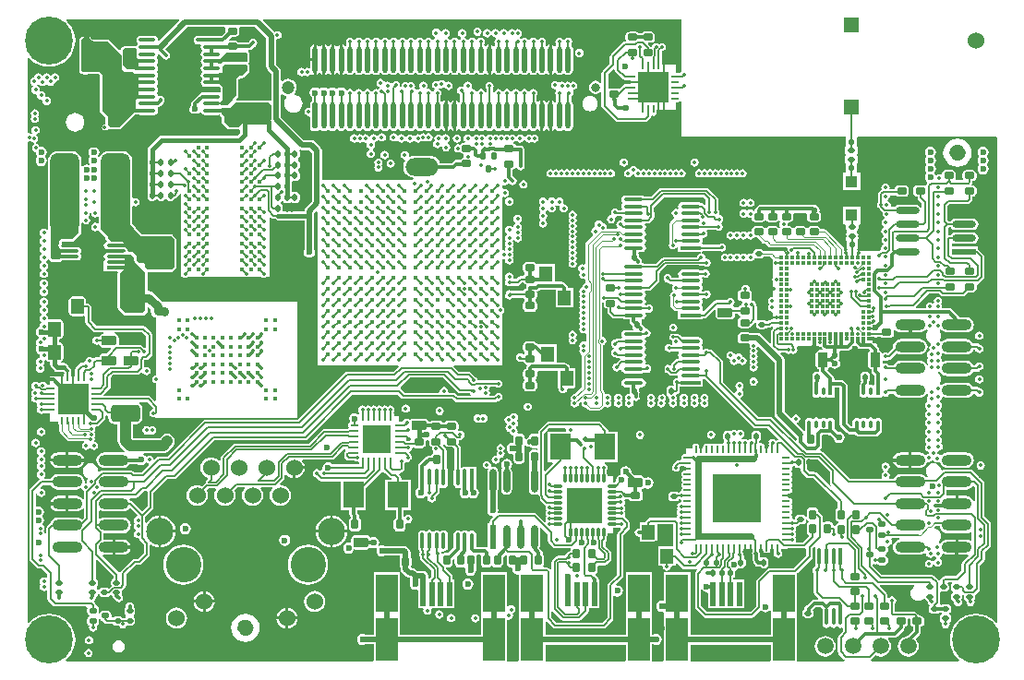
<source format=gtl>
%FSLAX44Y44*%
%MOMM*%
G71*
G01*
G75*
G04 Layer_Physical_Order=1*
G04 Layer_Color=255*
%ADD10C,1.0000*%
G04:AMPARAMS|DCode=11|XSize=0.9mm|YSize=0.6mm|CornerRadius=0.15mm|HoleSize=0mm|Usage=FLASHONLY|Rotation=90.000|XOffset=0mm|YOffset=0mm|HoleType=Round|Shape=RoundedRectangle|*
%AMROUNDEDRECTD11*
21,1,0.9000,0.3000,0,0,90.0*
21,1,0.6000,0.6000,0,0,90.0*
1,1,0.3000,0.1500,0.3000*
1,1,0.3000,0.1500,-0.3000*
1,1,0.3000,-0.1500,-0.3000*
1,1,0.3000,-0.1500,0.3000*
%
%ADD11ROUNDEDRECTD11*%
G04:AMPARAMS|DCode=12|XSize=1.4mm|YSize=0.9mm|CornerRadius=0.225mm|HoleSize=0mm|Usage=FLASHONLY|Rotation=0.000|XOffset=0mm|YOffset=0mm|HoleType=Round|Shape=RoundedRectangle|*
%AMROUNDEDRECTD12*
21,1,1.4000,0.4500,0,0,0.0*
21,1,0.9500,0.9000,0,0,0.0*
1,1,0.4500,0.4750,-0.2250*
1,1,0.4500,-0.4750,-0.2250*
1,1,0.4500,-0.4750,0.2250*
1,1,0.4500,0.4750,0.2250*
%
%ADD12ROUNDEDRECTD12*%
%ADD13R,1.5700X1.8800*%
%ADD14O,1.6500X0.3000*%
%ADD15R,1.6500X0.3000*%
%ADD16R,0.5000X0.5000*%
%ADD17O,0.8000X0.2500*%
%ADD18O,0.2500X0.8000*%
%ADD19R,0.2500X0.8000*%
G04:AMPARAMS|DCode=20|XSize=0.9mm|YSize=0.6mm|CornerRadius=0.15mm|HoleSize=0mm|Usage=FLASHONLY|Rotation=0.000|XOffset=0mm|YOffset=0mm|HoleType=Round|Shape=RoundedRectangle|*
%AMROUNDEDRECTD20*
21,1,0.9000,0.3000,0,0,0.0*
21,1,0.6000,0.6000,0,0,0.0*
1,1,0.3000,0.3000,-0.1500*
1,1,0.3000,-0.3000,-0.1500*
1,1,0.3000,-0.3000,0.1500*
1,1,0.3000,0.3000,0.1500*
%
%ADD20ROUNDEDRECTD20*%
G04:AMPARAMS|DCode=21|XSize=1.4mm|YSize=0.9mm|CornerRadius=0.225mm|HoleSize=0mm|Usage=FLASHONLY|Rotation=90.000|XOffset=0mm|YOffset=0mm|HoleType=Round|Shape=RoundedRectangle|*
%AMROUNDEDRECTD21*
21,1,1.4000,0.4500,0,0,90.0*
21,1,0.9500,0.9000,0,0,90.0*
1,1,0.4500,0.2250,0.4750*
1,1,0.4500,0.2250,-0.4750*
1,1,0.4500,-0.2250,-0.4750*
1,1,0.4500,-0.2250,0.4750*
%
%ADD21ROUNDEDRECTD21*%
G04:AMPARAMS|DCode=22|XSize=0.6mm|YSize=0.45mm|CornerRadius=0.1125mm|HoleSize=0mm|Usage=FLASHONLY|Rotation=270.000|XOffset=0mm|YOffset=0mm|HoleType=Round|Shape=RoundedRectangle|*
%AMROUNDEDRECTD22*
21,1,0.6000,0.2250,0,0,270.0*
21,1,0.3750,0.4500,0,0,270.0*
1,1,0.2250,-0.1125,-0.1875*
1,1,0.2250,-0.1125,0.1875*
1,1,0.2250,0.1125,0.1875*
1,1,0.2250,0.1125,-0.1875*
%
%ADD22ROUNDEDRECTD22*%
G04:AMPARAMS|DCode=23|XSize=0.6mm|YSize=0.45mm|CornerRadius=0.1125mm|HoleSize=0mm|Usage=FLASHONLY|Rotation=180.000|XOffset=0mm|YOffset=0mm|HoleType=Round|Shape=RoundedRectangle|*
%AMROUNDEDRECTD23*
21,1,0.6000,0.2250,0,0,180.0*
21,1,0.3750,0.4500,0,0,180.0*
1,1,0.2250,-0.1875,0.1125*
1,1,0.2250,0.1875,0.1125*
1,1,0.2250,0.1875,-0.1125*
1,1,0.2250,-0.1875,-0.1125*
%
%ADD23ROUNDEDRECTD23*%
G04:AMPARAMS|DCode=24|XSize=2.7mm|YSize=1.6mm|CornerRadius=0.4mm|HoleSize=0mm|Usage=FLASHONLY|Rotation=180.000|XOffset=0mm|YOffset=0mm|HoleType=Round|Shape=RoundedRectangle|*
%AMROUNDEDRECTD24*
21,1,2.7000,0.8000,0,0,180.0*
21,1,1.9000,1.6000,0,0,180.0*
1,1,0.8000,-0.9500,0.4000*
1,1,0.8000,0.9500,0.4000*
1,1,0.8000,0.9500,-0.4000*
1,1,0.8000,-0.9500,-0.4000*
%
%ADD24ROUNDEDRECTD24*%
G04:AMPARAMS|DCode=25|XSize=1.4mm|YSize=1.2mm|CornerRadius=0.18mm|HoleSize=0mm|Usage=FLASHONLY|Rotation=90.000|XOffset=0mm|YOffset=0mm|HoleType=Round|Shape=RoundedRectangle|*
%AMROUNDEDRECTD25*
21,1,1.4000,0.8400,0,0,90.0*
21,1,1.0400,1.2000,0,0,90.0*
1,1,0.3600,0.4200,0.5200*
1,1,0.3600,0.4200,-0.5200*
1,1,0.3600,-0.4200,-0.5200*
1,1,0.3600,-0.4200,0.5200*
%
%ADD25ROUNDEDRECTD25*%
G04:AMPARAMS|DCode=26|XSize=0.9mm|YSize=0.7mm|CornerRadius=0.175mm|HoleSize=0mm|Usage=FLASHONLY|Rotation=180.000|XOffset=0mm|YOffset=0mm|HoleType=Round|Shape=RoundedRectangle|*
%AMROUNDEDRECTD26*
21,1,0.9000,0.3500,0,0,180.0*
21,1,0.5500,0.7000,0,0,180.0*
1,1,0.3500,-0.2750,0.1750*
1,1,0.3500,0.2750,0.1750*
1,1,0.3500,0.2750,-0.1750*
1,1,0.3500,-0.2750,-0.1750*
%
%ADD26ROUNDEDRECTD26*%
G04:AMPARAMS|DCode=27|XSize=0.9mm|YSize=0.7mm|CornerRadius=0.175mm|HoleSize=0mm|Usage=FLASHONLY|Rotation=90.000|XOffset=0mm|YOffset=0mm|HoleType=Round|Shape=RoundedRectangle|*
%AMROUNDEDRECTD27*
21,1,0.9000,0.3500,0,0,90.0*
21,1,0.5500,0.7000,0,0,90.0*
1,1,0.3500,0.1750,0.2750*
1,1,0.3500,0.1750,-0.2750*
1,1,0.3500,-0.1750,-0.2750*
1,1,0.3500,-0.1750,0.2750*
%
%ADD27ROUNDEDRECTD27*%
G04:AMPARAMS|DCode=28|XSize=0.5mm|YSize=0.66mm|CornerRadius=0.125mm|HoleSize=0mm|Usage=FLASHONLY|Rotation=270.000|XOffset=0mm|YOffset=0mm|HoleType=Round|Shape=RoundedRectangle|*
%AMROUNDEDRECTD28*
21,1,0.5000,0.4100,0,0,270.0*
21,1,0.2500,0.6600,0,0,270.0*
1,1,0.2500,-0.2050,-0.1250*
1,1,0.2500,-0.2050,0.1250*
1,1,0.2500,0.2050,0.1250*
1,1,0.2500,0.2050,-0.1250*
%
%ADD28ROUNDEDRECTD28*%
%ADD29R,1.4000X1.4000*%
%ADD30R,1.2000X1.4000*%
G04:AMPARAMS|DCode=31|XSize=2.65mm|YSize=7.3mm|CornerRadius=0.6625mm|HoleSize=0mm|Usage=FLASHONLY|Rotation=0.000|XOffset=0mm|YOffset=0mm|HoleType=Round|Shape=RoundedRectangle|*
%AMROUNDEDRECTD31*
21,1,2.6500,5.9750,0,0,0.0*
21,1,1.3250,7.3000,0,0,0.0*
1,1,1.3250,0.6625,-2.9875*
1,1,1.3250,-0.6625,-2.9875*
1,1,1.3250,-0.6625,2.9875*
1,1,1.3250,0.6625,2.9875*
%
%ADD31ROUNDEDRECTD31*%
G04:AMPARAMS|DCode=32|XSize=2.7mm|YSize=1.6mm|CornerRadius=0.4mm|HoleSize=0mm|Usage=FLASHONLY|Rotation=270.000|XOffset=0mm|YOffset=0mm|HoleType=Round|Shape=RoundedRectangle|*
%AMROUNDEDRECTD32*
21,1,2.7000,0.8000,0,0,270.0*
21,1,1.9000,1.6000,0,0,270.0*
1,1,0.8000,-0.4000,-0.9500*
1,1,0.8000,-0.4000,0.9500*
1,1,0.8000,0.4000,0.9500*
1,1,0.8000,0.4000,-0.9500*
%
%ADD32ROUNDEDRECTD32*%
%ADD33R,1.9000X2.4000*%
G04:AMPARAMS|DCode=34|XSize=0.5mm|YSize=0.66mm|CornerRadius=0.125mm|HoleSize=0mm|Usage=FLASHONLY|Rotation=0.000|XOffset=0mm|YOffset=0mm|HoleType=Round|Shape=RoundedRectangle|*
%AMROUNDEDRECTD34*
21,1,0.5000,0.4100,0,0,0.0*
21,1,0.2500,0.6600,0,0,0.0*
1,1,0.2500,0.1250,-0.2050*
1,1,0.2500,-0.1250,-0.2050*
1,1,0.2500,-0.1250,0.2050*
1,1,0.2500,0.1250,0.2050*
%
%ADD34ROUNDEDRECTD34*%
%ADD35R,1.0160X1.0160*%
%ADD36R,2.0000X3.5000*%
%ADD37R,0.5000X2.2500*%
%ADD38R,2.0000X4.0000*%
%ADD39O,0.5000X2.4000*%
G04:AMPARAMS|DCode=40|XSize=0.5mm|YSize=2.4mm|CornerRadius=0.125mm|HoleSize=0mm|Usage=FLASHONLY|Rotation=0.000|XOffset=0mm|YOffset=0mm|HoleType=Round|Shape=RoundedRectangle|*
%AMROUNDEDRECTD40*
21,1,0.5000,2.1500,0,0,0.0*
21,1,0.2500,2.4000,0,0,0.0*
1,1,0.2500,0.1250,-1.0750*
1,1,0.2500,-0.1250,-1.0750*
1,1,0.2500,-0.1250,1.0750*
1,1,0.2500,0.1250,1.0750*
%
%ADD40ROUNDEDRECTD40*%
%ADD41O,2.7500X1.0000*%
%ADD42O,2.2000X0.6000*%
%ADD43R,2.2000X0.6000*%
%ADD44R,0.3048X0.3048*%
G04:AMPARAMS|DCode=45|XSize=0.3048mm|YSize=0.3048mm|CornerRadius=0.0762mm|HoleSize=0mm|Usage=FLASHONLY|Rotation=270.000|XOffset=0mm|YOffset=0mm|HoleType=Round|Shape=RoundedRectangle|*
%AMROUNDEDRECTD45*
21,1,0.3048,0.1524,0,0,270.0*
21,1,0.1524,0.3048,0,0,270.0*
1,1,0.1524,-0.0762,-0.0762*
1,1,0.1524,-0.0762,0.0762*
1,1,0.1524,0.0762,0.0762*
1,1,0.1524,0.0762,-0.0762*
%
%ADD45ROUNDEDRECTD45*%
%ADD46R,0.3500X0.8000*%
%ADD47O,0.3500X0.8000*%
%ADD48R,1.7500X1.5000*%
%ADD49O,0.3000X1.6500*%
%ADD50R,0.3000X1.6500*%
%ADD51R,1.8500X0.3500*%
%ADD52O,1.8500X0.3500*%
%ADD53O,0.2500X0.7000*%
%ADD54R,0.7000X0.2500*%
%ADD55O,0.7000X0.2500*%
%ADD56R,0.2500X0.7000*%
%ADD57R,0.3500X1.5000*%
%ADD58O,0.3500X1.5600*%
%ADD59O,0.3500X1.5000*%
%ADD60O,0.6000X2.2000*%
%ADD61R,0.6000X2.2000*%
%ADD62O,0.2800X0.8500*%
%ADD63R,3.3000X3.3000*%
%ADD64O,0.8500X0.2800*%
%ADD65R,0.2800X0.8500*%
%ADD66R,2.5000X2.5000*%
%ADD67R,0.5000X0.5000*%
%ADD68O,1.6000X0.3500*%
%ADD69R,1.6000X0.3500*%
%ADD70C,0.4000*%
%ADD71C,0.4500*%
%ADD72C,0.1500*%
%ADD73C,0.3000*%
%ADD74C,0.1000*%
%ADD75C,0.8000*%
%ADD76C,0.2000*%
%ADD77C,0.4000*%
%ADD78C,0.2500*%
%ADD79C,0.6000*%
%ADD80C,0.5000*%
%ADD81C,0.2540*%
%ADD82C,0.1999*%
%ADD83C,1.5240*%
%ADD84C,1.4000*%
%ADD85O,3.0200X1.6200*%
%ADD86C,0.8000*%
%ADD87C,1.2000*%
%ADD88C,2.5000*%
%ADD89C,3.2500*%
%ADD90C,1.5000*%
%ADD91C,0.3500*%
%ADD92C,0.6000*%
%ADD93C,4.4000*%
G36*
X115312Y161064D02*
X115306Y161036D01*
Y147973D01*
X110236Y142903D01*
X101157Y151983D01*
X100247Y152590D01*
X99437Y152752D01*
X99114Y153530D01*
X98719Y154045D01*
X99281Y155184D01*
X104140D01*
X105213Y155398D01*
X106123Y156005D01*
X111905Y161788D01*
X113538D01*
X114414Y161962D01*
X115312Y161064D01*
D02*
G37*
G36*
X207010Y551180D02*
Y547370D01*
X201930Y542290D01*
X199390D01*
X198120Y541020D01*
X196850Y539750D01*
Y537210D01*
Y527050D01*
Y524510D01*
X193040Y520700D01*
X187960Y515620D01*
X182880D01*
X181610Y516890D01*
Y518160D01*
X182880Y519430D01*
X184150Y520700D01*
Y524510D01*
Y532130D01*
X180340Y535940D01*
Y544830D01*
X182880D01*
X184150Y546100D01*
Y549910D01*
Y551180D01*
X185420Y552450D01*
X205740D01*
X207010Y551180D01*
D02*
G37*
G36*
X228600Y515620D02*
Y505460D01*
Y502920D01*
X226060Y500380D01*
X203200D01*
X198120Y495300D01*
X190500D01*
X185420Y500380D01*
Y502920D01*
Y505460D01*
X182880Y508000D01*
Y513080D01*
X190500D01*
X193040Y515620D01*
X195580Y518160D01*
X226060D01*
X228600Y515620D01*
D02*
G37*
G36*
X741162Y178925D02*
Y168910D01*
X741376Y167837D01*
X741851Y167126D01*
X740869Y166320D01*
X728931Y178259D01*
X728021Y178866D01*
X726948Y179080D01*
X722521D01*
X720100Y181501D01*
Y190236D01*
X729851D01*
X741162Y178925D01*
D02*
G37*
G36*
X593120Y517876D02*
X565120D01*
Y545876D01*
X593120D01*
Y517876D01*
D02*
G37*
G36*
X548193Y127786D02*
X548830Y127659D01*
X549198Y126444D01*
X546657Y123903D01*
X546050Y122993D01*
X545836Y121920D01*
Y84981D01*
X537767Y76913D01*
X537160Y76003D01*
X536946Y74930D01*
Y45611D01*
X532239Y40904D01*
X490111D01*
X485404Y45611D01*
Y50622D01*
X486607Y51426D01*
X494656Y43377D01*
X495566Y42770D01*
X496639Y42556D01*
X510471D01*
X511544Y42770D01*
X512454Y43377D01*
X518983Y49906D01*
X519591Y50816D01*
X519804Y51889D01*
Y54000D01*
X529500D01*
Y80500D01*
X528569D01*
Y80790D01*
X528297Y82155D01*
X528101Y82449D01*
X528042Y82743D01*
X527214Y83984D01*
X526432Y84506D01*
X526432Y85776D01*
X526643Y85917D01*
X527417Y87075D01*
X527688Y88440D01*
Y92544D01*
X528501Y93356D01*
X534601D01*
X535674Y93570D01*
X536584Y94177D01*
X539553Y97146D01*
X540160Y98056D01*
X540374Y99129D01*
Y105050D01*
X540160Y106123D01*
X539553Y107033D01*
X535254Y111332D01*
Y115058D01*
X535483Y115287D01*
X536091Y116197D01*
X536304Y117270D01*
Y118727D01*
X536703Y119324D01*
X536967Y120650D01*
Y123000D01*
X542000D01*
Y127534D01*
X543850D01*
X545177Y127797D01*
X545869Y128260D01*
X547483D01*
X548193Y127786D01*
D02*
G37*
G36*
X816000Y306940D02*
X823500D01*
X825328Y307180D01*
X827030Y307886D01*
X828493Y309008D01*
X828625Y309180D01*
X829609Y309837D01*
X830774Y309332D01*
X830862Y308802D01*
X829885Y307530D01*
X829180Y305828D01*
X828940Y304000D01*
X829180Y302173D01*
X829885Y300470D01*
X831007Y299008D01*
X832470Y297886D01*
X833752Y297355D01*
X833876Y296091D01*
X833296Y295704D01*
X832468Y294463D01*
X832177Y293000D01*
X832468Y291537D01*
X832767Y291089D01*
X832537Y290532D01*
X831296Y289704D01*
X830468Y288463D01*
X830177Y287000D01*
X830468Y285537D01*
X831296Y284296D01*
Y283703D01*
X830468Y282463D01*
X830177Y281000D01*
X830468Y279537D01*
X831276Y278326D01*
X830977Y277827D01*
X830355Y277263D01*
X829698Y277328D01*
X829615Y277530D01*
X828493Y278993D01*
X827030Y280115D01*
X825328Y280820D01*
X823500Y281061D01*
X806000D01*
X804173Y280820D01*
X802470Y280115D01*
X801008Y278993D01*
X799886Y277530D01*
X799690Y277059D01*
X795134D01*
X794704Y277704D01*
X793463Y278532D01*
X792000Y278823D01*
X790537Y278532D01*
X790203Y278309D01*
X789083Y278908D01*
Y281092D01*
X790203Y281691D01*
X790537Y281468D01*
X792000Y281177D01*
X793463Y281468D01*
X794172Y281941D01*
X795000D01*
X795000Y281941D01*
X796171Y282174D01*
X797163Y282837D01*
X802324Y287998D01*
X802470Y287886D01*
X804173Y287180D01*
X806000Y286940D01*
X823500D01*
X825328Y287180D01*
X827030Y287886D01*
X828493Y289008D01*
X829615Y290470D01*
X830320Y292173D01*
X830561Y294000D01*
X830320Y295828D01*
X829615Y297530D01*
X828493Y298993D01*
X827030Y300115D01*
X825328Y300820D01*
X823500Y301061D01*
X806000D01*
X804173Y300820D01*
X802470Y300115D01*
X801008Y298993D01*
X799886Y297530D01*
X799180Y295828D01*
X798940Y294000D01*
X799025Y293351D01*
X793909Y288235D01*
X793463Y288532D01*
X792000Y288823D01*
X790537Y288532D01*
X789296Y287704D01*
X788753Y288408D01*
Y288409D01*
X788753Y288409D01*
X787814Y289814D01*
X786408Y290754D01*
X786068Y290821D01*
Y291412D01*
X785797Y292778D01*
X785023Y293936D01*
X783988Y294971D01*
X784000Y295000D01*
X784000D01*
X784000Y295000D01*
Y303196D01*
X787447D01*
X787547Y303047D01*
X788787Y302218D01*
X790250Y301927D01*
X795750D01*
X797213Y302218D01*
X798454Y303047D01*
X799283Y304287D01*
X799574Y305750D01*
Y308901D01*
X800776Y309309D01*
X801008Y309008D01*
X802470Y307886D01*
X804173Y307180D01*
X806000Y306940D01*
X813500D01*
Y314000D01*
X816000D01*
Y306940D01*
D02*
G37*
G36*
X499269Y218464D02*
X499177Y218000D01*
X499379Y216982D01*
X498573Y216000D01*
X482500D01*
Y188000D01*
X486667D01*
X487153Y186826D01*
X480227Y179900D01*
X479054Y180387D01*
Y214485D01*
X484015Y219446D01*
X498463D01*
X499269Y218464D01*
D02*
G37*
G36*
X677750Y132500D02*
X633250D01*
Y177000D01*
X677750D01*
Y132500D01*
D02*
G37*
G36*
X105799Y139410D02*
X105430Y138195D01*
X105217Y138152D01*
X103976Y137324D01*
X103148Y136083D01*
X102857Y134620D01*
X103148Y133157D01*
X103867Y132080D01*
X103148Y131003D01*
X102857Y129540D01*
X103148Y128077D01*
X103976Y126836D01*
X104682Y126365D01*
Y125095D01*
X103976Y124624D01*
X103148Y123383D01*
X102857Y121920D01*
X103148Y120457D01*
X103976Y119216D01*
X105217Y118388D01*
X106680Y118097D01*
X107299Y118220D01*
X107432Y118110D01*
X107646Y117037D01*
X108253Y116127D01*
X111750Y112631D01*
Y104539D01*
X106535Y99324D01*
X103251D01*
X102178Y99110D01*
X101268Y98503D01*
X90981Y88216D01*
X90374Y87306D01*
X90329Y87080D01*
X89083Y86832D01*
X88983Y86982D01*
X74047Y101918D01*
X74609Y103057D01*
X75500Y102940D01*
X83000D01*
Y110000D01*
Y117060D01*
X75500D01*
X75194Y117329D01*
Y122671D01*
X75500Y122940D01*
X93000D01*
X94827Y123180D01*
X96530Y123885D01*
X97992Y125007D01*
X99114Y126470D01*
X99820Y128173D01*
X100060Y130000D01*
X99820Y131827D01*
X99114Y133530D01*
X97992Y134992D01*
X96530Y136114D01*
X94827Y136820D01*
X93000Y137060D01*
X75500D01*
X73672Y136820D01*
X71970Y136114D01*
X71943Y136094D01*
X70804Y136656D01*
Y143344D01*
X71943Y143906D01*
X71970Y143885D01*
X73672Y143180D01*
X75500Y142940D01*
X93000D01*
X94827Y143180D01*
X96530Y143885D01*
X97992Y145007D01*
X98365Y145493D01*
X99632Y145576D01*
X105799Y139410D01*
D02*
G37*
G36*
X84196Y83839D02*
Y81476D01*
X83906Y81419D01*
X82872Y80728D01*
X82181Y79694D01*
X81939Y78475D01*
Y76225D01*
X82181Y75005D01*
X82211Y74961D01*
X82091Y74881D01*
X79595Y72384D01*
X79094Y72719D01*
X77875Y72961D01*
X74125D01*
X72906Y72719D01*
X71872Y72028D01*
X71181Y70994D01*
X71135Y70762D01*
X69865D01*
X69819Y70994D01*
X69128Y72028D01*
X68624Y72365D01*
Y73635D01*
X69128Y73972D01*
X69819Y75005D01*
X70061Y76225D01*
Y78475D01*
X69819Y79694D01*
X69128Y80728D01*
X68095Y81419D01*
X67804Y81476D01*
Y98571D01*
X68977Y99057D01*
X84196Y83839D01*
D02*
G37*
G36*
X482336Y122029D02*
Y115570D01*
X482550Y114497D01*
X483157Y113587D01*
X486967Y109777D01*
X487877Y109170D01*
X488950Y108956D01*
X502911D01*
X503656Y108050D01*
X503228Y106854D01*
X502607Y106730D01*
X501697Y106123D01*
X497619Y102044D01*
X491379D01*
X490306Y101831D01*
X489396Y101223D01*
X487457Y99283D01*
X487457Y99283D01*
X486607Y98434D01*
X486000Y97524D01*
X485786Y96451D01*
Y90417D01*
X484583Y89613D01*
X483313Y90883D01*
X482403Y91490D01*
X481330Y91704D01*
X478854D01*
X478256Y92824D01*
X478797Y93634D01*
X479069Y95000D01*
Y101000D01*
X478797Y102366D01*
X478023Y103523D01*
X477569Y103827D01*
Y105120D01*
X477297Y106486D01*
X476524Y107643D01*
X474819Y109348D01*
X475148Y111000D01*
Y127000D01*
X475024Y127622D01*
X476144Y128221D01*
X482336Y122029D01*
D02*
G37*
G36*
X718672Y109096D02*
X719572Y107749D01*
Y102507D01*
X708007Y90942D01*
X685546D01*
X684473Y90728D01*
X683563Y90121D01*
X674165Y80723D01*
X673558Y79813D01*
X673344Y78740D01*
Y56025D01*
X668129Y50810D01*
X628287D01*
X622818Y56279D01*
Y70694D01*
X624033Y71063D01*
X624537Y70309D01*
X626191Y69204D01*
X628142Y68816D01*
X628518Y68891D01*
X629500Y68085D01*
Y54000D01*
X662500D01*
Y80500D01*
X652504D01*
Y81848D01*
X653078Y82232D01*
X653769Y83266D01*
X654011Y84485D01*
Y88235D01*
X654710Y89281D01*
X654719Y89282D01*
X656373Y90387D01*
X656975Y91289D01*
X657136Y91181D01*
X658355Y90939D01*
X660605D01*
X661824Y91181D01*
X662858Y91872D01*
X663549Y92906D01*
X663791Y94125D01*
Y97875D01*
X663549Y99094D01*
X662858Y100128D01*
X662284Y100512D01*
Y101758D01*
X662070Y102831D01*
X661818Y103209D01*
X661824Y103238D01*
X661533Y104701D01*
X660869Y105694D01*
X661062Y105982D01*
X661314Y107250D01*
Y108000D01*
X669686D01*
Y107250D01*
X669939Y105982D01*
X669980Y105920D01*
X669703Y105506D01*
X669431Y104140D01*
X669701Y102783D01*
Y97874D01*
X669973Y96509D01*
X670747Y95351D01*
X672621Y93477D01*
X673778Y92703D01*
X675144Y92431D01*
X676729D01*
X677102Y91872D01*
X678136Y91181D01*
X679355Y90939D01*
X681605D01*
X682824Y91181D01*
X683858Y91872D01*
X684549Y92906D01*
X684791Y94125D01*
Y97875D01*
X684549Y99094D01*
X683858Y100128D01*
X682824Y100819D01*
X681605Y101061D01*
X679355D01*
X678136Y100819D01*
X677959Y100700D01*
X676839Y101299D01*
Y103870D01*
X676567Y105236D01*
X676063Y105990D01*
X676314Y107250D01*
Y108000D01*
X679686D01*
Y107250D01*
X679939Y105982D01*
X680657Y104907D01*
X681732Y104189D01*
X683000Y103937D01*
X684268Y104189D01*
X685343Y104907D01*
X686061Y105982D01*
X686314Y107250D01*
Y108000D01*
X689686D01*
Y107250D01*
X689939Y105982D01*
X690040Y105831D01*
X689888Y105603D01*
X689597Y104140D01*
X689888Y102677D01*
X690716Y101436D01*
X691957Y100608D01*
X693420Y100317D01*
X694883Y100608D01*
X696124Y101436D01*
X696952Y102677D01*
X697243Y104140D01*
X696952Y105603D01*
X696208Y106718D01*
X696314Y107250D01*
Y108000D01*
X702000D01*
Y108956D01*
X717550D01*
X718590Y109163D01*
X718672Y109096D01*
D02*
G37*
G36*
X114036Y303639D02*
Y293932D01*
X113054Y293126D01*
X111937Y293348D01*
X110493Y294793D01*
X109583Y295400D01*
X108510Y295614D01*
X89759D01*
X88953Y296596D01*
X89083Y297250D01*
Y301750D01*
X88753Y303409D01*
X87814Y304814D01*
X86408Y305754D01*
X84837Y306066D01*
X84961Y307330D01*
X110345D01*
X114036Y303639D01*
D02*
G37*
G36*
X26885Y166470D02*
X28008Y165007D01*
X29470Y163885D01*
X31173Y163180D01*
X33000Y162939D01*
X50500D01*
X52327Y163180D01*
X54030Y163885D01*
X54263Y164064D01*
X55452Y163617D01*
X55468Y163537D01*
X56296Y162296D01*
X57213Y161684D01*
X57196Y161600D01*
Y154748D01*
X55993Y154339D01*
X55492Y154992D01*
X54030Y156114D01*
X52327Y156820D01*
X50500Y157060D01*
X43000D01*
Y150000D01*
Y142940D01*
X50500D01*
X52327Y143180D01*
X54030Y143885D01*
X55492Y145007D01*
X55993Y145660D01*
X57196Y145252D01*
Y137361D01*
X55116Y135281D01*
X54030Y136114D01*
X52327Y136820D01*
X50500Y137060D01*
X33000D01*
X31173Y136820D01*
X29470Y136114D01*
X28008Y134992D01*
X26885Y133530D01*
X26373Y132292D01*
X25909Y131983D01*
X22909Y128983D01*
X22302Y128073D01*
X22088Y127000D01*
Y122655D01*
X20824Y122530D01*
X20550Y123907D01*
X19893Y124892D01*
X20555Y125884D01*
X20846Y127347D01*
X20555Y128810D01*
X19727Y130050D01*
X18845Y130639D01*
Y131015D01*
X19950Y132669D01*
X20338Y134620D01*
X19950Y136571D01*
X18845Y138225D01*
Y138635D01*
X19950Y140289D01*
X20338Y142240D01*
X19950Y144191D01*
X18845Y145845D01*
X17191Y146950D01*
X15240Y147338D01*
X13786Y147049D01*
X12804Y147854D01*
Y159337D01*
X14068Y159461D01*
X14248Y158557D01*
X15076Y157316D01*
X16317Y156488D01*
X17780Y156197D01*
X19243Y156488D01*
X20484Y157316D01*
X21312Y158557D01*
X21603Y160020D01*
X21312Y161483D01*
X20484Y162724D01*
X19243Y163552D01*
X17780Y163843D01*
X17465Y163781D01*
X16866Y164901D01*
X19161Y167196D01*
X26585D01*
X26885Y166470D01*
D02*
G37*
G36*
X841680Y128173D02*
X842386Y126470D01*
X843508Y125007D01*
X844970Y123885D01*
X846673Y123180D01*
X848500Y122940D01*
X866000D01*
X867827Y123180D01*
X869530Y123885D01*
X869817Y124106D01*
X870956Y123544D01*
Y116456D01*
X869817Y115894D01*
X869530Y116115D01*
X867827Y116820D01*
X866000Y117060D01*
X858500D01*
Y110000D01*
Y102940D01*
X866000D01*
X867614Y103152D01*
X868176Y102013D01*
X862633Y96471D01*
X862026Y95561D01*
X861812Y94488D01*
Y88537D01*
X856851Y83576D01*
X846582D01*
X845509Y83362D01*
X844599Y82755D01*
X843018Y81173D01*
X842410Y80263D01*
X842410Y80263D01*
Y80263D01*
X841472Y79636D01*
X841122Y79530D01*
X836413Y84239D01*
X835503Y84846D01*
X834430Y85060D01*
X788855D01*
X780527Y93389D01*
X781125Y94509D01*
X782574Y94221D01*
X784037Y94512D01*
X784037Y94512D01*
X784037Y94512D01*
X784325Y94454D01*
X784357Y94407D01*
X785432Y93689D01*
X786700Y93436D01*
X790800D01*
X792068Y93689D01*
X793143Y94407D01*
X793861Y95482D01*
X794113Y96750D01*
Y99250D01*
X793861Y100518D01*
X793143Y101593D01*
X792068Y102311D01*
X791799Y102365D01*
Y103635D01*
X792068Y103689D01*
X793143Y104407D01*
X793861Y105482D01*
X794113Y106750D01*
Y109250D01*
X793916Y110244D01*
X794290Y110805D01*
X795206Y111416D01*
X795463Y111468D01*
X796704Y112296D01*
X797532Y113537D01*
X797823Y115000D01*
X797532Y116463D01*
X797290Y116826D01*
X797213Y117215D01*
X798018Y118196D01*
X804920D01*
X805003Y116929D01*
X804173Y116820D01*
X802470Y116115D01*
X801008Y114993D01*
X799886Y113530D01*
X799180Y111827D01*
X798940Y110000D01*
X799180Y108173D01*
X799886Y106470D01*
X801008Y105008D01*
X802470Y103885D01*
X804173Y103180D01*
X806000Y102940D01*
X823500D01*
X825328Y103180D01*
X827030Y103885D01*
X827760Y104446D01*
X829297Y104140D01*
X829588Y102677D01*
X830416Y101436D01*
X831657Y100608D01*
X833120Y100317D01*
X834583Y100608D01*
X835824Y101436D01*
X835878Y101518D01*
X837148D01*
X837296Y101296D01*
X838286Y100635D01*
Y99365D01*
X837296Y98704D01*
X836468Y97463D01*
X836423Y97239D01*
X835178Y96992D01*
X834702Y97703D01*
X833462Y98532D01*
X831998Y98823D01*
X830535Y98532D01*
X829295Y97703D01*
X828466Y96463D01*
X828175Y95000D01*
X828466Y93537D01*
X829295Y92296D01*
X830535Y91467D01*
X831998Y91176D01*
X833462Y91467D01*
X834702Y92296D01*
X835531Y93537D01*
X835575Y93760D01*
X836821Y94008D01*
X837296Y93296D01*
X838537Y92468D01*
X840000Y92177D01*
X841463Y92468D01*
X842704Y93296D01*
X843532Y94537D01*
X843823Y96000D01*
X843532Y97463D01*
X842704Y98704D01*
X841714Y99365D01*
Y100635D01*
X842704Y101296D01*
X843532Y102537D01*
X843721Y103484D01*
X844910Y103932D01*
X844970Y103885D01*
X846673Y103180D01*
X848500Y102940D01*
X856000D01*
Y110000D01*
Y117060D01*
X848500D01*
X846673Y116820D01*
X844970Y116115D01*
X843508Y114993D01*
X842415Y113568D01*
X841842Y113712D01*
X841138Y114150D01*
X840995Y115011D01*
X842114Y116470D01*
X842820Y118173D01*
X843060Y120000D01*
X842820Y121827D01*
X842114Y123530D01*
X840992Y124992D01*
X839530Y126115D01*
X837827Y126820D01*
X836995Y126929D01*
X836587Y128132D01*
X837651Y129196D01*
X841545D01*
X841680Y128173D01*
D02*
G37*
G36*
X874004Y165413D02*
Y152223D01*
X872758Y151975D01*
X872114Y153530D01*
X870993Y154992D01*
X869530Y156114D01*
X867827Y156820D01*
X866000Y157060D01*
X858500D01*
Y150000D01*
X856000D01*
Y157060D01*
X848500D01*
X848481Y157058D01*
X847613Y157985D01*
X847804Y158946D01*
Y162329D01*
X848500Y162939D01*
X866000D01*
X867827Y163180D01*
X869530Y163885D01*
X870993Y165007D01*
X871911Y166205D01*
X873077Y166281D01*
X874004Y165413D01*
D02*
G37*
G36*
X400017Y252017D02*
X400927Y251410D01*
X402000Y251196D01*
X410694D01*
X411296Y250296D01*
X411710Y250019D01*
X411341Y248804D01*
X400321D01*
X398143Y250983D01*
X397233Y251590D01*
X396160Y251804D01*
X391635D01*
X390829Y252786D01*
X390919Y253238D01*
X390628Y254701D01*
X389800Y255942D01*
X388559Y256770D01*
X387096Y257061D01*
X385633Y256770D01*
X384392Y255942D01*
X383564Y254701D01*
X383273Y253238D01*
X383363Y252786D01*
X382557Y251804D01*
X350839D01*
X347931Y254713D01*
X347181Y255214D01*
X347121Y255823D01*
X347299Y256720D01*
X356075Y265496D01*
X386539D01*
X400017Y252017D01*
D02*
G37*
G36*
X52324Y399034D02*
X51054Y397764D01*
X46228Y392938D01*
X36322D01*
X34544Y391160D01*
Y389402D01*
X33982Y388561D01*
X33672Y387000D01*
X33982Y385439D01*
X34866Y384116D01*
X35814Y383483D01*
Y375517D01*
X34866Y374884D01*
X34201Y373888D01*
X28956D01*
X28702Y374142D01*
X26670Y376174D01*
Y380238D01*
Y403860D01*
X52324D01*
Y399034D01*
D02*
G37*
G36*
X63778Y415097D02*
X64606Y413856D01*
X65847Y413028D01*
X67310Y412737D01*
X68773Y413028D01*
X69555Y413550D01*
X70675Y412952D01*
Y407468D01*
X69555Y406870D01*
X68773Y407392D01*
X67310Y407683D01*
X65847Y407392D01*
X64606Y406564D01*
X63778Y405323D01*
X63487Y403860D01*
X63778Y402397D01*
X64606Y401156D01*
X65847Y400328D01*
X67310Y400037D01*
X68773Y400328D01*
X69322Y400695D01*
X70568Y400447D01*
X70948Y399878D01*
X70948Y399878D01*
X76701Y394125D01*
Y393700D01*
X76856Y392920D01*
X77298Y392258D01*
X77996Y391561D01*
X77627Y390345D01*
X77384Y390297D01*
X76227Y389523D01*
X75453Y388366D01*
X75181Y387000D01*
X75453Y385634D01*
X76227Y384477D01*
X77384Y383703D01*
X78750Y383431D01*
X92250D01*
X92251Y383432D01*
X93744D01*
X94844Y382332D01*
X94965Y382089D01*
X94298Y381009D01*
X94234D01*
X93259Y380815D01*
X92890Y380569D01*
X78750D01*
X77384Y380297D01*
X76227Y379523D01*
X75453Y378366D01*
X75181Y377000D01*
X75453Y375634D01*
X76211Y374500D01*
X75453Y373366D01*
X75181Y372000D01*
X75250Y371655D01*
X75250Y370500D01*
X75250D01*
Y363500D01*
X85155D01*
X85500Y363431D01*
X87569D01*
X88168Y362311D01*
X88069Y362164D01*
X87875Y361188D01*
Y338074D01*
Y330200D01*
X88069Y329225D01*
X88622Y328398D01*
X91924Y325096D01*
X93702Y323318D01*
X94529Y322765D01*
X95504Y322571D01*
X110998D01*
X111812Y322733D01*
X111973Y322765D01*
X112800Y323318D01*
X113308Y323825D01*
X113308Y323826D01*
X114578Y325096D01*
X115131Y325923D01*
X115325Y326898D01*
Y330040D01*
X116498Y330526D01*
X118343Y328682D01*
Y326390D01*
X118808Y324049D01*
X120134Y322064D01*
X122119Y320738D01*
X123000Y320563D01*
Y267946D01*
X121727Y267692D01*
X120486Y266864D01*
X119658Y265623D01*
X119367Y264160D01*
X119658Y262697D01*
X120486Y261456D01*
X121727Y260628D01*
X123000Y260374D01*
Y244575D01*
X121827Y244089D01*
X117932Y247983D01*
X117023Y248591D01*
X115950Y248804D01*
X75359D01*
X74873Y249977D01*
X80643Y255747D01*
X81250Y256657D01*
X81464Y257730D01*
Y265130D01*
X84530Y268196D01*
X106000D01*
X107073Y268410D01*
X107983Y269017D01*
X109628Y270663D01*
X110768Y270317D01*
X111596Y269076D01*
X112837Y268248D01*
X114300Y267957D01*
X115763Y268248D01*
X117004Y269076D01*
X117832Y270317D01*
X118123Y271780D01*
X117832Y273243D01*
X117004Y274484D01*
X115763Y275312D01*
X114300Y275603D01*
X113336Y275412D01*
X112354Y276217D01*
Y281109D01*
X112591Y281346D01*
X113486D01*
X114559Y281560D01*
X115469Y282167D01*
X118823Y285521D01*
X119430Y286431D01*
X119644Y287504D01*
Y304800D01*
X119430Y305873D01*
X118823Y306783D01*
X113489Y312117D01*
X112579Y312724D01*
X111506Y312938D01*
X68725D01*
X63764Y317899D01*
Y330200D01*
X63550Y331273D01*
X62943Y332183D01*
X62143Y332982D01*
X61233Y333590D01*
X60160Y333804D01*
X59075D01*
Y336200D01*
X58780Y337682D01*
X57940Y338940D01*
X56683Y339779D01*
X55200Y340074D01*
X46800D01*
X45318Y339779D01*
X44061Y338940D01*
X43221Y337682D01*
X42926Y336200D01*
Y325800D01*
X43221Y324317D01*
X44061Y323060D01*
X45318Y322220D01*
X46800Y321925D01*
X55200D01*
X56683Y322220D01*
X57036Y322456D01*
X58156Y321858D01*
Y316738D01*
X58370Y315665D01*
X58977Y314755D01*
X65581Y308151D01*
X66491Y307544D01*
X67564Y307330D01*
X75039D01*
X75163Y306066D01*
X73592Y305754D01*
X72186Y304814D01*
X71247Y303409D01*
X71247Y303409D01*
Y303409D01*
X70752Y302779D01*
X70043Y303252D01*
X68580Y303543D01*
X67117Y303252D01*
X65876Y302424D01*
X65048Y301183D01*
X64757Y299720D01*
X65048Y298257D01*
X65876Y297016D01*
X67117Y296188D01*
X68580Y295897D01*
X70043Y296188D01*
X70050Y296192D01*
X71224Y295706D01*
X71247Y295592D01*
X72186Y294186D01*
X73592Y293247D01*
X75250Y292917D01*
X81552D01*
X82038Y291744D01*
X78378Y288083D01*
X75250D01*
X73592Y287753D01*
X72186Y286814D01*
X71247Y285408D01*
X71027Y284304D01*
X68140D01*
X67067Y284090D01*
X66157Y283482D01*
X65986Y283311D01*
X64722Y283436D01*
X64684Y283494D01*
X63443Y284322D01*
X61980Y284613D01*
X60517Y284322D01*
X59276Y283494D01*
X58448Y282253D01*
X58157Y280790D01*
X58294Y280100D01*
X57211Y279884D01*
X56502Y279411D01*
X55372D01*
X55372Y279411D01*
X54201Y279178D01*
X53209Y278515D01*
X53209Y278515D01*
X49837Y275143D01*
X49174Y274151D01*
X48941Y272980D01*
X48941Y272980D01*
Y270022D01*
X48938Y270018D01*
X48686Y268750D01*
Y267000D01*
X45314D01*
Y268750D01*
X45061Y270018D01*
X45059Y270022D01*
Y270222D01*
X45297Y270578D01*
X45568Y271944D01*
X45297Y273310D01*
X44523Y274467D01*
X42700Y276291D01*
X42630Y276643D01*
X41746Y277966D01*
X40423Y278850D01*
X38862Y279160D01*
X36284D01*
X35915Y280376D01*
X36940Y281060D01*
X37780Y282317D01*
X38074Y283800D01*
Y294200D01*
X37780Y295683D01*
X36940Y296940D01*
X35683Y297779D01*
X34200Y298074D01*
X34078D01*
Y300926D01*
X34200D01*
X35683Y301221D01*
X36940Y302061D01*
X37780Y303318D01*
X38074Y304800D01*
Y315200D01*
X37780Y316683D01*
X36940Y317940D01*
X35683Y318780D01*
X34200Y319074D01*
X25800D01*
X24996Y318915D01*
X24098Y319813D01*
X24143Y320040D01*
X23852Y321503D01*
X23024Y322744D01*
X22318Y323215D01*
Y324485D01*
X23024Y324956D01*
X23852Y326197D01*
X24143Y327660D01*
X23852Y329123D01*
X23024Y330364D01*
X22318Y330835D01*
Y332105D01*
X23024Y332576D01*
X23852Y333817D01*
X24143Y335280D01*
X23852Y336743D01*
X23024Y337984D01*
X21783Y338812D01*
X20388Y339090D01*
Y340360D01*
X21783Y340638D01*
X23024Y341466D01*
X23852Y342707D01*
X24143Y344170D01*
X23852Y345633D01*
X23024Y346874D01*
X22318Y347345D01*
Y348615D01*
X23024Y349086D01*
X23852Y350327D01*
X24143Y351790D01*
X23852Y353253D01*
X23024Y354494D01*
X21783Y355322D01*
X20388Y355600D01*
Y356870D01*
X21783Y357148D01*
X23024Y357976D01*
X23852Y359217D01*
X24143Y360680D01*
X23852Y362143D01*
X23024Y363384D01*
X22318Y363855D01*
Y365125D01*
X23024Y365596D01*
X23852Y366837D01*
X24143Y368300D01*
X23852Y369763D01*
X23024Y371004D01*
X22318Y371475D01*
Y372745D01*
X23024Y373216D01*
X23669Y374182D01*
X24933Y374306D01*
X26900Y372340D01*
X27154Y372086D01*
X27980Y371533D01*
X28956Y371339D01*
X34201D01*
X34447Y371388D01*
X34698D01*
X34930Y371484D01*
X35176Y371533D01*
X35385Y371673D01*
X35617Y371769D01*
X35794Y371946D01*
X36003Y372086D01*
X36143Y372294D01*
X36320Y372472D01*
X36704Y373046D01*
X37230Y373398D01*
X37264Y373432D01*
X37749D01*
X37750Y373431D01*
X51250D01*
X52616Y373703D01*
X53773Y374477D01*
X54547Y375634D01*
X54610Y375951D01*
Y378049D01*
X54547Y378366D01*
X53789Y379500D01*
X54547Y380634D01*
X54610Y380951D01*
Y383049D01*
X54547Y383366D01*
X53773Y384523D01*
X52616Y385297D01*
X51250Y385569D01*
X37750D01*
X37750Y385569D01*
X37264D01*
X37230Y385602D01*
X36704Y385954D01*
X36383Y386434D01*
X36271Y387000D01*
X36383Y387566D01*
X36663Y387986D01*
X36760Y388218D01*
X36899Y388426D01*
X36948Y388672D01*
X37044Y388904D01*
Y389155D01*
X37093Y389402D01*
Y390104D01*
X37378Y390389D01*
X46228D01*
X47203Y390583D01*
X48030Y391136D01*
X52856Y395961D01*
X52856Y395962D01*
X54126Y397232D01*
X54679Y398059D01*
X54873Y399034D01*
Y403860D01*
X54744Y404510D01*
X54825Y405125D01*
Y407312D01*
X56040Y407681D01*
X56296Y407296D01*
X57537Y406468D01*
X59000Y406177D01*
X60463Y406468D01*
X61704Y407296D01*
X62532Y408537D01*
X62823Y410000D01*
X62532Y411463D01*
X61704Y412704D01*
X61517Y412828D01*
X61269Y414074D01*
X61952Y415097D01*
X62230Y416492D01*
X63500D01*
X63778Y415097D01*
D02*
G37*
G36*
X720976Y134477D02*
X721488Y134135D01*
Y132865D01*
X720976Y132524D01*
X720203Y131366D01*
X719931Y130000D01*
Y124000D01*
X720203Y122635D01*
X720976Y121477D01*
X721538Y121102D01*
X721663Y119838D01*
X716389Y114564D01*
X710492D01*
X709686Y115546D01*
X709943Y116840D01*
X709652Y118303D01*
X708933Y119380D01*
X709652Y120457D01*
X709943Y121920D01*
X709652Y123383D01*
X708933Y124460D01*
X709652Y125537D01*
X709943Y127000D01*
X709686Y128294D01*
X710492Y129276D01*
X710750D01*
X711823Y129490D01*
X712733Y130097D01*
X713654Y131019D01*
X715875D01*
X717094Y131261D01*
X718128Y131952D01*
X718819Y132986D01*
X719061Y134205D01*
Y135155D01*
X720276Y135524D01*
X720976Y134477D01*
D02*
G37*
G36*
X102870Y402590D02*
Y401320D01*
X109220Y394970D01*
X137160D01*
X139700Y392430D01*
Y367030D01*
X137160Y364490D01*
X115570D01*
X113030Y367030D01*
Y369570D01*
X111760Y370840D01*
X107950D01*
X105410Y373380D01*
Y377190D01*
X101600Y381000D01*
X97790D01*
X96520Y383540D01*
X93980Y386080D01*
Y388620D01*
X92710Y389890D01*
X82550D01*
X78740Y393700D01*
Y394970D01*
X72390Y401320D01*
Y405130D01*
X100330D01*
X102870Y402590D01*
D02*
G37*
G36*
X687000Y6385D02*
X686102Y5487D01*
X613000D01*
Y20412D01*
X687000D01*
Y6385D01*
D02*
G37*
G36*
X727953Y109866D02*
X727681Y108500D01*
Y95000D01*
X727953Y93634D01*
X727652Y92500D01*
X727517Y92432D01*
X727517D01*
X727517Y92432D01*
X726276Y91604D01*
X725448Y90363D01*
X725157Y88900D01*
X725448Y87437D01*
X726176Y86347D01*
Y68580D01*
X726390Y67507D01*
X726997Y66597D01*
X730433Y63162D01*
X729947Y61989D01*
X726440D01*
X725074Y61717D01*
X723917Y60943D01*
X719743Y56769D01*
X718656Y56044D01*
X717828Y54803D01*
X717537Y53342D01*
X716872Y52898D01*
X716181Y51864D01*
X715939Y50645D01*
Y48395D01*
X716181Y47176D01*
X716872Y46142D01*
X717906Y45451D01*
X719125Y45209D01*
X722875D01*
X724094Y45451D01*
X725128Y46142D01*
X725818Y47176D01*
X726061Y48395D01*
Y50645D01*
X725818Y51864D01*
X725463Y52396D01*
X727918Y54851D01*
X732582D01*
X734223Y53210D01*
X734182Y53000D01*
Y39500D01*
X734453Y38134D01*
X735227Y36977D01*
X736385Y36203D01*
X737750Y35931D01*
X739116Y36203D01*
X740274Y36977D01*
X740365Y37114D01*
X741635D01*
X741727Y36977D01*
X742884Y36203D01*
X744250Y35931D01*
X745616Y36203D01*
X746773Y36977D01*
X746865Y37114D01*
X748135D01*
X748226Y36977D01*
X749384Y36203D01*
X750750Y35931D01*
X752115Y36203D01*
X753196Y35626D01*
Y33161D01*
X749017Y28983D01*
X748410Y28073D01*
X748196Y27000D01*
Y14000D01*
X748410Y12927D01*
X749017Y12017D01*
X754017Y7017D01*
X754489Y6702D01*
X754121Y5487D01*
X711000D01*
Y47000D01*
X711000D01*
X711000Y48000D01*
X711000Y48000D01*
Y48000D01*
Y86055D01*
X711151Y86155D01*
X724359Y99363D01*
X724966Y100273D01*
X725180Y101346D01*
Y108821D01*
X726917Y110558D01*
X727953Y109866D01*
D02*
G37*
G36*
X554000Y6385D02*
X553102Y5487D01*
X480000D01*
Y20412D01*
X554000D01*
Y6385D01*
D02*
G37*
G36*
X62225Y577107D02*
X63275Y575536D01*
X64847Y574486D01*
X66700Y574117D01*
X78663D01*
X91440Y561340D01*
Y548640D01*
X93980Y546100D01*
X101600D01*
X104700Y543000D01*
X106680D01*
Y523240D01*
X104140Y520700D01*
Y510540D01*
X88900Y495300D01*
X81280D01*
X78740Y497840D01*
Y505460D01*
X73660Y510540D01*
Y543560D01*
X71120Y546100D01*
X55880D01*
X54610Y547370D01*
Y575310D01*
X57150Y577850D01*
X58352D01*
X58420Y577836D01*
X58488Y577850D01*
X62078D01*
X62225Y577107D01*
D02*
G37*
G36*
X61000Y232000D02*
X33000D01*
Y260000D01*
X61000D01*
Y232000D01*
D02*
G37*
G36*
X224012Y577220D02*
Y551180D01*
X224361Y549424D01*
X225356Y547936D01*
X228584Y544707D01*
Y520226D01*
X227464Y519627D01*
X226840Y520044D01*
X226060Y520199D01*
X197082D01*
X196596Y521372D01*
X198292Y523068D01*
X198734Y523730D01*
X198889Y524510D01*
Y527050D01*
Y537210D01*
Y538905D01*
X199562Y539578D01*
X199562Y539578D01*
X200235Y540251D01*
X201930D01*
X201930Y540251D01*
X202710Y540406D01*
X203372Y540848D01*
X203372Y540848D01*
X208452Y545928D01*
X208894Y546590D01*
X209049Y547370D01*
Y551180D01*
X209049Y551180D01*
X208894Y551960D01*
X208452Y552622D01*
X208452Y552622D01*
X207354Y553720D01*
X208452Y554818D01*
X208894Y555480D01*
X209049Y556260D01*
Y562610D01*
X209049Y562610D01*
X208894Y563390D01*
X208452Y564052D01*
X208452Y564052D01*
X207666Y564838D01*
X208152Y566012D01*
X208900D01*
X210266Y566283D01*
X211423Y567057D01*
X213707Y569341D01*
X214794Y570066D01*
X215622Y571307D01*
X215913Y572770D01*
X215622Y574233D01*
X214794Y575474D01*
X213553Y576302D01*
X212090Y576593D01*
X210627Y576302D01*
X209386Y575474D01*
X208661Y574387D01*
X207422Y573149D01*
X198867D01*
X198563Y573604D01*
X197405Y574377D01*
X196040Y574649D01*
X190195D01*
X189897Y575368D01*
X189790Y575904D01*
X192398Y578512D01*
X196040D01*
X197405Y578783D01*
X198563Y579557D01*
X199337Y580714D01*
X199608Y582080D01*
Y585080D01*
X199376Y586250D01*
X200181Y587232D01*
X214000D01*
X224012Y577220D01*
D02*
G37*
G36*
X97790Y378451D02*
X100544D01*
X102861Y376134D01*
Y373380D01*
X103055Y372405D01*
X103238Y372130D01*
X103608Y371578D01*
X106148Y369038D01*
X106295Y368939D01*
X112776Y362458D01*
Y352806D01*
Y326898D01*
X111506Y325628D01*
X110998Y325120D01*
X95504D01*
X93726Y326898D01*
X90424Y330200D01*
Y338074D01*
Y361188D01*
X93726Y364490D01*
X94234Y364998D01*
Y368046D01*
Y378460D01*
X97745D01*
X97790Y378451D01*
D02*
G37*
G36*
X543604Y547855D02*
X543782Y546962D01*
X544445Y545969D01*
X550701Y539713D01*
X550701Y539713D01*
X551693Y539050D01*
X552864Y538817D01*
X552864Y538817D01*
X555098D01*
X555102Y538815D01*
X556370Y538562D01*
X558000D01*
Y535190D01*
X556370D01*
X555102Y534937D01*
X555098Y534935D01*
X553376D01*
X552206Y534702D01*
X551808Y534436D01*
X551213Y534039D01*
X551213Y534039D01*
X547859Y530685D01*
X547519Y530912D01*
X546056Y531203D01*
X540556D01*
X539093Y530912D01*
X538849Y530749D01*
X537729Y531348D01*
Y543563D01*
X542389Y548223D01*
X543604Y547855D01*
D02*
G37*
G36*
X257048Y474456D02*
X263529D01*
X266176Y471810D01*
Y427604D01*
X260408Y421836D01*
X259413Y420348D01*
X259064Y418592D01*
Y418352D01*
X239596D01*
X238962Y419125D01*
Y422875D01*
X238719Y424095D01*
X238028Y425128D01*
X237674Y425365D01*
Y426635D01*
X238028Y426872D01*
X238365Y427376D01*
X239635D01*
X239972Y426872D01*
X241005Y426181D01*
X242225Y425939D01*
X244475D01*
X245694Y426181D01*
X246728Y426872D01*
X247102D01*
X248136Y426181D01*
X249355Y425939D01*
X251605D01*
X252824Y426181D01*
X253858Y426872D01*
X254549Y427906D01*
X254791Y429125D01*
Y432875D01*
X254549Y434094D01*
X253858Y435128D01*
X252824Y435819D01*
X251605Y436061D01*
X249355D01*
X248410Y435873D01*
X247428Y436679D01*
Y437955D01*
X247661Y439125D01*
Y442875D01*
X247428Y444046D01*
Y445321D01*
X248410Y446127D01*
X249355Y445939D01*
X251605D01*
X252824Y446181D01*
X253858Y446872D01*
X254549Y447906D01*
X254791Y449125D01*
Y452875D01*
X254549Y454094D01*
X253858Y455128D01*
X253503Y455365D01*
Y456635D01*
X253858Y456872D01*
X254549Y457906D01*
X254791Y459125D01*
Y462875D01*
X254549Y464094D01*
X253858Y465128D01*
X253503Y465365D01*
Y466635D01*
X253858Y466872D01*
X254549Y467906D01*
X254791Y469125D01*
Y472875D01*
X254594Y473867D01*
X255492Y474765D01*
X257048Y474456D01*
D02*
G37*
G36*
X144205Y594392D02*
X144691Y593219D01*
X126149Y574677D01*
X125029Y575276D01*
X125073Y575500D01*
X124782Y576963D01*
X123954Y578204D01*
X122713Y579033D01*
X121250Y579324D01*
X108750D01*
X107287Y579033D01*
X106046Y578204D01*
X105218Y576963D01*
X104927Y575500D01*
X105218Y574037D01*
X106046Y572797D01*
Y571703D01*
X105218Y570463D01*
X105211Y570432D01*
X104155Y569726D01*
X104140Y569729D01*
X93980D01*
X93980Y569729D01*
X93200Y569574D01*
X92538Y569132D01*
X92538Y569132D01*
X91268Y567862D01*
X90826Y567200D01*
X90697Y566551D01*
X89481Y566182D01*
X80354Y575310D01*
X65074D01*
X63861Y576121D01*
X62990Y577424D01*
X62874Y578008D01*
X62742Y578205D01*
X62652Y578424D01*
X62575Y578456D01*
X62529Y578525D01*
X62296Y578571D01*
X62078Y578662D01*
X58488D01*
X58420Y578634D01*
X58352Y578662D01*
X57150D01*
X56576Y578424D01*
X56002Y577850D01*
X55880D01*
X55073Y578657D01*
X53168Y576752D01*
X52726Y576090D01*
X52571Y575310D01*
Y547370D01*
X52571Y547370D01*
X52726Y546590D01*
X53168Y545928D01*
X53168Y545928D01*
X54438Y544658D01*
X55100Y544216D01*
X55880Y544061D01*
X56273D01*
X56469Y543930D01*
X58420Y543542D01*
X60371Y543930D01*
X60567Y544061D01*
X70275D01*
X71621Y542715D01*
Y510540D01*
X71621Y510540D01*
X71776Y509760D01*
X72218Y509098D01*
X72218Y509098D01*
X76701Y504615D01*
Y499899D01*
X76200Y499488D01*
Y498213D01*
X76000Y498049D01*
X75025Y497855D01*
X74198Y497302D01*
X73645Y496475D01*
X73451Y495500D01*
X73645Y494525D01*
X74198Y493698D01*
X75025Y493145D01*
X76000Y492951D01*
X76975Y493145D01*
X77041Y493189D01*
X77942Y492288D01*
X78704Y492796D01*
X79532Y494037D01*
X79532Y494037D01*
Y494037D01*
D01*
D01*
X79838Y493858D01*
X79838Y493858D01*
Y493858D01*
X80500Y493416D01*
X81280Y493261D01*
X88900D01*
X89680Y493416D01*
X90342Y493858D01*
X103415Y506931D01*
X107469D01*
X108750Y506677D01*
X121250D01*
X122713Y506968D01*
X123954Y507797D01*
X124782Y509037D01*
X125073Y510500D01*
X124782Y511963D01*
X124570Y512281D01*
Y512451D01*
X125013Y513519D01*
X125936Y513703D01*
X127093Y514477D01*
X129523Y516907D01*
X130297Y518064D01*
X130529Y519232D01*
X130532Y519237D01*
X130823Y520700D01*
X130532Y522163D01*
X129704Y523404D01*
X128463Y524232D01*
X127000Y524523D01*
X125537Y524232D01*
Y524232D01*
X124782Y524963D01*
D01*
X123954Y526203D01*
Y527297D01*
X124782Y528537D01*
X125073Y530000D01*
X124782Y531463D01*
X123954Y532704D01*
Y533797D01*
X124782Y535037D01*
X125073Y536500D01*
X124782Y537963D01*
X123954Y539204D01*
Y540296D01*
X124782Y541537D01*
X125073Y543000D01*
X124782Y544463D01*
X123954Y545704D01*
Y546797D01*
X124782Y548037D01*
X125073Y549500D01*
X124782Y550963D01*
X123954Y552204D01*
Y553297D01*
X124782Y554537D01*
X125073Y556000D01*
X124782Y557463D01*
X123954Y558704D01*
Y559796D01*
X124782Y561037D01*
X124943Y561846D01*
X126159Y562215D01*
X128651Y559723D01*
X129376Y558636D01*
X130617Y557808D01*
X132080Y557517D01*
X133543Y557808D01*
X134784Y558636D01*
X135612Y559877D01*
X135903Y561340D01*
X135612Y562803D01*
X134784Y564044D01*
X133697Y564769D01*
X131458Y567009D01*
X151681Y587232D01*
X185898D01*
X186704Y586250D01*
X186471Y585080D01*
Y582678D01*
X182862Y579069D01*
X181532D01*
X180250Y579324D01*
X167750D01*
X166469Y579069D01*
X161615D01*
X161290Y579133D01*
X159827Y578842D01*
X158586Y578014D01*
X157758Y576773D01*
X157467Y575310D01*
X157758Y573847D01*
X158586Y572606D01*
X159827Y571778D01*
X161290Y571487D01*
X162753Y571778D01*
X162837Y571834D01*
X164069Y571525D01*
X164451Y570812D01*
X164218Y570463D01*
X163927Y569000D01*
X164218Y567537D01*
X165047Y566296D01*
Y565204D01*
X164218Y563963D01*
X163927Y562500D01*
X164218Y561037D01*
X165047Y559796D01*
Y558704D01*
X164218Y557463D01*
X163927Y556000D01*
X164218Y554537D01*
X165047Y553297D01*
Y552204D01*
X164218Y550963D01*
X163927Y549500D01*
X164218Y548037D01*
X165047Y546797D01*
Y545704D01*
X164218Y544463D01*
X163927Y543000D01*
X164218Y541537D01*
X165047Y540296D01*
Y539204D01*
X164218Y537963D01*
X163927Y536500D01*
X164218Y535037D01*
X165047Y533797D01*
X166287Y532968D01*
X167750Y532677D01*
X180250D01*
X180642Y532755D01*
X182111Y531285D01*
Y527954D01*
X181129Y527148D01*
X180250Y527323D01*
X167750D01*
X166469Y527068D01*
X165360D01*
X163994Y526797D01*
X162836Y526023D01*
X156227Y519413D01*
X155453Y518256D01*
X155181Y516890D01*
Y515439D01*
X155145Y515415D01*
X154040Y513761D01*
X153670Y511900D01*
Y511720D01*
X153963Y510247D01*
X156210Y508000D01*
X158682D01*
X158750Y507986D01*
X158818Y508000D01*
X162048D01*
X162355Y508205D01*
X162710Y508737D01*
X164218Y509037D01*
X165047Y507797D01*
X166287Y506968D01*
X167750Y506677D01*
X180250D01*
X181229Y506871D01*
X181438Y506558D01*
X181438Y506558D01*
X183381Y504615D01*
Y502920D01*
Y500380D01*
X183381Y500380D01*
X183536Y499600D01*
X183978Y498938D01*
X183978Y498938D01*
X189058Y493858D01*
X189720Y493416D01*
X190500Y493261D01*
X198120D01*
X198120Y493261D01*
X198900Y493416D01*
X199922Y491887D01*
Y489915D01*
X197701Y487694D01*
X161304D01*
X161290Y487680D01*
X128198D01*
X126968Y487435D01*
X126709Y487384D01*
X125386Y486500D01*
X116636Y477750D01*
X115752Y476427D01*
X115701Y476168D01*
X115442Y474866D01*
X115442Y474866D01*
Y466046D01*
X115209Y464875D01*
Y461125D01*
X115442Y459954D01*
Y456046D01*
X115209Y454875D01*
Y451125D01*
X115442Y449954D01*
Y446046D01*
X115209Y444875D01*
Y441125D01*
X115442Y439955D01*
Y436046D01*
X115209Y434875D01*
Y431125D01*
X115452Y429906D01*
X116142Y428872D01*
X117176Y428181D01*
X118395Y427939D01*
X120645D01*
X121865Y428181D01*
X122898Y428872D01*
X122950Y428950D01*
X124220D01*
X124272Y428872D01*
X125306Y428181D01*
X126525Y427939D01*
X128775D01*
X129994Y428181D01*
X131028Y428872D01*
X131365Y429376D01*
X132635D01*
X132972Y428872D01*
X134005Y428181D01*
X135225Y427939D01*
X137475D01*
X138694Y428181D01*
X139728Y428872D01*
X140418Y429906D01*
X140490Y430266D01*
X141211Y430410D01*
X142121Y431017D01*
X143969Y432865D01*
X144576Y433775D01*
Y433775D01*
X144785Y434573D01*
D01*
Y434573D01*
X146000Y434204D01*
Y358000D01*
X147741D01*
X148537Y357468D01*
X150000Y357177D01*
X151463Y357468D01*
X152260Y358000D01*
X219741D01*
X220537Y357468D01*
X222000Y357177D01*
X223463Y357468D01*
X224260Y358000D01*
X227000D01*
Y412175D01*
X228173Y412661D01*
X228723Y412111D01*
X228723Y412111D01*
X229318Y411714D01*
X229715Y411448D01*
X230886Y411215D01*
X232582D01*
X233643Y410506D01*
X235204Y410196D01*
X259064D01*
Y382879D01*
X258942Y382697D01*
X258554Y380746D01*
X258942Y378795D01*
X260047Y377141D01*
X261701Y376036D01*
X263652Y375648D01*
X265603Y376036D01*
X267257Y377141D01*
X268362Y378795D01*
X268750Y380746D01*
X268362Y382697D01*
X268240Y382879D01*
Y416692D01*
X269827Y418278D01*
X271000Y417792D01*
Y277000D01*
X345252D01*
X345351Y276851D01*
X345775Y275827D01*
X340723Y270774D01*
X297970D01*
X296897Y270560D01*
X295987Y269953D01*
X252839Y226804D01*
X168120D01*
X167047Y226590D01*
X166137Y225983D01*
X133459Y193304D01*
X125476D01*
X124403Y193090D01*
X123493Y192483D01*
X121757Y190746D01*
X120541Y191115D01*
X120372Y191963D01*
X119544Y193204D01*
X118303Y194032D01*
X116840Y194323D01*
X115377Y194032D01*
X114393Y193375D01*
X113147Y193622D01*
X112825Y194105D01*
X111598Y194924D01*
X111967Y196140D01*
X129540D01*
X131367Y196380D01*
X133070Y197085D01*
X134532Y198208D01*
X138342Y202018D01*
X139465Y203480D01*
X140170Y205183D01*
X140410Y207010D01*
X140170Y208837D01*
X139465Y210540D01*
X138342Y212002D01*
X136880Y213125D01*
X135177Y213830D01*
X133350Y214070D01*
X131523Y213830D01*
X129820Y213125D01*
X128358Y212002D01*
X126615Y210260D01*
X102060D01*
Y222882D01*
X104500D01*
X106841Y223348D01*
X108826Y224674D01*
X110152Y226659D01*
X110618Y229000D01*
Y237000D01*
X110152Y239341D01*
X108826Y241326D01*
X107845Y241981D01*
X108214Y243196D01*
X114788D01*
X120182Y237803D01*
X119813Y236587D01*
X119537Y236532D01*
X118296Y235704D01*
X117468Y234463D01*
X117177Y233000D01*
X117468Y231537D01*
X118296Y230296D01*
X119537Y229468D01*
X121000Y229177D01*
X122463Y229468D01*
X122463Y229468D01*
D01*
X123000Y229000D01*
Y229000D01*
X252948D01*
X253000Y229052D01*
Y335000D01*
X129148D01*
X128786Y335542D01*
X121002Y343326D01*
X119017Y344652D01*
X116676Y345117D01*
X115325D01*
Y352806D01*
Y361219D01*
X115570Y362451D01*
X137160D01*
X137940Y362606D01*
X138602Y363048D01*
X138602Y363048D01*
X141142Y365588D01*
X141584Y366250D01*
X141739Y367030D01*
Y392430D01*
X141584Y393210D01*
X141142Y393872D01*
X141142Y393872D01*
X138602Y396412D01*
X137940Y396854D01*
X137160Y397009D01*
X110065D01*
X104909Y402165D01*
Y402590D01*
X104754Y403370D01*
X104312Y404032D01*
X104312Y404032D01*
X101772Y406572D01*
X101324Y406871D01*
Y422744D01*
X102444Y423343D01*
X102677Y423188D01*
X104140Y422897D01*
X105603Y423188D01*
X106844Y424016D01*
X107672Y425257D01*
X107963Y426720D01*
X107672Y428183D01*
X106844Y429424D01*
X105603Y430252D01*
X104140Y430543D01*
X102677Y430252D01*
X102444Y430097D01*
X101324Y430696D01*
Y464875D01*
X101028Y467127D01*
X100159Y469225D01*
X98776Y471026D01*
X96975Y472409D01*
X94876Y473278D01*
X92625Y473574D01*
X79375D01*
X77123Y473278D01*
X75025Y472409D01*
X73224Y471026D01*
X71841Y469225D01*
X71311Y467947D01*
X70586Y467875D01*
X70085Y468329D01*
X69717Y468943D01*
X70750Y470489D01*
X71138Y472440D01*
X70750Y474391D01*
X69645Y476045D01*
X69338Y476250D01*
X66108D01*
X66040Y476264D01*
X65972Y476250D01*
X62742D01*
X62435Y476045D01*
X61330Y474391D01*
X60942Y472440D01*
X61330Y470489D01*
X62435Y468835D01*
Y468425D01*
X61330Y466771D01*
X60942Y464820D01*
X61330Y462869D01*
X62078Y461749D01*
X61373Y460693D01*
X59690Y461028D01*
X57739Y460640D01*
X56085Y459535D01*
X56040Y459467D01*
X54825Y459836D01*
Y464875D01*
X54528Y467127D01*
X53659Y469225D01*
X52277Y471026D01*
X50475Y472409D01*
X48377Y473278D01*
X46125Y473574D01*
X32875D01*
X30624Y473278D01*
X28525Y472409D01*
X26724Y471026D01*
X25341Y469225D01*
X24472Y467127D01*
X24176Y464875D01*
Y405125D01*
X24254Y404529D01*
X24121Y403860D01*
Y402217D01*
X23227Y401619D01*
X23001Y401499D01*
X21783Y402312D01*
X20320Y402603D01*
X18857Y402312D01*
X17616Y401484D01*
X16788Y400243D01*
X16497Y398780D01*
X16788Y397317D01*
X17616Y396076D01*
X18322Y395605D01*
Y394335D01*
X17616Y393864D01*
X16788Y392623D01*
X16497Y391160D01*
X16788Y389697D01*
X17616Y388456D01*
X18322Y387985D01*
Y386715D01*
X17616Y386244D01*
X16788Y385003D01*
X16497Y383540D01*
X16788Y382077D01*
X17616Y380836D01*
X18322Y380365D01*
Y379095D01*
X17616Y378624D01*
X16788Y377383D01*
X16497Y375920D01*
X16788Y374457D01*
X17616Y373216D01*
X18322Y372745D01*
Y371475D01*
X17616Y371004D01*
X16788Y369763D01*
X16497Y368300D01*
X16788Y366837D01*
X17616Y365596D01*
X18322Y365125D01*
Y363855D01*
X17616Y363384D01*
X16788Y362143D01*
X16497Y360680D01*
X16788Y359217D01*
X17616Y357976D01*
X18857Y357148D01*
X20252Y356870D01*
Y355600D01*
X18857Y355322D01*
X17616Y354494D01*
X16788Y353253D01*
X16497Y351790D01*
X16788Y350327D01*
X17616Y349086D01*
X18322Y348615D01*
Y347345D01*
X17616Y346874D01*
X16788Y345633D01*
X16497Y344170D01*
X16788Y342707D01*
X17616Y341466D01*
X18857Y340638D01*
X20252Y340360D01*
Y339090D01*
X18857Y338812D01*
X17616Y337984D01*
X16788Y336743D01*
X16497Y335280D01*
X16788Y333817D01*
X17616Y332576D01*
X18322Y332105D01*
Y330835D01*
X17616Y330364D01*
X16788Y329123D01*
X16497Y327660D01*
X16788Y326197D01*
X17616Y324956D01*
X18322Y324485D01*
Y323215D01*
X17616Y322744D01*
X16788Y321503D01*
X16497Y320040D01*
X16788Y318577D01*
X17616Y317336D01*
X18112Y317005D01*
Y315735D01*
X17616Y315404D01*
X16788Y314163D01*
X16497Y312700D01*
X16595Y312202D01*
X15829Y312050D01*
X14175Y310945D01*
X13070Y309291D01*
X12682Y307340D01*
X13070Y305389D01*
X14175Y303735D01*
X15240Y303024D01*
X15537Y301532D01*
X14296Y300704D01*
X13468Y299463D01*
X13177Y298000D01*
X13468Y296537D01*
X14099Y295591D01*
X13070Y294051D01*
X12682Y292100D01*
X13070Y290149D01*
X14175Y288495D01*
X15829Y287390D01*
X16785Y287200D01*
X16497Y285750D01*
X16788Y284287D01*
X15710Y283567D01*
X15537Y283532D01*
X14296Y282704D01*
X13468Y281463D01*
X13177Y280000D01*
X13468Y278537D01*
X14296Y277296D01*
Y276704D01*
X13468Y275463D01*
X13177Y274000D01*
X13468Y272537D01*
X14296Y271296D01*
X15537Y270468D01*
X17000Y270177D01*
X18463Y270468D01*
X19704Y271296D01*
X20532Y272537D01*
X20823Y274000D01*
X20532Y275463D01*
X19704Y276704D01*
Y277296D01*
X20532Y278537D01*
X20823Y280000D01*
X20532Y281463D01*
X21347Y282008D01*
X22593Y281760D01*
X23060Y281060D01*
X24317Y280220D01*
X25800Y279925D01*
X25922D01*
Y277848D01*
X25922Y277848D01*
X26181Y276546D01*
X26232Y276287D01*
X27116Y274964D01*
X29882Y272198D01*
X29882Y272198D01*
X31205Y271314D01*
X32766Y271004D01*
X37894D01*
X38929Y269969D01*
X38686Y268750D01*
Y267000D01*
X26000D01*
Y259314D01*
X24250D01*
X23891Y259242D01*
X22872Y259923D01*
Y259923D01*
X22872Y259923D01*
X22043Y261164D01*
X20803Y261992D01*
X19339Y262283D01*
X17876Y261992D01*
X16636Y261164D01*
X16204Y260518D01*
X15404Y260514D01*
X15404Y260514D01*
Y260514D01*
D01*
D01*
D01*
X14163Y261342D01*
X12700Y261633D01*
X11237Y261342D01*
X9996Y260514D01*
X9168Y259273D01*
X8877Y257810D01*
X9168Y256347D01*
X9996Y255106D01*
X9996Y255106D01*
X9996Y255106D01*
Y255106D01*
X10704Y254578D01*
X10704D01*
X10704Y254578D01*
X9816Y253984D01*
X8987Y252744D01*
X8696Y251281D01*
X8987Y249818D01*
X9737Y248695D01*
X9168Y247843D01*
X8877Y246380D01*
X9168Y244917D01*
X9996Y243676D01*
X11237Y242848D01*
X12700Y242557D01*
X13147Y242646D01*
X14046Y241747D01*
X13957Y241300D01*
X14248Y239837D01*
X14967Y238760D01*
X14248Y237683D01*
X13957Y236220D01*
X14248Y234757D01*
X15076Y233516D01*
X16317Y232688D01*
X17780Y232397D01*
X19243Y232688D01*
X20005Y233196D01*
X22597D01*
X22982Y232939D01*
X24250Y232687D01*
X26000D01*
Y225000D01*
X33686D01*
Y223250D01*
X33939Y221982D01*
X34451Y221215D01*
Y216457D01*
X34645Y215482D01*
X35198Y214655D01*
X41295Y208558D01*
X42122Y208005D01*
X43098Y207811D01*
X57487D01*
X57611Y206547D01*
X57537Y206532D01*
X56296Y205704D01*
X55468Y204463D01*
X55177Y203000D01*
X55468Y201537D01*
X56296Y200296D01*
X57537Y199468D01*
X59000Y199177D01*
X60463Y199468D01*
X61704Y200296D01*
X61865Y200538D01*
X63135D01*
X63296Y200296D01*
X64537Y199468D01*
X66000Y199177D01*
X67463Y199468D01*
X68704Y200296D01*
X69532Y201537D01*
X69823Y203000D01*
X69532Y204463D01*
X68704Y205704D01*
X67463Y206532D01*
X67256Y206574D01*
X66551Y207630D01*
X66823Y209000D01*
X66532Y210463D01*
X66427Y210620D01*
X66462Y210796D01*
X66462Y210796D01*
X66462D01*
X67291Y212036D01*
X67582Y213500D01*
X67291Y214963D01*
X66619Y215968D01*
X67291Y216973D01*
X67582Y218436D01*
X67324Y219734D01*
X68129Y220716D01*
X68580D01*
X69653Y220930D01*
X70563Y221537D01*
X75643Y226617D01*
X76250Y227527D01*
X76464Y228600D01*
Y229200D01*
X77569Y230854D01*
X78740Y230621D01*
X79383D01*
Y229000D01*
X79848Y226659D01*
X81174Y224674D01*
X83159Y223348D01*
X85500Y222882D01*
X87940D01*
Y207260D01*
X88180Y205433D01*
X88886Y203730D01*
X90008Y202267D01*
X94068Y198208D01*
X94147Y198146D01*
X93661Y196973D01*
X93000Y197060D01*
X75500D01*
X73672Y196820D01*
X71970Y196114D01*
X70507Y194992D01*
X69385Y193530D01*
X68680Y191827D01*
X68439Y190000D01*
X68680Y188172D01*
X69385Y186470D01*
X70507Y185007D01*
X71970Y183885D01*
X73672Y183180D01*
X75500Y182939D01*
X93000D01*
X94827Y183180D01*
X96530Y183885D01*
X97992Y185007D01*
X99085Y186431D01*
X106309D01*
X107269Y185790D01*
X109220Y185402D01*
X111171Y185790D01*
X112825Y186895D01*
X113147Y187377D01*
X114393Y187625D01*
X115377Y186968D01*
X116226Y186799D01*
X116594Y185583D01*
X109837Y178826D01*
X103269D01*
X102313Y179783D01*
X101403Y180390D01*
X100330Y180604D01*
X73754D01*
X72681Y180390D01*
X71771Y179783D01*
X71165Y179176D01*
X70026Y179738D01*
X70061Y180000D01*
X69820Y181827D01*
X69115Y183530D01*
X67993Y184992D01*
X66530Y186114D01*
X64827Y186820D01*
X63000Y187060D01*
X61173Y186820D01*
X59470Y186114D01*
X58008Y184992D01*
X56886Y183530D01*
X56180Y181827D01*
X55940Y180000D01*
X56180Y178172D01*
X56886Y176470D01*
X58008Y175007D01*
X59470Y173885D01*
X60108Y173621D01*
X60477Y172406D01*
X59968Y171643D01*
X59677Y170180D01*
X59968Y168717D01*
D01*
X59000Y168823D01*
D01*
X59000Y168824D01*
Y168823D01*
X58432Y168710D01*
X57505Y169579D01*
X57560Y170000D01*
X57320Y171827D01*
X56614Y173530D01*
X55492Y174992D01*
X54030Y176114D01*
X52327Y176820D01*
X50500Y177060D01*
X33000D01*
X31173Y176820D01*
X29470Y176114D01*
X28008Y174992D01*
X26885Y173530D01*
X26585Y172804D01*
X21167D01*
X21069Y172950D01*
X20549Y173924D01*
X21312Y175067D01*
X21603Y176530D01*
X21312Y177993D01*
X20484Y179234D01*
X19778Y179705D01*
Y180975D01*
X20484Y181446D01*
X21312Y182687D01*
X21603Y184150D01*
X21312Y185613D01*
X20484Y186854D01*
Y187796D01*
X21312Y189037D01*
X21603Y190500D01*
X21312Y191963D01*
X20484Y193204D01*
X19778Y193675D01*
Y194945D01*
X20484Y195416D01*
X21312Y196657D01*
X21603Y198120D01*
X21312Y199583D01*
X20484Y200824D01*
X19243Y201652D01*
X17780Y201943D01*
X16317Y201652D01*
X15076Y200824D01*
X14248Y199583D01*
X13957Y198120D01*
X14248Y196657D01*
X15076Y195416D01*
X15782Y194945D01*
Y193675D01*
X15076Y193204D01*
X14248Y191963D01*
X13957Y190500D01*
X14248Y189037D01*
X15076Y187796D01*
Y186854D01*
X14248Y185613D01*
X13957Y184150D01*
X14248Y182687D01*
X15076Y181446D01*
X15782Y180975D01*
Y179705D01*
X15076Y179234D01*
X14248Y177993D01*
X13957Y176530D01*
X14248Y175067D01*
X15076Y173826D01*
X16317Y172998D01*
X16317Y172997D01*
X16017Y171982D01*
X8017Y163983D01*
X7410Y163073D01*
X7196Y162000D01*
Y99000D01*
X7410Y97927D01*
X8017Y97017D01*
X14017Y91017D01*
X14927Y90409D01*
X16000Y90196D01*
X18255D01*
X23612Y84839D01*
Y82397D01*
X22492Y81799D01*
X21783Y82272D01*
X20320Y82563D01*
X18857Y82272D01*
X17616Y81444D01*
X16788Y80203D01*
X16497Y78740D01*
X16788Y77277D01*
X17507Y76200D01*
X16788Y75123D01*
X16497Y73660D01*
X16788Y72197D01*
X17616Y70956D01*
X18857Y70128D01*
X20320Y69837D01*
X21783Y70128D01*
X22492Y70601D01*
X23612Y70003D01*
Y62484D01*
X23826Y61411D01*
X24433Y60501D01*
X28497Y56437D01*
X29407Y55830D01*
X30480Y55616D01*
X58495D01*
X60139Y54518D01*
X59886Y53250D01*
Y50750D01*
X60139Y49482D01*
X60857Y48407D01*
X61932Y47689D01*
X62201Y47635D01*
Y46365D01*
X61932Y46312D01*
X60857Y45593D01*
X60139Y44518D01*
X59886Y43250D01*
Y40750D01*
X60139Y39482D01*
X60857Y38407D01*
X61739Y37818D01*
X61746Y37785D01*
X61746D01*
X61746Y37785D01*
X61455Y36322D01*
X61746Y34859D01*
X62574Y33618D01*
X63815Y32790D01*
X65278Y32499D01*
X66741Y32790D01*
X67982Y33618D01*
X68810Y34859D01*
X69101Y36322D01*
X68810Y37785D01*
X68810Y37785D01*
X68810Y37785D01*
X68825Y37861D01*
X69643Y38407D01*
X70361Y39482D01*
X70614Y40750D01*
Y43250D01*
X70465Y43996D01*
X71639Y44482D01*
X72357Y43407D01*
X73432Y42688D01*
X74182Y42539D01*
X74768Y41663D01*
X75933Y40498D01*
X76843Y39890D01*
X77916Y39676D01*
X83488D01*
X83872Y39102D01*
X84906Y38412D01*
X86125Y38169D01*
X89125D01*
X89178Y37907D01*
X90006Y36666D01*
X91247Y35838D01*
X92710Y35547D01*
X94173Y35838D01*
X95414Y36666D01*
X96242Y37907D01*
X96242Y37907D01*
Y37907D01*
X96943Y38375D01*
X97125Y38339D01*
X100875D01*
X102094Y38581D01*
X103128Y39272D01*
X103819Y40306D01*
X104061Y41525D01*
Y43775D01*
X103819Y44994D01*
X103128Y46028D01*
X102624Y46365D01*
Y47635D01*
X103128Y47972D01*
X103819Y49006D01*
X104061Y50225D01*
Y52475D01*
X103819Y53694D01*
X103128Y54728D01*
X102710Y55007D01*
X102883Y55880D01*
X102592Y57343D01*
X101764Y58584D01*
X100523Y59412D01*
X99060Y59703D01*
X97597Y59412D01*
X96356Y58584D01*
X95528Y57343D01*
X95237Y55880D01*
X95396Y55078D01*
X94872Y54728D01*
X94181Y53694D01*
X93939Y52475D01*
Y50225D01*
X94181Y49006D01*
X94872Y47972D01*
X95377Y47635D01*
Y46365D01*
X94872Y46028D01*
X94375Y45284D01*
X92511D01*
X92128Y45858D01*
X91094Y46549D01*
X89875Y46791D01*
X86125D01*
X84906Y46549D01*
X83872Y45858D01*
X83635Y45504D01*
X82367Y45442D01*
X82114Y45750D01*
Y48250D01*
X81862Y49518D01*
X81143Y50593D01*
X80068Y51311D01*
X78800Y51564D01*
X74700D01*
X73432Y51311D01*
X72357Y50593D01*
X71639Y49518D01*
X71639D01*
X70465Y50004D01*
X70614Y50750D01*
Y53250D01*
X70361Y54518D01*
X69643Y55593D01*
X68568Y56311D01*
X68054Y56414D01*
Y56670D01*
X67840Y57743D01*
X67233Y58653D01*
X66104Y59782D01*
X66204Y60796D01*
X66929Y61883D01*
X67523Y62477D01*
X68297Y63635D01*
X68545Y64882D01*
X69128Y65272D01*
X69819Y66305D01*
X69865Y66538D01*
X71135D01*
X71181Y66305D01*
X71872Y65272D01*
X72906Y64581D01*
X74125Y64339D01*
X77875D01*
X79094Y64581D01*
X80128Y65272D01*
X80617Y66003D01*
X80899Y66059D01*
X81152Y66229D01*
X82398Y65981D01*
X82872Y65272D01*
X83547Y64821D01*
X83703Y64034D01*
X84477Y62877D01*
X85471Y61883D01*
X86196Y60796D01*
X87437Y59968D01*
X88900Y59677D01*
X90363Y59968D01*
X91604Y60796D01*
X92432Y62037D01*
X92723Y63500D01*
X92432Y64963D01*
X91677Y66094D01*
X91819Y66305D01*
X92061Y67525D01*
Y69775D01*
X91967Y70250D01*
X92005Y70308D01*
X92005D01*
X92005Y70308D01*
X92915Y70915D01*
X94947Y72947D01*
X95554Y73857D01*
X95768Y74930D01*
Y85072D01*
X104412Y93716D01*
X107696D01*
X108769Y93930D01*
X109679Y94537D01*
X116537Y101395D01*
X117144Y102305D01*
X117358Y103378D01*
Y111802D01*
X118497Y112364D01*
X119188Y111834D01*
X122715Y110373D01*
X125250Y110039D01*
Y124500D01*
Y138960D01*
X122715Y138627D01*
X119188Y137166D01*
X116159Y134841D01*
X114242Y132344D01*
X113040Y132752D01*
Y137777D01*
X120093Y144829D01*
X120700Y145739D01*
X120914Y146812D01*
Y159875D01*
X133495Y172456D01*
X139700D01*
X140773Y172670D01*
X141683Y173277D01*
X176601Y208196D01*
X260000D01*
X261073Y208410D01*
X261983Y209017D01*
X302891Y249926D01*
X344787D01*
X347695Y247017D01*
X348605Y246410D01*
X349678Y246196D01*
X394999D01*
X397177Y244017D01*
X398087Y243410D01*
X399160Y243196D01*
X433960D01*
X435033Y243410D01*
X435943Y244017D01*
X436250Y244325D01*
X436999Y244176D01*
X438462Y244467D01*
X439703Y245296D01*
X440532Y246536D01*
X440823Y247999D01*
X440532Y249463D01*
X439703Y250703D01*
X438462Y251532D01*
X436999Y251823D01*
X435536Y251532D01*
X434296Y250703D01*
X433485Y249491D01*
X432799Y248804D01*
X429532D01*
X428934Y249924D01*
X428982Y249997D01*
X429273Y251460D01*
X428982Y252923D01*
X428263Y254000D01*
X428982Y255077D01*
X429273Y256540D01*
X429958Y257374D01*
X434436D01*
X435527Y256645D01*
X436990Y256354D01*
X438453Y256645D01*
X439694Y257474D01*
X440522Y258715D01*
X440813Y260178D01*
X440522Y261641D01*
X439694Y262881D01*
X438453Y263710D01*
X436990Y264001D01*
X435527Y263710D01*
X434436Y262981D01*
X417806D01*
X417532Y264363D01*
X416703Y265603D01*
X416089Y266013D01*
X416003Y266143D01*
X412193Y269953D01*
X411283Y270560D01*
X410210Y270774D01*
X401191D01*
X396139Y275827D01*
X396563Y276851D01*
X396662Y277000D01*
X441000D01*
Y324627D01*
X441223Y324776D01*
X442052Y326017D01*
X442343Y327480D01*
X442052Y328943D01*
X441223Y330183D01*
X441000Y330333D01*
Y373849D01*
X441960Y374637D01*
X442407Y374726D01*
X443306Y373828D01*
X443217Y373380D01*
X443508Y371917D01*
X444336Y370676D01*
X445577Y369848D01*
X447040Y369557D01*
X448503Y369848D01*
X449744Y370676D01*
X450572Y371917D01*
X450863Y373380D01*
X450572Y374843D01*
X449853Y375920D01*
X450572Y376997D01*
X450863Y378460D01*
X450572Y379923D01*
X449938Y380873D01*
X450572Y381823D01*
X450863Y383286D01*
X450572Y384749D01*
X449768Y385953D01*
X450572Y387157D01*
X450863Y388620D01*
X450572Y390083D01*
X450239Y390582D01*
X450838Y391702D01*
X451485D01*
X451956Y390996D01*
X453197Y390168D01*
X454660Y389877D01*
X456123Y390168D01*
X457364Y390996D01*
X458192Y392237D01*
X458483Y393700D01*
X458192Y395163D01*
X457473Y396240D01*
X458192Y397317D01*
X458483Y398780D01*
X458192Y400243D01*
X457473Y401320D01*
X458192Y402397D01*
X458483Y403860D01*
X458192Y405323D01*
X457364Y406564D01*
X456658Y407035D01*
Y408305D01*
X457364Y408776D01*
X458192Y410017D01*
X458483Y411480D01*
X458192Y412943D01*
X457364Y414184D01*
X456123Y415012D01*
X454660Y415303D01*
X453197Y415012D01*
X451956Y414184D01*
X451128Y412943D01*
X450837Y411480D01*
X451128Y410017D01*
X451956Y408776D01*
X452662Y408305D01*
Y407035D01*
X451956Y406564D01*
X451128Y405323D01*
X451040Y404883D01*
X449753Y404024D01*
X448513Y404852D01*
X447050Y405143D01*
X445587Y404852D01*
X444346Y404024D01*
X443517Y402783D01*
X443226Y401320D01*
X443517Y399857D01*
X444346Y398616D01*
X445047Y398148D01*
Y396878D01*
X444336Y396404D01*
X443508Y395163D01*
X443217Y393700D01*
X443508Y392237D01*
X444227Y391160D01*
X443508Y390083D01*
X443217Y388620D01*
X443508Y387157D01*
X444312Y385953D01*
X443508Y384749D01*
X443217Y383286D01*
X443253Y383103D01*
X442355Y382205D01*
X441960Y382283D01*
X441000Y383071D01*
Y430572D01*
X441982Y431378D01*
X442999Y431176D01*
X444462Y431467D01*
X445703Y432296D01*
X446531Y433536D01*
X446823Y434999D01*
X446531Y436462D01*
X445703Y437703D01*
X444462Y438531D01*
X442999Y438823D01*
X441982Y438620D01*
X441000Y439426D01*
Y441573D01*
X441982Y442379D01*
X443000Y442177D01*
X444463Y442468D01*
X445704Y443296D01*
X445865Y443538D01*
X447135D01*
X447296Y443296D01*
X448537Y442468D01*
X450000Y442177D01*
X451463Y442468D01*
X452704Y443296D01*
X453532Y444537D01*
X453823Y446000D01*
X453532Y447463D01*
X452704Y448704D01*
X451617Y449429D01*
X450354Y450692D01*
Y456675D01*
X451152Y456833D01*
X452309Y457607D01*
X452577Y458008D01*
X453847D01*
X454496Y457036D01*
X455737Y456208D01*
X457200Y455917D01*
X458663Y456208D01*
X459904Y457036D01*
X460732Y458277D01*
X461023Y459740D01*
X460769Y461021D01*
Y474980D01*
X460497Y476346D01*
X459723Y477503D01*
X458566Y478277D01*
X457200Y478549D01*
X453047D01*
X452309Y479653D01*
X451164Y480419D01*
Y481688D01*
X452284Y482436D01*
X452608Y482922D01*
X453878D01*
X454296Y482296D01*
X455537Y481468D01*
X457000Y481177D01*
X458463Y481468D01*
X459704Y482296D01*
X460352Y483266D01*
X461622D01*
X462296Y482256D01*
X463537Y481428D01*
X465000Y481137D01*
X466463Y481428D01*
X467585Y482177D01*
X468437Y481608D01*
X469900Y481317D01*
X471363Y481608D01*
X472604Y482436D01*
X473432Y483677D01*
X473723Y485140D01*
X473432Y486603D01*
X472604Y487844D01*
X471363Y488672D01*
X469900Y488963D01*
X468437Y488672D01*
X467315Y487923D01*
X466463Y488492D01*
X465000Y488783D01*
X463537Y488492D01*
X462296Y487664D01*
X461648Y486694D01*
X460378D01*
X459704Y487704D01*
X458463Y488532D01*
X457000Y488823D01*
X455537Y488532D01*
X454296Y487704D01*
X453972Y487218D01*
X452702D01*
X452284Y487844D01*
X451043Y488672D01*
X449580Y488963D01*
X448117Y488672D01*
X447040Y487953D01*
X445963Y488672D01*
X444500Y488963D01*
X443037Y488672D01*
X441960Y487953D01*
X440883Y488672D01*
X439420Y488963D01*
X437957Y488672D01*
X436880Y487953D01*
X435803Y488672D01*
X434340Y488963D01*
X432877Y488672D01*
X431800Y487953D01*
X430723Y488672D01*
X429260Y488963D01*
X427797Y488672D01*
X426556Y487844D01*
X426085Y487138D01*
X424815D01*
X424344Y487844D01*
X423103Y488672D01*
X421640Y488963D01*
X420177Y488672D01*
X419056Y487924D01*
X418200Y488496D01*
X416737Y488787D01*
X415274Y488496D01*
X414033Y487667D01*
X413532Y486917D01*
X412262D01*
X411644Y487844D01*
X410403Y488672D01*
X408940Y488963D01*
X407477Y488672D01*
X406236Y487844D01*
X405408Y486603D01*
X405117Y485140D01*
X405408Y483677D01*
X406236Y482436D01*
X406465Y482284D01*
X406096Y481068D01*
X405000D01*
X403635Y480797D01*
X402477Y480023D01*
X402254Y479690D01*
X401463Y479532D01*
Y479532D01*
X401463Y479532D01*
X400000Y479823D01*
X398537Y479532D01*
X397296Y478704D01*
X396468Y477463D01*
X396177Y476000D01*
X396468Y474537D01*
X397296Y473296D01*
X398537Y472468D01*
X400000Y472177D01*
X401463Y472468D01*
X401463Y472468D01*
X401463Y472468D01*
X402254Y472310D01*
X402477Y471976D01*
X403635Y471203D01*
X405000Y470931D01*
X405454Y470081D01*
X405408Y470011D01*
X405117Y468548D01*
X405408Y467085D01*
D01*
X405000Y467068D01*
D01*
X405000Y467068D01*
Y467068D01*
X403635Y466797D01*
X402477Y466023D01*
X402021Y465341D01*
X398272D01*
X396906Y465069D01*
X395749Y464295D01*
X394022Y462569D01*
X383454D01*
X382822Y464094D01*
X381203Y466203D01*
X379094Y467822D01*
X376637Y468840D01*
X374000Y469187D01*
X360000D01*
X357363Y468840D01*
X355918Y468241D01*
X354936Y469047D01*
X355105Y469900D01*
X354814Y471363D01*
X353986Y472604D01*
X352745Y473432D01*
X351282Y473723D01*
X349819Y473432D01*
X348578Y472604D01*
X347750Y471363D01*
X347459Y469900D01*
X347750Y468437D01*
X348578Y467196D01*
X349819Y466368D01*
X351282Y466077D01*
X351574Y464610D01*
X351178Y464094D01*
X350160Y461637D01*
X349813Y459000D01*
X350160Y456363D01*
X351178Y453907D01*
X352797Y451797D01*
X354907Y450178D01*
X357363Y449160D01*
X359128Y448928D01*
X359170Y447658D01*
X358537Y447532D01*
X357740Y447000D01*
X275352D01*
Y473710D01*
X275003Y475466D01*
X274008Y476954D01*
X268674Y482288D01*
X267186Y483283D01*
X265430Y483632D01*
X258948D01*
X237760Y504821D01*
Y525064D01*
X238899Y525625D01*
X239965Y524807D01*
X241912Y524001D01*
X242238Y523958D01*
X242724Y522785D01*
X241575Y521287D01*
X240719Y519219D01*
X240426Y517000D01*
X240719Y514781D01*
X241575Y512713D01*
X242938Y510938D01*
X244713Y509575D01*
X246781Y508719D01*
X249000Y508427D01*
X251219Y508719D01*
X253286Y509575D01*
X255062Y510938D01*
X256425Y512713D01*
X257281Y514781D01*
X257573Y517000D01*
X257281Y519219D01*
X256425Y521287D01*
X255062Y523062D01*
X253286Y524425D01*
X251219Y525281D01*
X250541Y525370D01*
X250054Y526544D01*
X250988Y527760D01*
X251794Y529706D01*
X252069Y531795D01*
X251794Y533883D01*
X250988Y535830D01*
X249706Y537501D01*
X248035Y538783D01*
X246089Y539589D01*
X244000Y539864D01*
X241912Y539589D01*
X239965Y538783D01*
X238899Y537965D01*
X237760Y538526D01*
Y546608D01*
X237411Y548364D01*
X236416Y549852D01*
X233188Y553080D01*
Y575561D01*
X234170Y576367D01*
X234442Y576313D01*
X235905Y576604D01*
X237146Y577432D01*
X237974Y578673D01*
X238265Y580136D01*
X237974Y581599D01*
X237146Y582840D01*
X235905Y583668D01*
X234442Y583959D01*
X232979Y583668D01*
X231738Y582840D01*
X231402Y582807D01*
X220990Y593219D01*
X221476Y594392D01*
X605000Y594392D01*
Y546694D01*
X604356Y546264D01*
X603528Y545023D01*
X603510Y544935D01*
X603142D01*
X603138Y544937D01*
X601870Y545190D01*
X600000D01*
Y553000D01*
X587434D01*
Y554626D01*
X587181Y555894D01*
X587179Y555898D01*
Y565073D01*
X587367Y565261D01*
X588203Y565428D01*
X589444Y566256D01*
X590272Y567497D01*
X590563Y568960D01*
X590272Y570423D01*
X589444Y571664D01*
X588203Y572492D01*
X586740Y572783D01*
X585277Y572492D01*
X584200Y571773D01*
X583123Y572492D01*
X581660Y572783D01*
X580197Y572492D01*
X578956Y571664D01*
X578128Y570423D01*
X577919Y569376D01*
X577292Y569251D01*
X576592D01*
X576163Y569893D01*
X576163Y569893D01*
X574298Y571758D01*
X574784Y572932D01*
X577000D01*
X578366Y573203D01*
X579523Y573977D01*
X580297Y575135D01*
X580569Y576500D01*
Y579500D01*
X580297Y580866D01*
X579523Y582023D01*
X578366Y582797D01*
X577000Y583069D01*
X571000D01*
X569634Y582797D01*
X568476Y582023D01*
X568173Y581569D01*
X565827D01*
X565523Y582023D01*
X564366Y582797D01*
X563000Y583069D01*
X557000D01*
X555634Y582797D01*
X554477Y582023D01*
X553703Y580866D01*
X553431Y579500D01*
Y576500D01*
X553703Y575135D01*
X553286Y574354D01*
X553212Y574305D01*
X553212D01*
D01*
D01*
X552042Y574072D01*
X551049Y573409D01*
X540127Y562487D01*
X539464Y561494D01*
X539231Y560324D01*
X539231Y560324D01*
Y553717D01*
X532507Y546993D01*
X531844Y546001D01*
X531611Y544830D01*
X531611Y544830D01*
Y536585D01*
X530396Y536216D01*
X530326Y536321D01*
X528341Y537647D01*
X526000Y538113D01*
X523659Y537647D01*
X521674Y536321D01*
X520348Y534336D01*
X519883Y531995D01*
X520348Y529654D01*
X521674Y527669D01*
X523659Y526343D01*
X526000Y525878D01*
X528341Y526343D01*
X530326Y527669D01*
X530396Y527774D01*
X531611Y527406D01*
Y515112D01*
X531611Y515112D01*
X531844Y513941D01*
X532507Y512949D01*
X544445Y501011D01*
X544445Y501011D01*
X545040Y500614D01*
X545437Y500348D01*
X546608Y500115D01*
X571754D01*
X571754Y500115D01*
X572924Y500348D01*
X573917Y501011D01*
X576283Y503377D01*
X576283Y503377D01*
X576946Y504370D01*
X577179Y505540D01*
X577179Y505540D01*
Y505705D01*
X577852Y506065D01*
X579120Y505812D01*
X580388Y506065D01*
X581463Y506783D01*
X582181Y507858D01*
X582434Y509126D01*
Y511000D01*
X600000D01*
Y518562D01*
X601870D01*
X603138Y518815D01*
X603880Y519310D01*
X605000Y518712D01*
Y487000D01*
X755376D01*
X755974Y485880D01*
X755771Y485576D01*
X755451Y483967D01*
Y480217D01*
X755771Y478607D01*
X755895Y478422D01*
X755881Y478349D01*
X755881Y478349D01*
X755881D01*
X754969Y476984D01*
X754649Y475375D01*
Y473125D01*
X754969Y471515D01*
X755881Y470151D01*
Y469649D01*
X754969Y468284D01*
X754649Y466675D01*
Y464425D01*
X754969Y462815D01*
X755786Y461593D01*
X755688Y461446D01*
X755367Y459837D01*
Y456087D01*
X755667Y454583D01*
X754861Y453601D01*
X752904D01*
Y437441D01*
X769064D01*
Y453601D01*
X766535D01*
X765730Y454583D01*
X766029Y456087D01*
Y459837D01*
X765709Y461446D01*
X765642Y461546D01*
X766491Y462815D01*
X766811Y464425D01*
Y466675D01*
X766491Y468284D01*
X765579Y469649D01*
Y470151D01*
X766491Y471515D01*
X766811Y473125D01*
Y475375D01*
X766491Y476984D01*
X765600Y478318D01*
X765793Y478607D01*
X766113Y480217D01*
Y483967D01*
X765793Y485576D01*
X765590Y485880D01*
X766189Y487000D01*
X893494D01*
X894392Y486102D01*
X894392Y41087D01*
X893196Y40659D01*
X892053Y42053D01*
X888398Y45052D01*
X884229Y47280D01*
X879705Y48653D01*
X875000Y49116D01*
X870295Y48653D01*
X865771Y47280D01*
X861602Y45052D01*
X857947Y42053D01*
X854948Y38398D01*
X852720Y34229D01*
X851347Y29705D01*
X850884Y25000D01*
X851347Y20295D01*
X852720Y15771D01*
X854948Y11602D01*
X857947Y7947D01*
X859489Y6682D01*
X859061Y5487D01*
X779229D01*
X778860Y6702D01*
X779332Y7017D01*
X782933Y10618D01*
X784920Y9795D01*
X787400Y9468D01*
X789880Y9795D01*
X792191Y10752D01*
X794175Y12275D01*
X795698Y14259D01*
X796656Y16570D01*
X796982Y19050D01*
X796656Y21530D01*
X795698Y23841D01*
X794216Y25772D01*
X794778Y26911D01*
X800100D01*
X801466Y27183D01*
X802623Y27957D01*
X808523Y33857D01*
X809297Y35014D01*
X809568Y36380D01*
Y37045D01*
X810366Y37203D01*
X811523Y37977D01*
X812297Y39135D01*
X812569Y40500D01*
Y43500D01*
X812426Y44214D01*
X812865Y44749D01*
X814135D01*
X814574Y44214D01*
X814432Y43500D01*
Y40500D01*
X814703Y39135D01*
X815477Y37977D01*
X816635Y37203D01*
X817432Y37045D01*
Y33808D01*
X812173Y28550D01*
X810320Y28306D01*
X808009Y27348D01*
X806025Y25826D01*
X804502Y23841D01*
X803545Y21530D01*
X803218Y19050D01*
X803545Y16570D01*
X804502Y14259D01*
X806025Y12275D01*
X808009Y10752D01*
X810320Y9795D01*
X812800Y9468D01*
X815280Y9795D01*
X817591Y10752D01*
X819576Y12275D01*
X821098Y14259D01*
X822056Y16570D01*
X822382Y19050D01*
X822056Y21530D01*
X821098Y23841D01*
X819576Y25826D01*
X819573Y25857D01*
X823523Y29807D01*
X824297Y30965D01*
X824569Y32330D01*
Y37045D01*
X825366Y37203D01*
X826524Y37977D01*
X827297Y39135D01*
X827569Y40500D01*
Y43500D01*
X827297Y44866D01*
X826524Y46024D01*
X825366Y46797D01*
X824000Y47069D01*
X823591D01*
X823591Y47073D01*
X822983Y47983D01*
X820983Y49983D01*
X820073Y50590D01*
X819000Y50804D01*
X800804D01*
Y58446D01*
X801532Y59537D01*
X801823Y61000D01*
X801532Y62463D01*
X800704Y63704D01*
X799463Y64532D01*
X798000Y64823D01*
X796537Y64532D01*
X795296Y63704D01*
X795019Y63289D01*
X793804Y63658D01*
Y66036D01*
X793591Y67109D01*
X792983Y68018D01*
X786746Y74255D01*
X787233Y75428D01*
X818387D01*
X818635Y74183D01*
X818470Y74114D01*
X817008Y72992D01*
X815885Y71530D01*
X815180Y69827D01*
X814939Y68000D01*
X815180Y66172D01*
X815885Y64469D01*
X817008Y63007D01*
X818470Y61885D01*
X820173Y61180D01*
X822000Y60939D01*
X823827Y61180D01*
X825530Y61885D01*
X826949Y62974D01*
X828138Y62526D01*
X828182Y62305D01*
X828872Y61272D01*
X829906Y60581D01*
X830312Y60500D01*
X830410Y60007D01*
X830579Y59753D01*
X830567Y59690D01*
X830858Y58227D01*
X831686Y56986D01*
X832547Y56411D01*
X832181Y55864D01*
X831939Y54645D01*
Y52395D01*
X832181Y51176D01*
X832872Y50142D01*
X833906Y49451D01*
X835125Y49209D01*
X838875D01*
X840094Y49451D01*
X840843Y49952D01*
X842903D01*
X843376Y49635D01*
Y48365D01*
X842872Y48028D01*
X842181Y46994D01*
X841939Y45775D01*
Y43525D01*
X842181Y42306D01*
X842872Y41272D01*
X843554Y40816D01*
X843267Y39370D01*
X843558Y37907D01*
X844386Y36666D01*
X845627Y35838D01*
X847090Y35547D01*
X848553Y35838D01*
X849794Y36666D01*
X850622Y37907D01*
X850913Y39370D01*
X850622Y40833D01*
X850622Y40833D01*
X850622Y40833D01*
X850646Y40950D01*
X851128Y41272D01*
X851819Y42306D01*
X852061Y43525D01*
Y45775D01*
X851819Y46994D01*
X851128Y48028D01*
X850624Y48365D01*
Y49635D01*
X851128Y49972D01*
X851819Y51006D01*
X852061Y52225D01*
Y54475D01*
X851819Y55694D01*
X851128Y56728D01*
X850094Y57418D01*
X848875Y57661D01*
X845125D01*
X843906Y57418D01*
X843412Y57089D01*
X842655D01*
X841849Y58070D01*
X842020Y58928D01*
Y68257D01*
X843002Y69063D01*
X843125Y69039D01*
X846875D01*
X848094Y69281D01*
X849128Y69972D01*
X849819Y71006D01*
X850061Y72225D01*
Y74475D01*
X849819Y75694D01*
X849128Y76728D01*
X849091Y76753D01*
X849459Y77968D01*
X852541D01*
X852909Y76753D01*
X852872Y76728D01*
X852181Y75694D01*
X851939Y74475D01*
Y72225D01*
X852181Y71006D01*
X852872Y69972D01*
X853376Y69635D01*
Y68365D01*
X852872Y68028D01*
X852181Y66994D01*
X851939Y65775D01*
Y63525D01*
X852181Y62305D01*
X852872Y61272D01*
X853906Y60581D01*
X854338Y60495D01*
X854410Y60137D01*
X854699Y59703D01*
X854697Y59690D01*
X854988Y58227D01*
X855816Y56986D01*
X857057Y56158D01*
X858520Y55867D01*
X859983Y56158D01*
X861224Y56986D01*
X862052Y58227D01*
X862343Y59690D01*
X862052Y61153D01*
X861551Y61904D01*
X861819Y62305D01*
X862061Y63525D01*
Y65775D01*
X861953Y66322D01*
X862987Y66874D01*
X864007Y66118D01*
X863939Y65775D01*
Y63525D01*
X864181Y62305D01*
X864872Y61272D01*
X865906Y60581D01*
X866220Y60519D01*
X866256Y60340D01*
X866127Y59690D01*
X866418Y58227D01*
X867246Y56986D01*
X868487Y56158D01*
X869950Y55867D01*
X871413Y56158D01*
X872654Y56986D01*
X873482Y58227D01*
X873773Y59690D01*
X873482Y61153D01*
X873266Y61478D01*
X873819Y62305D01*
X874061Y63525D01*
Y65775D01*
X873950Y66333D01*
X874727Y66851D01*
X877521Y69645D01*
X878128Y70555D01*
X878342Y71628D01*
Y93327D01*
X882347Y97331D01*
X882954Y98241D01*
X883168Y99314D01*
Y105519D01*
X887681Y110031D01*
X888288Y110941D01*
X888502Y112014D01*
Y131572D01*
X888288Y132645D01*
X887681Y133555D01*
X882914Y138321D01*
Y168656D01*
X882700Y169729D01*
X882093Y170639D01*
X872187Y180545D01*
X871277Y181152D01*
X870204Y181366D01*
X845820D01*
X844747Y181152D01*
X844057Y180691D01*
X843387Y180995D01*
X842860Y181522D01*
X842820Y181827D01*
X842114Y183530D01*
X840992Y184992D01*
X839530Y186114D01*
X837827Y186820D01*
X836000Y187060D01*
X834173Y186820D01*
X832470Y186114D01*
X831007Y184992D01*
X829885Y183530D01*
X829180Y181827D01*
X828940Y180000D01*
X829180Y178172D01*
X829885Y176470D01*
X830907Y175139D01*
X830450Y174213D01*
X829186Y174089D01*
X828493Y174992D01*
X827030Y176114D01*
X825328Y176820D01*
X823500Y177060D01*
X806000D01*
X804173Y176820D01*
X802470Y176114D01*
X801008Y174992D01*
X799886Y173530D01*
X799585Y172804D01*
X795721D01*
X795123Y173924D01*
X795532Y174537D01*
X795823Y176000D01*
X795532Y177463D01*
X794704Y178704D01*
X793714Y179365D01*
Y180635D01*
X794704Y181296D01*
X795532Y182537D01*
X795823Y184000D01*
X795532Y185463D01*
X794704Y186704D01*
X793463Y187532D01*
X792000Y187823D01*
X790537Y187532D01*
X789296Y186704D01*
X788468Y185463D01*
X788177Y184000D01*
X788468Y182537D01*
X789296Y181296D01*
X790286Y180635D01*
Y179365D01*
X789296Y178704D01*
X788468Y177463D01*
X788177Y176000D01*
X788468Y174537D01*
X788877Y173924D01*
X788279Y172804D01*
X759531D01*
X734773Y197563D01*
X733863Y198170D01*
X732790Y198384D01*
X732394D01*
X731908Y199557D01*
X732773Y200423D01*
X733547Y201580D01*
X733819Y202946D01*
Y212390D01*
X734268Y212839D01*
X740918D01*
X741168Y212889D01*
X744442Y209616D01*
X744590Y208869D01*
X745695Y207215D01*
X747349Y206110D01*
X749300Y205722D01*
X751251Y206110D01*
X752905Y207215D01*
X754010Y208869D01*
X754398Y210820D01*
X754010Y212771D01*
X752905Y214425D01*
X751251Y215530D01*
X749300Y215918D01*
X748410Y215741D01*
X745069Y219082D01*
Y219470D01*
X745323Y220750D01*
Y225250D01*
X745032Y226713D01*
X744203Y227954D01*
X742963Y228782D01*
X741500Y229073D01*
X740037Y228782D01*
X738796Y227954D01*
X737703D01*
X736463Y228782D01*
X735000Y229073D01*
X733537Y228782D01*
X732296Y227954D01*
X731204D01*
X729963Y228782D01*
X728500Y229073D01*
X727037Y228782D01*
X725796Y227954D01*
X724704D01*
X723463Y228782D01*
X722000Y229073D01*
X720537Y228782D01*
X719296Y227954D01*
X718468Y226713D01*
X718176Y225250D01*
Y220750D01*
X718431Y219468D01*
Y218523D01*
X718336Y218379D01*
X718080Y217093D01*
X716864Y216724D01*
X710462Y223127D01*
X710831Y224342D01*
X711463Y224468D01*
X712704Y225296D01*
X713532Y226537D01*
X713823Y228000D01*
X713532Y229463D01*
X712704Y230704D01*
X711463Y231532D01*
X710000Y231823D01*
X708537Y231532D01*
X707296Y230704D01*
X706468Y229463D01*
X706342Y228831D01*
X705126Y228462D01*
X699278Y234310D01*
Y281686D01*
X698929Y283442D01*
X697934Y284930D01*
X695504Y287361D01*
X695990Y288534D01*
X699956D01*
X700114Y288296D01*
X701355Y287468D01*
X702818Y287177D01*
X704281Y287468D01*
X705068Y287993D01*
X705855Y287468D01*
X707318Y287177D01*
X708781Y287468D01*
X710022Y288296D01*
X710850Y289537D01*
X711141Y291000D01*
X710850Y292463D01*
X710448Y293066D01*
Y294132D01*
X711160Y295000D01*
X729173D01*
X730057Y294410D01*
X731520Y294119D01*
X732983Y294410D01*
X733054Y294380D01*
X733204Y293628D01*
X733977Y292470D01*
X734191Y292257D01*
X733705Y291083D01*
X732250D01*
X730592Y290754D01*
X729186Y289814D01*
X728247Y288408D01*
X727917Y286750D01*
Y277250D01*
X728247Y275592D01*
X729186Y274186D01*
X730592Y273247D01*
X730931Y273179D01*
Y271848D01*
X730645Y271061D01*
D01*
X730645Y271061D01*
X728395D01*
X727176Y270819D01*
X726142Y270128D01*
X725451Y269095D01*
X725209Y267875D01*
Y264125D01*
X725451Y262906D01*
X725461Y262892D01*
X725203Y262506D01*
X724931Y261140D01*
Y256531D01*
X724677Y255250D01*
Y250750D01*
X724968Y249287D01*
X725796Y248046D01*
X727037Y247218D01*
X728500Y246926D01*
X729963Y247218D01*
X731204Y248046D01*
X732296D01*
X733537Y247218D01*
X735000Y246926D01*
X736463Y247218D01*
X737703Y248046D01*
D01*
X737750Y247000D01*
Y247000D01*
Y247000D01*
X745250D01*
Y256273D01*
X750049D01*
Y222758D01*
X750321Y221392D01*
X751095Y220235D01*
X756627Y214702D01*
X757785Y213929D01*
X759150Y213657D01*
X764022D01*
X765065Y212615D01*
X766222Y211841D01*
X767588Y211569D01*
X782828D01*
X784194Y211841D01*
X785351Y212615D01*
X787524Y214787D01*
X788297Y215945D01*
X788569Y217310D01*
Y219470D01*
X788823Y220750D01*
Y225250D01*
X788532Y226713D01*
X787704Y227954D01*
X786463Y228782D01*
X785000Y229074D01*
X783537Y228782D01*
X782297Y227954D01*
X781204D01*
X779963Y228782D01*
X778500Y229074D01*
X777037Y228782D01*
X775797Y227954D01*
X774704D01*
X773463Y228782D01*
X772000Y229074D01*
X770537Y228782D01*
X769296Y227954D01*
X768204D01*
X766963Y228782D01*
X765500Y229074D01*
X764037Y228782D01*
X762796Y227954D01*
X761968Y226713D01*
X761677Y225250D01*
Y221406D01*
X760503Y220919D01*
X757187Y224236D01*
Y257810D01*
X756915Y259176D01*
X756141Y260333D01*
X754109Y262365D01*
X752952Y263139D01*
X751586Y263411D01*
X745069D01*
Y264848D01*
X744797Y266213D01*
X744024Y267371D01*
X738960Y272435D01*
X739084Y273699D01*
X739814Y274186D01*
X740498Y275209D01*
X741768D01*
X741885Y275033D01*
X743539Y273928D01*
X745490Y273540D01*
X747441Y273928D01*
X749095Y275033D01*
X750200Y276687D01*
X750588Y278638D01*
X750200Y280589D01*
X749100Y282235D01*
X749548Y282906D01*
X749791Y284125D01*
Y287875D01*
X749548Y289095D01*
X749492Y289179D01*
X750090Y290299D01*
X757164D01*
X758530Y290571D01*
X759687Y291345D01*
X763343Y295000D01*
X764467D01*
X766438Y293029D01*
X767596Y292255D01*
X768962Y291984D01*
X776721D01*
X777574Y291043D01*
X777472Y290005D01*
X777186Y289814D01*
X776246Y288408D01*
X775917Y286750D01*
Y277250D01*
X776246Y275592D01*
X777186Y274186D01*
X778592Y273247D01*
X778931Y273179D01*
Y271600D01*
X779203Y270235D01*
X779977Y269077D01*
X781432Y267622D01*
Y259148D01*
X780312Y258550D01*
X779963Y258782D01*
X778500Y259073D01*
X777868Y258948D01*
X776970Y259846D01*
X777088Y260440D01*
Y262157D01*
X777589Y262906D01*
X777831Y264125D01*
Y267875D01*
X777589Y269095D01*
X776898Y270128D01*
X775864Y270819D01*
X774645Y271061D01*
X772395D01*
X771176Y270819D01*
X770142Y270128D01*
X769451Y269095D01*
X769209Y267875D01*
Y264125D01*
X769451Y262906D01*
X769951Y262157D01*
Y261918D01*
X769477Y261443D01*
X768703Y260286D01*
X768431Y258920D01*
Y256531D01*
X768177Y255250D01*
Y250750D01*
X768468Y249287D01*
X769296Y248046D01*
X770537Y247218D01*
X772000Y246927D01*
X773463Y247218D01*
X774704Y248046D01*
X775797D01*
X777037Y247218D01*
X778500Y246927D01*
X779963Y247218D01*
X781204Y248046D01*
D01*
X781250Y247000D01*
Y247000D01*
Y247000D01*
X788750D01*
Y248314D01*
X789870Y248913D01*
X790537Y248468D01*
X792000Y248177D01*
X793463Y248468D01*
X794704Y249296D01*
X795532Y250537D01*
X795613Y250942D01*
X799690D01*
X799886Y250470D01*
X801008Y249008D01*
X802470Y247886D01*
X804173Y247180D01*
X806000Y246940D01*
X823500D01*
X825328Y247180D01*
X827030Y247886D01*
X828493Y249008D01*
X829431Y250230D01*
X830700Y250189D01*
X831296Y249296D01*
Y248704D01*
X831295Y248703D01*
X830466Y247463D01*
X830175Y246000D01*
X830466Y244536D01*
X830466Y244536D01*
X830466Y244536D01*
X830537Y243532D01*
D01*
D01*
X829296Y242704D01*
X828468Y241463D01*
X828177Y240000D01*
X828468Y238537D01*
X829296Y237296D01*
X830286Y236635D01*
Y235365D01*
X829296Y234704D01*
X828468Y233463D01*
X828177Y232000D01*
X828468Y230537D01*
X829296Y229296D01*
X830286Y228635D01*
Y227365D01*
X829296Y226704D01*
X828468Y225463D01*
X828177Y224000D01*
X828468Y222537D01*
X829296Y221296D01*
X830286Y220635D01*
Y219365D01*
X829296Y218704D01*
X828468Y217463D01*
X828177Y216000D01*
X828468Y214537D01*
X829296Y213296D01*
X830286Y212635D01*
Y211365D01*
X829296Y210704D01*
X828468Y209463D01*
X828177Y208000D01*
X828468Y206537D01*
X829296Y205296D01*
Y204164D01*
X829266Y204144D01*
X828438Y202903D01*
X828147Y201440D01*
X828438Y199977D01*
X829266Y198736D01*
X830507Y197908D01*
X831970Y197617D01*
X832139Y196767D01*
X831433Y195711D01*
X830537Y195532D01*
X829296Y194704D01*
X828728Y194685D01*
X828493Y194992D01*
X827030Y196114D01*
X825328Y196820D01*
X823500Y197060D01*
X816000D01*
Y190000D01*
Y182939D01*
X823500D01*
X825328Y183180D01*
X827030Y183885D01*
X828493Y185007D01*
X829615Y186470D01*
X830320Y188172D01*
X830320Y188172D01*
Y188172D01*
X830537Y188468D01*
D01*
X830537Y188468D01*
X832000Y188177D01*
X833463Y188468D01*
X834704Y189296D01*
X834915Y189613D01*
X836185D01*
X836594Y189002D01*
X837834Y188173D01*
X839297Y187882D01*
X840760Y188173D01*
X840760Y188173D01*
X840760Y188173D01*
X841680Y188172D01*
X841680Y188172D01*
Y188172D01*
X842386Y186470D01*
X843508Y185007D01*
X844970Y183885D01*
X846673Y183180D01*
X848500Y182939D01*
X866000D01*
X867827Y183180D01*
X869530Y183885D01*
X870993Y185007D01*
X872114Y186470D01*
X872820Y188172D01*
X873060Y190000D01*
X872820Y191827D01*
X872114Y193530D01*
X870993Y194992D01*
X869530Y196114D01*
X867827Y196820D01*
X866000Y197060D01*
X848500D01*
X846673Y196820D01*
X844970Y196114D01*
X843508Y194992D01*
X843034Y194375D01*
X842001Y194409D01*
X840760Y195238D01*
X840236Y195342D01*
X839737Y196088D01*
X839451Y197527D01*
X840349Y198425D01*
X840600Y198375D01*
X842063Y198666D01*
X843304Y199495D01*
X844132Y200735D01*
X844423Y202198D01*
X844132Y203662D01*
X843304Y204902D01*
X843105Y205898D01*
X843532Y206537D01*
X843823Y208000D01*
X843532Y209463D01*
X842704Y210704D01*
X841714Y211365D01*
Y212635D01*
X842704Y213296D01*
X843532Y214537D01*
X843823Y216000D01*
X843532Y217463D01*
X842704Y218704D01*
X841714Y219365D01*
Y220635D01*
X842704Y221296D01*
X843532Y222537D01*
X843823Y224000D01*
X843532Y225463D01*
X842704Y226704D01*
X841714Y227365D01*
Y228635D01*
X842704Y229296D01*
X843532Y230537D01*
X843823Y232000D01*
X843532Y233463D01*
X842704Y234704D01*
X841714Y235365D01*
Y236635D01*
X842704Y237296D01*
X843532Y238537D01*
X843823Y240000D01*
X843532Y241463D01*
X842704Y242704D01*
X841714Y243365D01*
Y244635D01*
X842704Y245296D01*
X843532Y246537D01*
X843721Y247485D01*
X844910Y247932D01*
X844970Y247886D01*
X846673Y247180D01*
X848500Y246940D01*
X866000D01*
X867827Y247180D01*
X869530Y247886D01*
X870993Y249008D01*
X872114Y250470D01*
X872310Y250942D01*
X874387D01*
X874468Y250537D01*
X875296Y249296D01*
X876537Y248468D01*
X878000Y248177D01*
X879463Y248468D01*
X880704Y249296D01*
X881532Y250537D01*
X881823Y252000D01*
X881532Y253463D01*
X880704Y254704D01*
X879463Y255532D01*
X878627Y255699D01*
X878163Y256163D01*
X877170Y256826D01*
X876000Y257059D01*
X876000Y257059D01*
X872310D01*
X872114Y257530D01*
X870993Y258993D01*
X869530Y260115D01*
X867827Y260820D01*
X866000Y261061D01*
X848500D01*
X846673Y260820D01*
X844970Y260115D01*
X843508Y258993D01*
X843403Y258856D01*
X842171Y259165D01*
X841983Y260299D01*
X842114Y260470D01*
X842820Y262173D01*
X843060Y264000D01*
X842820Y265828D01*
X842114Y267530D01*
X840992Y268993D01*
X839749Y269947D01*
X840037Y271184D01*
X841463Y271468D01*
X842046Y271291D01*
X842386Y270470D01*
X843508Y269008D01*
X844970Y267886D01*
X846673Y267180D01*
X848500Y266940D01*
X866000D01*
X867827Y267180D01*
X869530Y267886D01*
X870993Y269008D01*
X872114Y270470D01*
X872310Y270941D01*
X876000D01*
X876000Y270941D01*
X877171Y271174D01*
X878163Y271837D01*
X878627Y272301D01*
X879463Y272468D01*
X880704Y273296D01*
X881532Y274537D01*
X881823Y276000D01*
X881532Y277463D01*
X880704Y278704D01*
X879463Y279532D01*
X878000Y279823D01*
X876537Y279532D01*
X875296Y278704D01*
X874468Y277463D01*
X874387Y277059D01*
X872310D01*
X872114Y277530D01*
X870993Y278993D01*
X869530Y280115D01*
X867827Y280820D01*
X866000Y281061D01*
X848500D01*
X846673Y280820D01*
X844970Y280115D01*
X844839Y280014D01*
X843761Y280685D01*
X843823Y281000D01*
X843532Y282463D01*
X842704Y283704D01*
X842462Y283865D01*
Y285135D01*
X842704Y285296D01*
X843532Y286537D01*
X843721Y287485D01*
X844910Y287932D01*
X844970Y287886D01*
X846673Y287180D01*
X848500Y286940D01*
X866000D01*
X867827Y287180D01*
X869530Y287886D01*
X870993Y289008D01*
X872114Y290470D01*
X872310Y290941D01*
X874387D01*
X874468Y290537D01*
X875296Y289296D01*
X876537Y288468D01*
X878000Y288177D01*
X879463Y288468D01*
X880704Y289296D01*
X881532Y290537D01*
X881823Y292000D01*
X881532Y293463D01*
X880704Y294704D01*
X879463Y295532D01*
X878627Y295699D01*
X878163Y296163D01*
X877170Y296826D01*
X876000Y297059D01*
X876000Y297059D01*
X872310D01*
X872114Y297530D01*
X870993Y298993D01*
X869530Y300115D01*
X867827Y300820D01*
X866000Y301061D01*
X848500D01*
X846673Y300820D01*
X844970Y300115D01*
X843508Y298993D01*
X843403Y298856D01*
X842171Y299165D01*
X841984Y300299D01*
X842114Y300470D01*
X842820Y302173D01*
X843060Y304000D01*
X842820Y305828D01*
X842114Y307530D01*
X841756Y307998D01*
X841570Y308930D01*
X841664Y309496D01*
X842896Y309805D01*
X843508Y309008D01*
X844970Y307886D01*
X846673Y307180D01*
X848500Y306940D01*
X866000D01*
X867827Y307180D01*
X869530Y307886D01*
X870993Y309008D01*
X872114Y310470D01*
X872820Y312173D01*
X873060Y314000D01*
X872820Y315828D01*
X872114Y317530D01*
X870993Y318993D01*
X869530Y320115D01*
X867827Y320820D01*
X866000Y321060D01*
X859916D01*
X859773Y321273D01*
X852523Y328523D01*
X851366Y329297D01*
X850000Y329569D01*
X844540D01*
X843734Y330550D01*
X843823Y331000D01*
X843532Y332463D01*
X842840Y333500D01*
X843532Y334537D01*
X843823Y336000D01*
X843532Y337463D01*
X842704Y338704D01*
X841463Y339532D01*
X840000Y339823D01*
X838537Y339532D01*
X837296Y338704D01*
X836468Y337463D01*
X836177Y336000D01*
X836452Y334615D01*
X835396Y333909D01*
X834463Y334532D01*
X833000Y334823D01*
X831537Y334532D01*
X830296Y333704D01*
X829468Y332463D01*
X829177Y331000D01*
X829266Y330550D01*
X828460Y329569D01*
X820193D01*
X819707Y330742D01*
X831601Y342636D01*
X841103D01*
X842567Y341171D01*
X843477Y340564D01*
X844550Y340350D01*
X863154D01*
X864227Y340564D01*
X865137Y341171D01*
X867897Y343931D01*
X872000D01*
X873366Y344203D01*
X874523Y344976D01*
X875297Y346134D01*
X875569Y347500D01*
Y350500D01*
X875509Y350798D01*
X876315Y351780D01*
X876554D01*
X877627Y351994D01*
X878537Y352601D01*
X882093Y356157D01*
X882700Y357067D01*
X882914Y358140D01*
Y376682D01*
X882700Y377755D01*
X882093Y378665D01*
X877825Y382933D01*
X877000Y383484D01*
Y385950D01*
X852638D01*
Y388536D01*
X853758Y389135D01*
X854049Y388940D01*
X856000Y388552D01*
X872000D01*
X873951Y388940D01*
X875605Y390045D01*
X876710Y391699D01*
X877098Y393650D01*
X876710Y395601D01*
X875605Y397255D01*
X873951Y398360D01*
X872000Y398748D01*
X856000D01*
X854049Y398360D01*
X852395Y397255D01*
X851860Y396454D01*
X849834D01*
X849172Y396997D01*
Y402639D01*
X850079Y403546D01*
X851860D01*
X852395Y402745D01*
X854049Y401640D01*
X856000Y401252D01*
X872000D01*
X873951Y401640D01*
X875605Y402745D01*
X876710Y404399D01*
X877098Y406350D01*
X876710Y408301D01*
X875605Y409955D01*
X873951Y411060D01*
X872000Y411448D01*
X856000D01*
X854049Y411060D01*
X852395Y409955D01*
X851860Y409154D01*
X850079D01*
X848878Y410355D01*
Y423273D01*
X850537Y424932D01*
X867410D01*
X868483Y425146D01*
X869393Y425753D01*
X870983Y427343D01*
X871590Y428253D01*
X871804Y429326D01*
Y431931D01*
X872000D01*
X873366Y432203D01*
X874523Y432977D01*
X875297Y434134D01*
X875569Y435500D01*
Y438500D01*
X875297Y439866D01*
X874523Y441023D01*
X873366Y441797D01*
X872000Y442069D01*
X871696D01*
X871097Y443189D01*
X871590Y443927D01*
X871804Y445000D01*
Y445932D01*
X872000D01*
X873366Y446203D01*
X874523Y446977D01*
X875297Y448134D01*
X875569Y449500D01*
Y452500D01*
X875297Y453866D01*
X874523Y455023D01*
X873366Y455797D01*
X872000Y456069D01*
X866000D01*
X864634Y455797D01*
X863477Y455023D01*
X862703Y453866D01*
X862431Y452500D01*
Y449500D01*
X862703Y448134D01*
X862844Y447924D01*
X862245Y446804D01*
X856755D01*
X856156Y447924D01*
X856297Y448134D01*
X856568Y449500D01*
Y452500D01*
X856297Y453866D01*
X855523Y455023D01*
X854365Y455797D01*
X853000Y456069D01*
X847000D01*
X845634Y455797D01*
X844476Y455023D01*
X843703Y453866D01*
X843431Y452500D01*
Y452369D01*
X842311Y451770D01*
X842203Y451842D01*
X840740Y452133D01*
X839277Y451842D01*
X839226Y451809D01*
X838470Y451658D01*
X837634Y451824D01*
X836725Y453185D01*
Y453595D01*
X837830Y455249D01*
X838218Y457200D01*
X837830Y459151D01*
X836725Y460805D01*
Y461215D01*
X837830Y462869D01*
X838218Y464820D01*
X837830Y466771D01*
X836725Y468425D01*
Y468835D01*
X837830Y470489D01*
X838218Y472440D01*
X837830Y474391D01*
X836725Y476045D01*
X835071Y477150D01*
X833120Y477538D01*
X831169Y477150D01*
X829515Y476045D01*
X828410Y474391D01*
X828022Y472440D01*
X828410Y470489D01*
X829515Y468835D01*
Y468425D01*
X828410Y466771D01*
X828022Y464820D01*
X828410Y462869D01*
X829515Y461215D01*
Y460805D01*
X828410Y459151D01*
X828022Y457200D01*
X828410Y455249D01*
X829515Y453595D01*
Y453185D01*
X828410Y451531D01*
X828022Y449580D01*
X828410Y447629D01*
X829515Y445975D01*
X830178Y445532D01*
X830303Y444268D01*
X829867Y443833D01*
X829260Y442923D01*
X829185Y442550D01*
X828129Y441844D01*
X827000Y442069D01*
X821000D01*
X819634Y441797D01*
X818476Y441023D01*
X817703Y439866D01*
X817431Y438500D01*
Y435500D01*
X817703Y434134D01*
X818476Y432977D01*
X819634Y432203D01*
X821000Y431931D01*
X821196D01*
Y431014D01*
X821410Y429941D01*
X822017Y429031D01*
X825236Y425813D01*
Y422401D01*
X824021Y422032D01*
X823605Y422655D01*
X821951Y423760D01*
X820000Y424148D01*
X804000D01*
X802049Y423760D01*
X800395Y422655D01*
X800063Y422158D01*
X797458D01*
X796652Y423140D01*
X796823Y424000D01*
X796532Y425463D01*
X795704Y426704D01*
X794463Y427532D01*
X794241Y427576D01*
X793994Y428822D01*
X794702Y429296D01*
X795531Y430536D01*
X795822Y431999D01*
X796599Y432946D01*
X801523D01*
X802635Y432203D01*
X804000Y431931D01*
X810000D01*
X811366Y432203D01*
X812523Y432977D01*
X813297Y434134D01*
X813569Y435500D01*
Y438500D01*
X813297Y439866D01*
X812523Y441023D01*
X811366Y441797D01*
X810000Y442069D01*
X804000D01*
X802635Y441797D01*
X801477Y441023D01*
X800703Y439866D01*
X800442Y438554D01*
X796535D01*
X795730Y439536D01*
X795822Y439999D01*
X795531Y441462D01*
X794702Y442703D01*
X793462Y443531D01*
X791998Y443823D01*
X790535Y443531D01*
X789295Y442703D01*
X788466Y441462D01*
X788175Y439999D01*
X788466Y438536D01*
X788466Y438536D01*
X788466Y438536D01*
X788408Y438243D01*
X788017Y437983D01*
X786017Y435983D01*
X785410Y435073D01*
X785196Y434000D01*
Y426553D01*
X784468Y425463D01*
X784177Y424000D01*
X784468Y422537D01*
X785296Y421296D01*
X785873Y420911D01*
X786017Y420695D01*
X789341Y417371D01*
X789435Y417308D01*
X789175Y415999D01*
X789466Y414536D01*
X790295Y413296D01*
X791004Y412822D01*
X790756Y411576D01*
X790537Y411532D01*
X789296Y410704D01*
X788468Y409463D01*
X788177Y408000D01*
X788468Y406537D01*
X789296Y405296D01*
X790286Y404635D01*
Y403365D01*
X789295Y402703D01*
X788466Y401462D01*
X788175Y399999D01*
X788466Y398536D01*
X789295Y397296D01*
X790285Y396634D01*
Y395364D01*
X789296Y394704D01*
X788468Y393463D01*
X788177Y392000D01*
X788468Y390537D01*
X789296Y389296D01*
X789919Y388880D01*
Y387610D01*
X789014Y387006D01*
X788186Y385765D01*
X787895Y384302D01*
X788157Y382981D01*
X787443Y382839D01*
X787109Y382772D01*
X786199Y382165D01*
X785823Y381788D01*
X784537Y381532D01*
D01*
D01*
X784000Y382000D01*
Y382000D01*
X766232D01*
X765633Y383120D01*
X766471Y384374D01*
X766791Y385983D01*
Y389733D01*
X766471Y391343D01*
X766419Y391420D01*
X766999Y392287D01*
X767319Y393897D01*
Y396147D01*
X766999Y397757D01*
X766087Y399121D01*
Y399963D01*
X766999Y401327D01*
X767319Y402937D01*
Y405187D01*
X767264Y405461D01*
X768070Y406443D01*
X769064D01*
Y422603D01*
X752904D01*
Y406443D01*
X754406D01*
X755212Y405461D01*
X755157Y405187D01*
Y402937D01*
X755477Y401327D01*
X756389Y399963D01*
Y399121D01*
X755477Y397757D01*
X755157Y396147D01*
Y393897D01*
X755477Y392287D01*
X756371Y390950D01*
X756129Y389733D01*
Y385983D01*
X756450Y384374D01*
X757287Y383120D01*
X756695Y382013D01*
X756687Y382000D01*
X754051D01*
Y383878D01*
X753857Y384854D01*
X753673Y385128D01*
X753304Y385681D01*
X737894Y401090D01*
X737067Y401643D01*
X736092Y401837D01*
X732822D01*
X732737Y402266D01*
X731963Y403424D01*
X730806Y404197D01*
X729440Y404469D01*
X723440D01*
X722074Y404197D01*
X720917Y403424D01*
X720725Y403137D01*
X719455D01*
X719264Y403424D01*
X718106Y404197D01*
X716740Y404469D01*
X710740D01*
X709374Y404197D01*
X708217Y403424D01*
X708025Y403136D01*
X706755D01*
X706563Y403424D01*
X705405Y404197D01*
X704040Y404469D01*
X702940D01*
X702135Y405451D01*
X702323Y406400D01*
X702134Y407350D01*
X702940Y408332D01*
X704040D01*
X705405Y408603D01*
X706563Y409377D01*
X707337Y410535D01*
X707608Y411900D01*
Y414900D01*
X707426Y415820D01*
X708231Y416801D01*
X719249D01*
X720054Y415820D01*
X719871Y414900D01*
Y411900D01*
X720143Y410535D01*
X720917Y409377D01*
X722074Y408603D01*
X723440Y408332D01*
X729440D01*
X730806Y408603D01*
X731963Y409377D01*
X732737Y410535D01*
X733008Y411900D01*
Y414900D01*
X732737Y416266D01*
X731963Y417424D01*
X731293Y417871D01*
X731538Y419100D01*
X731150Y421051D01*
X730045Y422705D01*
X728391Y423810D01*
X726440Y424198D01*
X725136Y423939D01*
X676910D01*
X675544Y423667D01*
X674387Y422893D01*
X673116Y421623D01*
X672343Y420465D01*
X672071Y419100D01*
Y418844D01*
X670856Y418476D01*
X670704Y418704D01*
X669463Y419532D01*
X668000Y419823D01*
X666537Y419532D01*
X665296Y418704D01*
X664704D01*
X663463Y419532D01*
X662000Y419823D01*
X660537Y419532D01*
X659296Y418704D01*
X658468Y417463D01*
X658177Y416000D01*
X658468Y414537D01*
X659296Y413296D01*
X660537Y412468D01*
X662000Y412177D01*
X663463Y412468D01*
X664704Y413296D01*
X665296D01*
X666537Y412468D01*
X668000Y412177D01*
X668591Y412294D01*
X669071Y411900D01*
X669343Y410535D01*
X670116Y409377D01*
X671274Y408603D01*
X672640Y408332D01*
X678640D01*
X680005Y408603D01*
X681163Y409377D01*
X681355Y409664D01*
X682625D01*
X682816Y409377D01*
X683974Y408603D01*
X685340Y408332D01*
X691340D01*
X692705Y408603D01*
X693863Y409377D01*
X694055Y409664D01*
X694824D01*
X695422Y408544D01*
X694968Y407863D01*
X694677Y406400D01*
X694968Y404937D01*
X695422Y404257D01*
X694823Y403137D01*
X694055D01*
X693863Y403424D01*
X692705Y404197D01*
X691340Y404469D01*
X685340D01*
X683974Y404197D01*
X682816Y403424D01*
X682625Y403137D01*
X681355D01*
X681163Y403424D01*
X680005Y404197D01*
X678640Y404469D01*
X672640D01*
X671274Y404197D01*
X670116Y403424D01*
X669343Y402266D01*
X669071Y400900D01*
Y400611D01*
X668090Y399806D01*
X668000Y399823D01*
X666537Y399532D01*
X665296Y398704D01*
X664704D01*
X663463Y399532D01*
X662000Y399823D01*
X660537Y399532D01*
X659296Y398704D01*
X658704D01*
X657463Y399532D01*
X656000Y399823D01*
X654537Y399532D01*
X653297Y398704D01*
X652703D01*
X651463Y399532D01*
X650000Y399823D01*
X648537Y399532D01*
X647296Y398704D01*
X646468Y397463D01*
X646177Y396000D01*
X646468Y394537D01*
X647296Y393296D01*
X648537Y392468D01*
X650000Y392177D01*
X651463Y392468D01*
X652703Y393296D01*
X653297D01*
X654537Y392468D01*
X656000Y392177D01*
X657463Y392468D01*
X658704Y393296D01*
X659296D01*
X660537Y392468D01*
X662000Y392177D01*
X663463Y392468D01*
X664704Y393296D01*
X665296D01*
X666537Y392468D01*
X668000Y392177D01*
X669463Y392468D01*
X670704Y393296D01*
X671532Y394537D01*
X671532Y394537D01*
Y394537D01*
X671550Y394548D01*
X672640Y394332D01*
X673944D01*
X678918Y389358D01*
X679745Y388805D01*
X680720Y388611D01*
X682204D01*
X684760Y386056D01*
X685586Y385503D01*
X686562Y385309D01*
X701395D01*
X702201Y384327D01*
X701937Y383000D01*
X701941Y382982D01*
X701135Y382000D01*
X689000D01*
Y382000D01*
X688585Y381545D01*
D01*
X688585Y381545D01*
X687610Y381739D01*
X680322D01*
X679768Y382568D01*
X678734Y383259D01*
X677515Y383501D01*
X673765D01*
X672546Y383259D01*
X671512Y382568D01*
X670821Y381534D01*
X670579Y380315D01*
Y380129D01*
X669463Y379532D01*
X668000Y379823D01*
X666537Y379532D01*
X665296Y378704D01*
X664704D01*
X663463Y379532D01*
X662000Y379823D01*
X660537Y379532D01*
X659296Y378704D01*
X658704D01*
X657463Y379532D01*
X656000Y379823D01*
X654537Y379532D01*
X653297Y378704D01*
X652703D01*
X651463Y379532D01*
X650000Y379823D01*
X648537Y379532D01*
X647500Y378840D01*
X646463Y379532D01*
X645000Y379823D01*
X643537Y379532D01*
X642296Y378704D01*
X641468Y377463D01*
X641177Y376000D01*
X641468Y374537D01*
X642296Y373296D01*
X643537Y372468D01*
X645000Y372177D01*
X646463Y372468D01*
X647500Y373160D01*
X648537Y372468D01*
X650000Y372177D01*
X651463Y372468D01*
X652703Y373296D01*
X653297D01*
X654537Y372468D01*
X656000Y372177D01*
X657463Y372468D01*
X658704Y373296D01*
X659296D01*
X660537Y372468D01*
X662000Y372177D01*
X663463Y372468D01*
X664704Y373296D01*
X665296D01*
X666537Y372468D01*
X668000Y372177D01*
X669463Y372468D01*
X670704Y373296D01*
X671532Y374537D01*
X671568Y374716D01*
X672546Y375121D01*
X673765Y374879D01*
X677515D01*
X678734Y375121D01*
X679768Y375812D01*
X680322Y376641D01*
X686554D01*
X688998Y374198D01*
X689000Y374196D01*
Y358260D01*
X688468Y357463D01*
X688177Y356000D01*
X688468Y354537D01*
X689000Y353740D01*
Y340625D01*
X688018Y339820D01*
X688000Y339823D01*
X686537Y339532D01*
X685296Y338704D01*
X684468Y337463D01*
X684177Y336000D01*
X684468Y334537D01*
X685296Y333296D01*
Y332704D01*
X684468Y331463D01*
X684177Y330000D01*
X684468Y328537D01*
X685296Y327296D01*
X686537Y326468D01*
X688000Y326177D01*
X688018Y326180D01*
X689000Y325374D01*
Y318804D01*
X686840D01*
X685767Y318591D01*
X684857Y317983D01*
X684267Y317393D01*
X683003Y317517D01*
X682816Y317798D01*
X681782Y318489D01*
X680563Y318731D01*
X676813D01*
X675593Y318489D01*
X675086Y318149D01*
X674030Y318855D01*
X674059Y319000D01*
Y331000D01*
X673826Y332170D01*
X673163Y333163D01*
X672699Y333627D01*
X672532Y334463D01*
X671704Y335704D01*
X670463Y336532D01*
X669610Y336702D01*
X669124Y337875D01*
X669297Y338134D01*
X669568Y339500D01*
Y342500D01*
X669297Y343865D01*
X668523Y345023D01*
X667366Y345797D01*
X667247Y345820D01*
X667525Y347218D01*
X667234Y348681D01*
X666406Y349922D01*
X665165Y350750D01*
X663702Y351041D01*
X662239Y350750D01*
X660998Y349922D01*
X660170Y348681D01*
X659879Y347218D01*
X659980Y346710D01*
X659941Y346516D01*
X659941Y346516D01*
X659941Y346516D01*
Y346057D01*
X659941D01*
Y346057D01*
X658634Y345797D01*
X657477Y345023D01*
X656703Y343865D01*
X656431Y342500D01*
Y339500D01*
X656703Y338134D01*
X657477Y336976D01*
X658634Y336203D01*
X660000Y335931D01*
X660101D01*
X660700Y334811D01*
X660468Y334463D01*
X660177Y333000D01*
X660291Y332423D01*
X660000Y332068D01*
X658634Y331797D01*
X657477Y331023D01*
X656832Y330059D01*
X653498D01*
X652958Y330600D01*
X652814Y330814D01*
X652600Y330957D01*
X652600Y330957D01*
Y332227D01*
X652704Y332296D01*
X653532Y333537D01*
X653823Y335000D01*
X653532Y336463D01*
X652704Y337704D01*
X651463Y338532D01*
X650000Y338823D01*
X648537Y338532D01*
X647296Y337704D01*
X646695Y336804D01*
X637000D01*
X635927Y336590D01*
X635017Y335983D01*
X625560Y326525D01*
X624620Y326525D01*
X624021Y327645D01*
X624032Y327662D01*
X624324Y329125D01*
X624032Y330588D01*
X623204Y331828D01*
Y332771D01*
X624032Y334012D01*
X624324Y335475D01*
X624032Y336938D01*
X623389Y337901D01*
X623988Y339021D01*
X625709D01*
X626537Y338468D01*
X628000Y338177D01*
X629463Y338468D01*
X630704Y339296D01*
X631532Y340537D01*
X631823Y342000D01*
X631532Y343463D01*
X630704Y344704D01*
X629463Y345532D01*
X628000Y345823D01*
X626537Y345532D01*
X625296Y344704D01*
X625246Y344629D01*
X623988D01*
X623389Y345749D01*
X624032Y346712D01*
X624324Y348175D01*
X624032Y349638D01*
X623204Y350878D01*
Y351821D01*
X624032Y353062D01*
X624324Y354525D01*
X624032Y355988D01*
X623389Y356951D01*
X623712Y357555D01*
X624944Y357864D01*
X625537Y357468D01*
X627000Y357177D01*
X628463Y357468D01*
X629704Y358296D01*
X630532Y359537D01*
X630823Y361000D01*
X630532Y362463D01*
X629704Y363704D01*
X628463Y364532D01*
X627000Y364823D01*
X625537Y364532D01*
X624296Y363704D01*
X624280Y363679D01*
X623054D01*
X621963Y364407D01*
X620500Y364698D01*
X605500D01*
X604037Y364407D01*
X602796Y363579D01*
X601968Y362338D01*
X601677Y360875D01*
X601968Y359412D01*
X602611Y358449D01*
X602012Y357329D01*
X595758D01*
X595532Y358463D01*
X594704Y359704D01*
X593463Y360532D01*
X592000Y360823D01*
X590537Y360532D01*
X589296Y359704D01*
X588468Y358463D01*
X588177Y357000D01*
X588468Y355537D01*
X589296Y354296D01*
X590537Y353468D01*
X591823Y353212D01*
X592493Y352542D01*
X593402Y351934D01*
X594475Y351721D01*
X596607D01*
X597206Y350601D01*
X596468Y349497D01*
X596177Y348033D01*
X596468Y346570D01*
X597043Y345710D01*
X596557Y344536D01*
X596537Y344532D01*
X595296Y343704D01*
X594468Y342463D01*
X594177Y341000D01*
X594451Y339620D01*
Y332000D01*
X594645Y331025D01*
X595198Y330198D01*
X598073Y327322D01*
X598625Y326953D01*
X598900Y326770D01*
X599875Y326576D01*
X601750D01*
Y326525D01*
X601750D01*
Y319025D01*
X624250D01*
Y319971D01*
X625775D01*
X626848Y320184D01*
X627757Y320792D01*
X634743Y327778D01*
X635917Y327292D01*
Y323250D01*
X636247Y321592D01*
X637186Y320186D01*
X638592Y319247D01*
X640250Y318917D01*
X649750D01*
X651408Y319247D01*
X652814Y320186D01*
X653753Y321592D01*
X654083Y323250D01*
Y323941D01*
X656832D01*
X657477Y322976D01*
X658634Y322203D01*
X658931Y322144D01*
Y320874D01*
X658574Y320803D01*
X657417Y320029D01*
X656643Y318872D01*
X656371Y317506D01*
Y314506D01*
X656643Y313140D01*
X657417Y311983D01*
X658574Y311209D01*
X659940Y310937D01*
X665940D01*
X667306Y311209D01*
X668463Y311983D01*
X669237Y313140D01*
X669255Y313233D01*
X670169Y313843D01*
X672516Y316190D01*
X673636Y315591D01*
X673627Y315545D01*
Y313295D01*
X673869Y312076D01*
X674560Y311042D01*
X675593Y310351D01*
X676813Y310109D01*
X680563D01*
X681782Y310351D01*
X682816Y311042D01*
X683199Y311616D01*
X685260D01*
X686333Y311829D01*
X687243Y312437D01*
X687827Y313021D01*
X689000Y312535D01*
Y310949D01*
X687881Y309831D01*
X687274Y308921D01*
X687060Y307848D01*
Y297464D01*
X685887Y296978D01*
X677614Y305250D01*
X676126Y306245D01*
X674370Y306594D01*
X667618D01*
X667306Y306803D01*
X665940Y307075D01*
X659940D01*
X658574Y306803D01*
X657417Y306029D01*
X656643Y304872D01*
X656371Y303506D01*
Y300506D01*
X656643Y299140D01*
X657417Y297983D01*
X658574Y297209D01*
X659940Y296937D01*
X665940D01*
X666508Y297050D01*
X667406Y296152D01*
X667177Y295000D01*
X667468Y293537D01*
X668160Y292500D01*
X667468Y291463D01*
X667177Y290000D01*
X667468Y288537D01*
X668160Y287500D01*
X667468Y286463D01*
X667177Y285000D01*
X667468Y283537D01*
X668160Y282500D01*
X667468Y281463D01*
X667177Y280000D01*
X667468Y278537D01*
X668160Y277500D01*
X667468Y276463D01*
X667177Y275000D01*
X667468Y273537D01*
X668296Y272296D01*
X669537Y271468D01*
X671000Y271177D01*
X672463Y271468D01*
X673704Y272296D01*
X674532Y273537D01*
X674823Y275000D01*
X674532Y276463D01*
X673840Y277500D01*
X674532Y278537D01*
X674823Y280000D01*
X674532Y281463D01*
X673840Y282500D01*
X674532Y283537D01*
X674823Y285000D01*
X674532Y286463D01*
X673840Y287500D01*
X674532Y288537D01*
X674823Y290000D01*
X674532Y291463D01*
X673840Y292500D01*
X674532Y293537D01*
X674571Y293732D01*
X675787Y294101D01*
X690102Y279785D01*
Y232410D01*
X690451Y230654D01*
X691446Y229166D01*
X710425Y210186D01*
Y208329D01*
X709252Y207843D01*
X688545Y228551D01*
X687635Y229158D01*
X686562Y229372D01*
X675531D01*
X658725Y246179D01*
X659093Y247394D01*
X659463Y247468D01*
X660704Y248296D01*
X661532Y249537D01*
X661823Y251000D01*
X661532Y252463D01*
X660704Y253704D01*
X660462Y253865D01*
Y255135D01*
X660704Y255296D01*
X661532Y256537D01*
X661823Y258000D01*
X661532Y259463D01*
X660704Y260704D01*
X659463Y261532D01*
X658000Y261823D01*
X656537Y261532D01*
X655296Y260704D01*
X654468Y259463D01*
X654177Y258000D01*
X654468Y256537D01*
X655296Y255296D01*
X655538Y255135D01*
Y253865D01*
X655296Y253704D01*
X654468Y252463D01*
X654394Y252093D01*
X653179Y251725D01*
X642884Y262019D01*
Y280162D01*
X642670Y281235D01*
X642063Y282145D01*
X633427Y290781D01*
X632517Y291388D01*
X631444Y291602D01*
X630207D01*
X629563Y292032D01*
X628100Y292323D01*
X626637Y292032D01*
X625396Y291204D01*
X625303Y291063D01*
X624129Y291549D01*
X624324Y292525D01*
X624032Y293988D01*
X623204Y295229D01*
Y296171D01*
X624032Y297412D01*
X624324Y298875D01*
X624032Y300338D01*
X623204Y301579D01*
X621963Y302407D01*
X620500Y302698D01*
X605507D01*
X603201Y305005D01*
X602291Y305612D01*
X601218Y305826D01*
X600215D01*
X599153Y306536D01*
Y306694D01*
X599408Y307976D01*
X600112Y308446D01*
X600940Y309687D01*
X601231Y311150D01*
X600940Y312613D01*
X600112Y313854D01*
X598871Y314682D01*
X597408Y314973D01*
X595945Y314682D01*
X594704Y313854D01*
X593876Y312613D01*
X593585Y311150D01*
X593876Y309687D01*
X594704Y308446D01*
X595917Y307636D01*
Y307478D01*
X595662Y306196D01*
X594958Y305726D01*
X594130Y304485D01*
X593839Y303022D01*
X594130Y301559D01*
X594958Y300318D01*
X596199Y299490D01*
X596199Y299490D01*
X596199D01*
X596287Y299358D01*
X596189Y298866D01*
X596480Y297403D01*
X597117Y296449D01*
X596912Y296064D01*
X595680Y295755D01*
X594976Y296226D01*
X593512Y296517D01*
X592049Y296226D01*
X590809Y295397D01*
X589980Y294157D01*
X589689Y292694D01*
X589980Y291230D01*
X590809Y289990D01*
X592049Y289161D01*
X593512Y288870D01*
X594976Y289161D01*
X595814Y289721D01*
X602012D01*
X602611Y288601D01*
X601968Y287638D01*
X601677Y286175D01*
X601968Y284712D01*
X602611Y283749D01*
X602012Y282629D01*
X601135D01*
X600062Y282415D01*
X599152Y281808D01*
X595933Y278589D01*
X595326Y277679D01*
X595246Y277277D01*
X594072Y276791D01*
X593562Y277132D01*
X592099Y277423D01*
X590636Y277132D01*
X589395Y276303D01*
X588566Y275063D01*
X588275Y273599D01*
X588566Y272136D01*
X589395Y270896D01*
X590636Y270067D01*
X592099Y269776D01*
X592137Y269784D01*
X593647Y268273D01*
X594557Y267666D01*
X595630Y267452D01*
X599948D01*
X600667Y267595D01*
X601319Y267160D01*
X601443Y265896D01*
X600944Y265397D01*
X600710Y265443D01*
X599247Y265152D01*
X598006Y264324D01*
X597178Y263083D01*
X596887Y261620D01*
X597178Y260157D01*
X597906Y259067D01*
Y258778D01*
X596924Y257972D01*
X596475Y258061D01*
X594225D01*
X593006Y257819D01*
X591972Y257128D01*
X591281Y256094D01*
X591039Y254875D01*
Y251125D01*
X591281Y249906D01*
X591972Y248872D01*
X593006Y248181D01*
X593396Y248104D01*
X593177Y247000D01*
X593468Y245537D01*
X594160Y244500D01*
X593468Y243463D01*
X593177Y242000D01*
X593468Y240537D01*
X594296Y239296D01*
X595537Y238468D01*
X597000Y238177D01*
X598463Y238468D01*
X599704Y239296D01*
X600532Y240537D01*
X600823Y242000D01*
X600532Y243463D01*
X599840Y244500D01*
X600532Y245537D01*
X600823Y247000D01*
X600532Y248463D01*
X600083Y249136D01*
X600569Y250310D01*
X601073Y250410D01*
X601983Y251018D01*
X602693Y251727D01*
X603300Y252637D01*
X603514Y253710D01*
Y257025D01*
X624250D01*
Y264321D01*
X626048D01*
X670609Y219759D01*
X671519Y219152D01*
X672592Y218938D01*
X683877D01*
X693518Y209297D01*
X693032Y208124D01*
X693000D01*
X691927Y207910D01*
X691562Y207667D01*
X691044Y208444D01*
X689803Y209272D01*
X688340Y209563D01*
X686877Y209272D01*
X685636Y208444D01*
X684808Y207203D01*
X684517Y205740D01*
X684808Y204277D01*
X685127Y203799D01*
X684939Y203518D01*
X684687Y202250D01*
Y201000D01*
X681314D01*
Y202250D01*
X681062Y203518D01*
X680343Y204593D01*
X679268Y205311D01*
X678000Y205564D01*
X676886Y205342D01*
X676501Y205658D01*
X676087Y206277D01*
X676335Y207522D01*
X676858Y207872D01*
X677549Y208906D01*
X677791Y210125D01*
Y213875D01*
X677549Y215094D01*
X676858Y216128D01*
X675824Y216819D01*
X674605Y217061D01*
X672355D01*
X671136Y216819D01*
X670102Y216128D01*
X669411Y215094D01*
X669169Y213875D01*
Y210125D01*
X668886Y209701D01*
X668036Y209532D01*
X666795Y208703D01*
X666795D01*
Y208703D01*
X665644Y208444D01*
D01*
X665644Y208444D01*
Y208444D01*
Y208444D01*
Y208444D01*
D01*
X664403Y209272D01*
X662940Y209563D01*
X661477Y209272D01*
X660958Y208926D01*
X659902Y209631D01*
X660019Y210219D01*
X660262Y210267D01*
X661502Y211096D01*
X662331Y212336D01*
X662622Y213800D01*
X662331Y215263D01*
X661502Y216503D01*
X660262Y217332D01*
X658799Y217623D01*
X657336Y217332D01*
X656095Y216503D01*
X655837D01*
X655704Y216704D01*
X654463Y217532D01*
X653000Y217823D01*
X651537Y217532D01*
X650296Y216704D01*
X650216Y216583D01*
X649865Y216819D01*
X648645Y217061D01*
X646395D01*
X645176Y216819D01*
X644142Y216128D01*
X643452Y215094D01*
X643209Y213875D01*
Y210125D01*
X643452Y208906D01*
X644142Y207872D01*
Y207872D01*
X644142D01*
X644250Y207327D01*
X644168Y207203D01*
X643877Y205740D01*
D01*
X643000Y205564D01*
X643000Y205564D01*
Y205564D01*
X641732Y205311D01*
X640657Y204593D01*
X640343D01*
X639268Y205311D01*
X638000Y205564D01*
X636732Y205311D01*
X635657Y204593D01*
X635343D01*
X634268Y205311D01*
X633000Y205564D01*
X631732Y205311D01*
X630657Y204593D01*
X630343D01*
X629268Y205311D01*
X628000Y205564D01*
X626732Y205311D01*
X625657Y204593D01*
X624938Y203518D01*
X624686Y202250D01*
Y201000D01*
X621314D01*
Y202250D01*
X621061Y203518D01*
X620343Y204593D01*
X619268Y205311D01*
X618000Y205564D01*
X616732Y205311D01*
X615657Y204593D01*
X614938Y203518D01*
X614686Y202250D01*
Y201000D01*
X609000D01*
Y195563D01*
X608000D01*
X606732Y195311D01*
X605657Y194593D01*
X604938Y193518D01*
X604686Y192250D01*
X604928Y191036D01*
X604122Y190054D01*
X602266D01*
X601193Y189841D01*
X600283Y189233D01*
X598017Y186967D01*
X597410Y186057D01*
X597346Y185737D01*
X597296Y185704D01*
X596468Y184463D01*
X596177Y183000D01*
X596468Y181537D01*
X597296Y180296D01*
X598537Y179468D01*
X600000Y179177D01*
X601463Y179468D01*
X602704Y180296D01*
X603532Y181537D01*
X603823Y183000D01*
X603731Y183465D01*
X604537Y184446D01*
X606346D01*
X606732Y184189D01*
X608000Y183936D01*
X609000D01*
Y180564D01*
X608000D01*
X606732Y180312D01*
X605657Y179593D01*
X604938Y178518D01*
X604686Y177250D01*
X604938Y175982D01*
X605657Y174907D01*
Y174593D01*
X604938Y173518D01*
X604686Y172250D01*
X604938Y170982D01*
X605657Y169907D01*
Y169593D01*
X604938Y168518D01*
X604686Y167250D01*
X604938Y165982D01*
X605657Y164907D01*
Y164593D01*
X604938Y163518D01*
X604686Y162250D01*
X604686Y162250D01*
X604686Y162250D01*
X604520Y161303D01*
D01*
D01*
X603057Y161012D01*
X601967Y160284D01*
X601550D01*
X601094Y160589D01*
X599875Y160831D01*
X596125D01*
X594906Y160589D01*
X593872Y159898D01*
X593181Y158864D01*
X592939Y157645D01*
Y155395D01*
X593181Y154176D01*
X593872Y153142D01*
X594906Y152451D01*
X596125Y152209D01*
X599875D01*
X601094Y152451D01*
X602128Y153142D01*
X602606Y153858D01*
X603057Y153948D01*
Y153948D01*
X603057Y153948D01*
X604068Y153746D01*
X604686Y152822D01*
X604743Y152536D01*
X604686Y152250D01*
X604716Y152098D01*
X604011Y151042D01*
X603057Y150852D01*
X601816Y150024D01*
X600988Y148783D01*
X600697Y147320D01*
X600988Y145857D01*
X601707Y144780D01*
X600988Y143703D01*
X600697Y142240D01*
X600988Y140777D01*
X601707Y139700D01*
X600988Y138623D01*
X600797Y137665D01*
X599741Y136959D01*
X598678Y137171D01*
X598678Y137171D01*
X576326D01*
X576326Y137171D01*
X575155Y136938D01*
X574163Y136275D01*
X574163Y136275D01*
X572337Y134449D01*
X571674Y133456D01*
X571583Y133000D01*
X566500D01*
Y127750D01*
X565912Y127267D01*
X564449Y126976D01*
X563208Y126148D01*
X562380Y124907D01*
X562089Y123444D01*
X562380Y121981D01*
X563208Y120740D01*
X564449Y119912D01*
X565912Y119621D01*
X566500Y119138D01*
Y115000D01*
X582500D01*
Y131053D01*
X597397D01*
Y111000D01*
X583500D01*
Y93000D01*
X587088D01*
X587743Y92202D01*
X588034Y90739D01*
X588862Y89498D01*
X590103Y88670D01*
X591566Y88379D01*
X593029Y88670D01*
X594270Y89498D01*
X595098Y90739D01*
X595389Y92202D01*
X596044Y93000D01*
X599500D01*
Y95047D01*
X600673Y95533D01*
X605405Y90801D01*
X606398Y90138D01*
X607568Y89905D01*
X617220D01*
X617220Y89905D01*
X618391Y90138D01*
X618863Y90454D01*
X619669Y89472D01*
X618032Y87835D01*
X617424Y86925D01*
X617210Y85852D01*
Y55118D01*
X617424Y54045D01*
X618032Y53135D01*
X625143Y46023D01*
X626053Y45416D01*
X627126Y45202D01*
X669290D01*
X670363Y45416D01*
X671273Y46023D01*
X677027Y51778D01*
X678291Y51654D01*
X678385Y51513D01*
X680039Y50408D01*
X681990Y50020D01*
X683941Y50408D01*
X685595Y51513D01*
X685785Y51797D01*
X687000Y51429D01*
Y48000D01*
X687000D01*
X687000Y47000D01*
X687000D01*
Y29588D01*
X613000D01*
Y47000D01*
X613000D01*
X613000Y48000D01*
X613000Y48000D01*
Y48000D01*
Y87000D01*
X589000D01*
Y61529D01*
X588018Y60724D01*
X586740Y60978D01*
X584789Y60590D01*
X583135Y59485D01*
X582030Y57831D01*
X581642Y55880D01*
X582030Y53929D01*
X583135Y52275D01*
X584789Y51170D01*
X586740Y50782D01*
X588018Y51036D01*
X589000Y50231D01*
Y48000D01*
X589000D01*
X589000Y47000D01*
X589000D01*
Y6385D01*
X588102Y5487D01*
X578000D01*
Y20812D01*
X579527D01*
X579709Y20690D01*
X581660Y20302D01*
X583611Y20690D01*
X585265Y21795D01*
X586370Y23449D01*
X586758Y25400D01*
X586370Y27351D01*
X585265Y29005D01*
X583611Y30110D01*
X581660Y30498D01*
X579709Y30110D01*
X579527Y29988D01*
X578000D01*
Y47000D01*
X578000D01*
X578000Y48000D01*
X578000Y48000D01*
Y48000D01*
Y87000D01*
X554000D01*
Y48000D01*
X554000D01*
X554000Y47000D01*
X554000D01*
Y29588D01*
X480000D01*
Y41425D01*
X481173Y41911D01*
X486967Y36117D01*
X487877Y35510D01*
X488950Y35296D01*
X533400D01*
X534473Y35510D01*
X535383Y36117D01*
X541733Y42467D01*
X542340Y43377D01*
X542554Y44450D01*
Y64859D01*
X543674Y65458D01*
X544149Y65140D01*
X546100Y64752D01*
X548051Y65140D01*
X549705Y66245D01*
X550810Y67899D01*
X551198Y69850D01*
X550810Y71801D01*
X549705Y73455D01*
X548051Y74560D01*
X546100Y74948D01*
X545291Y74787D01*
X544692Y75907D01*
X550623Y81837D01*
X551230Y82747D01*
X551444Y83820D01*
Y120759D01*
X556973Y126287D01*
X557580Y127197D01*
X557794Y128270D01*
Y132080D01*
X557580Y133153D01*
X556973Y134063D01*
X553053Y137983D01*
X552850Y139001D01*
X553188Y139507D01*
X553479Y140970D01*
X553188Y142433D01*
X552554Y143383D01*
X553188Y144333D01*
X553479Y145796D01*
X553188Y147259D01*
X552360Y148500D01*
Y148500D01*
X552360D01*
X552313Y148736D01*
X552934Y149667D01*
X553225Y151130D01*
X552934Y152593D01*
X552627Y153052D01*
X553333Y154108D01*
X553570Y154061D01*
X556565D01*
X557157Y153176D01*
X558397Y152347D01*
X559860Y152056D01*
X565360D01*
X566823Y152347D01*
X568064Y153176D01*
X568893Y154417D01*
X569184Y155880D01*
Y159380D01*
X568893Y160843D01*
X568243Y161816D01*
X568729Y162989D01*
X569018Y163046D01*
X570424Y163986D01*
X571037Y164903D01*
X572089Y164200D01*
X574040Y163812D01*
X575991Y164200D01*
X577645Y165305D01*
X578750Y166959D01*
X579138Y168910D01*
X578750Y170861D01*
X577645Y172515D01*
X575991Y173620D01*
X574040Y174008D01*
X572089Y173620D01*
X571431Y173180D01*
X571363Y173208D01*
X570424Y174614D01*
X569018Y175553D01*
X567360Y175883D01*
X561954D01*
X558809Y179027D01*
X558818Y179070D01*
X558430Y181021D01*
X557325Y182675D01*
X555671Y183780D01*
X553720Y184168D01*
X551769Y183780D01*
X550115Y182675D01*
X549010Y181021D01*
X548622Y179070D01*
X548978Y177278D01*
X548273Y176222D01*
X547959Y176160D01*
X546305Y175055D01*
X545200Y173401D01*
X544812Y171450D01*
X544940Y170806D01*
X543601Y169466D01*
X542000D01*
Y175000D01*
X536967D01*
Y176350D01*
X536703Y177677D01*
X536204Y178423D01*
Y180581D01*
X536932Y181671D01*
X537223Y183134D01*
X536932Y184597D01*
X536104Y185838D01*
X534863Y186666D01*
X534514Y186736D01*
X534638Y188000D01*
X546500D01*
Y216000D01*
X537804D01*
Y216840D01*
X537591Y217913D01*
X536983Y218822D01*
X531573Y224233D01*
X530663Y224840D01*
X529590Y225054D01*
X482854D01*
X481781Y224840D01*
X480871Y224233D01*
X474267Y217629D01*
X473660Y216719D01*
X473446Y215646D01*
Y214709D01*
X472464Y213903D01*
X471542Y214086D01*
X468542D01*
X467176Y213815D01*
X466019Y213041D01*
X465245Y211884D01*
X464986Y210579D01*
X464820D01*
X463454Y210307D01*
X462297Y209533D01*
X461111Y210326D01*
Y210518D01*
X460839Y211884D01*
X460065Y213041D01*
X458908Y213815D01*
X457542Y214086D01*
X455817D01*
X454811Y214759D01*
X454557Y215068D01*
X454823Y216408D01*
X454532Y217871D01*
X453704Y219112D01*
X453430Y219294D01*
Y220564D01*
X453808Y220816D01*
X454636Y222057D01*
X454927Y223520D01*
X454636Y224983D01*
X453808Y226224D01*
Y226404D01*
X454636Y227645D01*
X454927Y229108D01*
X454636Y230571D01*
X453808Y231812D01*
X452567Y232640D01*
X451104Y232931D01*
X449641Y232640D01*
X448400Y231812D01*
X447572Y230571D01*
X447546Y230444D01*
X446532Y230645D01*
X445069Y230354D01*
X443828Y229526D01*
X443000Y228285D01*
X442709Y226822D01*
X443000Y225359D01*
X443828Y224118D01*
X445069Y223290D01*
X445069D01*
X444590Y222414D01*
X444590Y222414D01*
X444590D01*
X443762Y221173D01*
X443471Y219710D01*
X443762Y218247D01*
X444590Y217006D01*
X445831Y216178D01*
X447280Y215889D01*
X447468Y214945D01*
X448296Y213704D01*
X449537Y212876D01*
X449855Y212812D01*
X450848Y212148D01*
X451195Y211630D01*
X450973Y210518D01*
Y206482D01*
X449992Y205676D01*
X449580Y205758D01*
X447629Y205370D01*
X445975Y204265D01*
X444870Y202611D01*
X444482Y200660D01*
X444870Y198709D01*
X445975Y197055D01*
X447629Y195950D01*
X449580Y195562D01*
X449950Y195636D01*
X450932Y194830D01*
Y190000D01*
X451203Y188634D01*
X451977Y187477D01*
X453134Y186703D01*
X454500Y186432D01*
X457500D01*
X458866Y186703D01*
X460023Y187477D01*
X460797Y188634D01*
X461069Y190000D01*
Y196000D01*
X460797Y197366D01*
X460630Y197616D01*
Y200660D01*
Y202840D01*
X460839Y203152D01*
X460872Y203317D01*
X462117Y203565D01*
X462296Y203296D01*
X463537Y202468D01*
X465000Y202177D01*
X465792Y202334D01*
X466019Y201994D01*
X467176Y201221D01*
X468542Y200949D01*
X471542D01*
X472464Y201133D01*
X472760Y200890D01*
Y199620D01*
X472464Y199377D01*
X471500Y199569D01*
X468500D01*
X467135Y199297D01*
X465977Y198524D01*
X465203Y197366D01*
X464931Y196000D01*
Y190000D01*
X465203Y188634D01*
X465412Y188322D01*
Y181059D01*
X465340Y180951D01*
X464952Y179000D01*
Y163000D01*
X465340Y161049D01*
X466445Y159395D01*
X468099Y158290D01*
X470050Y157902D01*
X472001Y158290D01*
X472326Y158508D01*
X473446Y157909D01*
Y157847D01*
X473660Y156775D01*
X474267Y155865D01*
X474386Y155746D01*
Y155270D01*
X474600Y154197D01*
X475207Y153287D01*
X479477Y149018D01*
X480387Y148410D01*
X480597Y147902D01*
X480338Y147513D01*
X480047Y146050D01*
X480338Y144587D01*
X481057Y143510D01*
X480338Y142433D01*
X480047Y140970D01*
X480338Y139507D01*
X481057Y138430D01*
X480338Y137353D01*
X480047Y135890D01*
X480338Y134427D01*
X480625Y133997D01*
X480082Y132849D01*
X479503Y132792D01*
X471883Y140413D01*
X470973Y141020D01*
X469900Y141234D01*
X437446D01*
X436699Y142144D01*
X436663Y142327D01*
X436898Y143510D01*
X436510Y145461D01*
X436388Y145643D01*
Y160643D01*
X436660Y161049D01*
X437048Y163000D01*
Y179000D01*
X436660Y180951D01*
X435555Y182605D01*
X433901Y183710D01*
X431950Y184098D01*
X431016Y183912D01*
X430118Y184810D01*
X430289Y185674D01*
X429998Y187137D01*
X429170Y188378D01*
X427929Y189206D01*
X426466Y189497D01*
X425003Y189206D01*
X423762Y188378D01*
X422934Y187137D01*
X422643Y185674D01*
X422934Y184211D01*
X423762Y182970D01*
X425003Y182142D01*
X426466Y181851D01*
X427929Y182142D01*
D01*
X427240Y180951D01*
D01*
X427240Y180951D01*
X427240Y180951D01*
X426852Y179000D01*
Y163000D01*
X427212Y161191D01*
Y145643D01*
X427090Y145461D01*
X426702Y143510D01*
X427090Y141559D01*
X428195Y139905D01*
X429849Y138800D01*
X431394Y138493D01*
X431762Y137278D01*
X429967Y135483D01*
X429360Y134573D01*
X429146Y133500D01*
Y132000D01*
X426950D01*
Y110386D01*
X425830Y109787D01*
X425546Y109977D01*
X424180Y110249D01*
X416575D01*
X416573Y110250D01*
Y121750D01*
X416282Y123213D01*
X415454Y124454D01*
X414213Y125282D01*
X412750Y125573D01*
X411287Y125282D01*
X410047Y124454D01*
X410046D01*
D01*
X408954Y124754D01*
X408954Y124754D01*
Y124754D01*
X407713Y125582D01*
X406250Y125873D01*
X404787Y125582D01*
X403547Y124754D01*
X402453D01*
X401213Y125582D01*
X399750Y125873D01*
X398287Y125582D01*
X397046Y124754D01*
X396217Y123513D01*
X395926Y122050D01*
Y109950D01*
X396006Y109552D01*
X391027Y104573D01*
X387750D01*
X386287Y104282D01*
X385920Y104038D01*
X384987Y104424D01*
X384739Y105670D01*
X385454Y106384D01*
X386750Y106127D01*
X388213Y106418D01*
X389454Y107246D01*
X390283Y108487D01*
X390574Y109950D01*
Y122050D01*
X390283Y123513D01*
X389454Y124754D01*
X388213Y125582D01*
X386750Y125873D01*
X385287Y125582D01*
X384047Y124754D01*
X382954D01*
X381713Y125582D01*
X380250Y125873D01*
X378787Y125582D01*
X377547Y124754D01*
X376453D01*
X375213Y125582D01*
X373750Y125873D01*
X372287Y125582D01*
X371046Y124754D01*
X369953D01*
X368713Y125582D01*
X367250Y125873D01*
X365787Y125582D01*
X364546Y124754D01*
X363718Y123513D01*
X363427Y122050D01*
Y109950D01*
X363718Y108487D01*
X364446Y107396D01*
Y107364D01*
X364660Y106291D01*
X364992Y105793D01*
X364526Y105095D01*
X364235Y103632D01*
X364526Y102169D01*
X365254Y101079D01*
Y100281D01*
X365468Y99208D01*
X366075Y98298D01*
X375656Y88717D01*
Y83046D01*
X374017Y81407D01*
X373803Y81087D01*
X372588Y81455D01*
Y83820D01*
X372239Y85576D01*
X371244Y87064D01*
X369756Y88059D01*
X368000Y88408D01*
X362580D01*
X361384Y89604D01*
X359896Y90599D01*
X358140Y90948D01*
X357662D01*
X357063Y92068D01*
X357222Y92307D01*
X357513Y93770D01*
Y99270D01*
X357222Y100733D01*
X356528Y101772D01*
Y105260D01*
X356179Y107016D01*
X355184Y108504D01*
X353764Y109924D01*
X352276Y110919D01*
X350520Y111268D01*
X332333D01*
X332151Y111390D01*
X330200Y111778D01*
X328249Y111390D01*
X328065Y111267D01*
X327167Y112165D01*
X327290Y112349D01*
X327678Y114300D01*
X327290Y116251D01*
X326185Y117905D01*
X324531Y119010D01*
X322580Y119398D01*
X320629Y119010D01*
X319746Y118420D01*
X318814Y119814D01*
X317408Y120753D01*
X315750Y121083D01*
X306250D01*
X304592Y120753D01*
X303186Y119814D01*
X302247Y118408D01*
X301917Y116750D01*
Y114882D01*
X300935Y114076D01*
X299720Y114318D01*
X297769Y113930D01*
X296115Y112825D01*
X295010Y111171D01*
X294622Y109220D01*
X295010Y107269D01*
X296115Y105615D01*
X297769Y104510D01*
X299720Y104122D01*
X301671Y104510D01*
X303325Y105615D01*
X304430Y107269D01*
X304623Y108240D01*
X306250Y107917D01*
X315750D01*
X317408Y108246D01*
X318814Y109186D01*
X319561Y110304D01*
X320629Y109590D01*
X322580Y109202D01*
X324531Y109590D01*
X324715Y109713D01*
X325613Y108815D01*
X325490Y108631D01*
X325102Y106680D01*
X325490Y104729D01*
X326595Y103075D01*
X328249Y101970D01*
X330200Y101582D01*
X332151Y101970D01*
X332333Y102092D01*
X346218D01*
X346817Y100972D01*
X346657Y100733D01*
X346367Y99270D01*
Y93770D01*
X346657Y92307D01*
X347352Y91268D01*
Y90020D01*
X347701Y88264D01*
X348696Y86776D01*
X352356Y83116D01*
X353844Y82121D01*
X355600Y81772D01*
X356092D01*
Y78333D01*
X355970Y78151D01*
X355582Y76200D01*
X355970Y74249D01*
X357075Y72595D01*
X358729Y71490D01*
X360680Y71102D01*
X362430Y71450D01*
X363412Y70644D01*
Y67250D01*
X363500Y66807D01*
Y54000D01*
X367466D01*
X368272Y53018D01*
X368033Y51816D01*
X368324Y50353D01*
X369152Y49112D01*
X370393Y48284D01*
X371856Y47993D01*
X373319Y48284D01*
X374560Y49112D01*
X375388Y50353D01*
X375679Y51816D01*
X375440Y53018D01*
X376246Y54000D01*
X396500D01*
Y80500D01*
X395059D01*
Y82980D01*
X394826Y84150D01*
X394163Y85143D01*
X394163Y85143D01*
X389139Y90167D01*
Y91427D01*
X391250D01*
X392713Y91718D01*
X393954Y92546D01*
X394782Y93787D01*
X395073Y95250D01*
Y98345D01*
X396129Y99051D01*
X396927Y98721D01*
Y95250D01*
X397218Y93787D01*
X398046Y92546D01*
X399287Y91718D01*
X400750Y91427D01*
X404250D01*
X405713Y91718D01*
X405854Y91812D01*
X405960D01*
X406766Y90830D01*
X406382Y88900D01*
X406770Y86949D01*
X407875Y85295D01*
X409529Y84190D01*
X411480Y83802D01*
X413431Y84190D01*
X415085Y85295D01*
X416190Y86949D01*
X416578Y88900D01*
X416531Y89134D01*
X416588Y89420D01*
Y93322D01*
X416797Y93634D01*
X417069Y95000D01*
Y101000D01*
X416844Y102130D01*
X417650Y103111D01*
X420351D01*
X421156Y102130D01*
X420932Y101000D01*
Y95000D01*
X421203Y93634D01*
X421977Y92477D01*
X423135Y91703D01*
X424500Y91432D01*
X427500D01*
X428866Y91703D01*
X430023Y92477D01*
X430365Y92988D01*
X431635D01*
X431977Y92477D01*
X433134Y91703D01*
X434500Y91432D01*
X437500D01*
X438866Y91703D01*
X440023Y92477D01*
X440797Y93634D01*
X441069Y95000D01*
Y100742D01*
X443771Y103444D01*
X443787Y103427D01*
X444697Y102820D01*
X444697Y102820D01*
X444697D01*
X445203Y102366D01*
X445203D01*
Y102366D01*
X444932Y101000D01*
Y95000D01*
X445203Y93634D01*
X445977Y92477D01*
X447135Y91703D01*
X448500Y91432D01*
X448812D01*
X449618Y90450D01*
X449562Y90170D01*
X449950Y88219D01*
X451055Y86565D01*
X452709Y85460D01*
X454660Y85072D01*
X455018Y85143D01*
X456000Y84338D01*
Y48000D01*
X456000D01*
X456000Y47000D01*
X456000D01*
Y6385D01*
X455102Y5487D01*
X445000Y5487D01*
Y42775D01*
X445982Y43581D01*
X446786Y43421D01*
X448249Y43712D01*
X449490Y44540D01*
X450318Y45781D01*
X450609Y47244D01*
X450318Y48707D01*
X450144Y48968D01*
X450281Y49300D01*
X451522Y50128D01*
X452350Y51369D01*
X452641Y52832D01*
X452350Y54295D01*
X451522Y55536D01*
X450281Y56364D01*
X448818Y56655D01*
X447355Y56364D01*
X446120Y55539D01*
X446065Y55569D01*
X445000Y56280D01*
Y87000D01*
X421000D01*
Y48000D01*
X421000D01*
X421000Y47000D01*
X421000D01*
Y29588D01*
X347000D01*
Y47000D01*
X347000D01*
X347000Y48000D01*
X347000Y48000D01*
Y48000D01*
Y87000D01*
X323000D01*
Y48000D01*
X323000D01*
X323000Y47000D01*
X323000D01*
Y29988D01*
X314553D01*
X314371Y30110D01*
X312420Y30498D01*
X310469Y30110D01*
X308815Y29005D01*
X307710Y27351D01*
X307322Y25400D01*
X307710Y23449D01*
X308815Y21795D01*
X310469Y20690D01*
X312420Y20302D01*
X314371Y20690D01*
X314553Y20812D01*
X323000D01*
Y6385D01*
X322102Y5487D01*
X40939D01*
X40512Y6682D01*
X42053Y7947D01*
X45052Y11602D01*
X47281Y15771D01*
X48653Y20295D01*
X49116Y25000D01*
X48653Y29705D01*
X47281Y34229D01*
X45052Y38398D01*
X42053Y42053D01*
X38398Y45052D01*
X34229Y47280D01*
X29705Y48653D01*
X25000Y49116D01*
X20295Y48653D01*
X15771Y47280D01*
X11602Y45052D01*
X7948Y42053D01*
X6682Y40511D01*
X5487Y40939D01*
X5487Y481604D01*
X6468Y482410D01*
X6858Y482333D01*
X8195Y482598D01*
X8472Y482182D01*
X9713Y481354D01*
X11170Y481064D01*
X11418Y479818D01*
X10504Y479208D01*
X9676Y477967D01*
X9385Y476504D01*
X9676Y475041D01*
X10504Y473800D01*
X11745Y472972D01*
X12416Y472838D01*
X12682Y472440D01*
X12682Y472440D01*
X12682D01*
X13070Y470489D01*
X14175Y468835D01*
Y468425D01*
X13070Y466771D01*
X12682Y464820D01*
X13070Y462869D01*
X14175Y461215D01*
X15829Y460110D01*
X17780Y459722D01*
X19731Y460110D01*
X21385Y461215D01*
X22490Y462869D01*
X22878Y464820D01*
X22490Y466771D01*
X21385Y468425D01*
Y468835D01*
X22490Y470489D01*
X22878Y472440D01*
X22490Y474391D01*
X21385Y476045D01*
X19731Y477150D01*
X17780Y477538D01*
X17474Y477477D01*
X16740Y477967D01*
Y477967D01*
X16740Y477967D01*
X15912Y479208D01*
X14671Y480036D01*
X13214Y480326D01*
X12966Y481572D01*
X13880Y482182D01*
X14708Y483423D01*
X14999Y484886D01*
X14708Y486349D01*
X13880Y487590D01*
X13435Y487887D01*
X13683Y489132D01*
X14163Y489228D01*
X15404Y490056D01*
X16232Y491297D01*
X16523Y492760D01*
X16232Y494223D01*
X15404Y495464D01*
X14163Y496292D01*
X12700Y496583D01*
X11237Y496292D01*
X9996Y495464D01*
X9168Y494223D01*
X8877Y492760D01*
X9168Y491297D01*
X9984Y490076D01*
X9086Y489178D01*
X8321Y489688D01*
X6858Y489979D01*
X6468Y489902D01*
X5487Y490708D01*
Y559061D01*
X6682Y559489D01*
X7948Y557947D01*
X11602Y554948D01*
X15771Y552719D01*
X20295Y551347D01*
X25000Y550884D01*
X29705Y551347D01*
X34229Y552719D01*
X38398Y554948D01*
X42053Y557947D01*
X45052Y561602D01*
X47281Y565771D01*
X48653Y570295D01*
X49116Y575000D01*
X48653Y579705D01*
X47281Y584229D01*
X45052Y588398D01*
X42053Y592052D01*
X40659Y593197D01*
X41087Y594392D01*
X144205D01*
D02*
G37*
G36*
X708876Y184211D02*
X709102Y183872D01*
X710136Y183181D01*
X711355Y182939D01*
X713605D01*
X714492Y182211D01*
Y180340D01*
X714706Y179267D01*
X715313Y178357D01*
X719377Y174293D01*
X720287Y173686D01*
X721360Y173472D01*
X725787D01*
X748196Y151063D01*
Y146309D01*
X748134Y146297D01*
X746976Y145523D01*
X746203Y144366D01*
X745931Y143000D01*
Y137000D01*
X746203Y135634D01*
X746976Y134477D01*
X748134Y133703D01*
X748476Y133635D01*
Y132365D01*
X748134Y132297D01*
X746976Y131523D01*
X746203Y130366D01*
X746094Y129816D01*
X745181Y129438D01*
X744061Y130037D01*
X743797Y131366D01*
X743023Y132524D01*
X741865Y133297D01*
X740500Y133569D01*
X737500D01*
X736134Y133297D01*
X735444Y132836D01*
X734324Y133435D01*
Y137414D01*
X734110Y138487D01*
X733503Y139397D01*
X730917Y141983D01*
X730068Y142549D01*
Y143000D01*
X729797Y144366D01*
X729023Y145523D01*
X727866Y146297D01*
X726500Y146568D01*
X723500D01*
X722134Y146297D01*
X720976Y145523D01*
X720203Y144366D01*
X719931Y143000D01*
Y138197D01*
X718716Y137828D01*
X718128Y138708D01*
X717094Y139399D01*
X715875Y139641D01*
X712125D01*
X710906Y139399D01*
X709872Y138708D01*
X709181Y137674D01*
X708939Y136455D01*
Y136054D01*
X707819Y135455D01*
X707583Y135612D01*
X706929Y135743D01*
X706224Y136798D01*
X706314Y137250D01*
X706061Y138518D01*
X705343Y139593D01*
Y139907D01*
X706061Y140982D01*
X706314Y142250D01*
X706061Y143518D01*
X705343Y144593D01*
Y144907D01*
X706061Y145982D01*
X706314Y147250D01*
X706061Y148518D01*
X705343Y149593D01*
Y149907D01*
X706061Y150982D01*
X706314Y152250D01*
X706061Y153518D01*
X705343Y154593D01*
X704268Y155311D01*
X703000Y155563D01*
X702000D01*
Y158936D01*
X703000D01*
X704268Y159188D01*
X705343Y159907D01*
X706061Y160982D01*
X706314Y162250D01*
X706061Y163518D01*
X705343Y164593D01*
Y164907D01*
X706061Y165982D01*
X706314Y167250D01*
X706061Y168518D01*
X705343Y169593D01*
Y169907D01*
X706061Y170982D01*
X706314Y172250D01*
X706061Y173518D01*
X705343Y174593D01*
Y174907D01*
X706061Y175982D01*
X706314Y177250D01*
X706061Y178518D01*
X705343Y179593D01*
Y179907D01*
X706061Y180982D01*
X706314Y182250D01*
X706120Y183221D01*
X706526Y183829D01*
X707355Y184382D01*
X707583Y184428D01*
X707630Y184459D01*
X708876Y184211D01*
D02*
G37*
G36*
X207010Y562610D02*
Y556260D01*
X205740Y554990D01*
X184150D01*
X182880Y553720D01*
X180340D01*
X179580Y554480D01*
Y557020D01*
X179580Y557020D01*
X179580Y557020D01*
X179792Y557530D01*
X181610D01*
X187960Y563880D01*
X205740D01*
X207010Y562610D01*
D02*
G37*
G36*
X105410Y566420D02*
Y558800D01*
X106680Y557530D01*
Y547370D01*
X104140D01*
X102870Y548640D01*
X96520D01*
X92710Y552450D01*
Y566420D01*
X93980Y567690D01*
X104140D01*
X105410Y566420D01*
D02*
G37*
%LPC*%
G36*
X285250Y138960D02*
Y125750D01*
X298461D01*
X298127Y128285D01*
X296666Y131812D01*
X294342Y134841D01*
X291313Y137166D01*
X287785Y138627D01*
X285250Y138960D01*
D02*
G37*
G36*
X50500Y197060D02*
X43000D01*
Y191250D01*
X57396D01*
X57320Y191827D01*
X56614Y193530D01*
X55492Y194992D01*
X54030Y196114D01*
X52327Y196820D01*
X50500Y197060D01*
D02*
G37*
G36*
X40500D02*
X33000D01*
X31173Y196820D01*
X29470Y196114D01*
X28008Y194992D01*
X26885Y193530D01*
X26180Y191827D01*
X26104Y191250D01*
X40500D01*
Y197060D01*
D02*
G37*
G36*
X813500Y188750D02*
X799104D01*
X799180Y188172D01*
X799886Y186470D01*
X801008Y185007D01*
X802470Y183885D01*
X804173Y183180D01*
X806000Y182939D01*
X813500D01*
Y188750D01*
D02*
G37*
G36*
Y197060D02*
X806000D01*
X804173Y196820D01*
X802470Y196114D01*
X801008Y194992D01*
X799886Y193530D01*
X799180Y191827D01*
X799104Y191250D01*
X813500D01*
Y197060D01*
D02*
G37*
G36*
X567000Y216824D02*
X565537Y216532D01*
X564297Y215704D01*
X563468Y214463D01*
X563177Y213000D01*
X563468Y211537D01*
X564297Y210296D01*
X565537Y209468D01*
X567000Y209177D01*
X568463Y209468D01*
X569704Y210296D01*
X570533Y211537D01*
X570824Y213000D01*
X570533Y214463D01*
X569704Y215704D01*
X568463Y216532D01*
X567000Y216824D01*
D02*
G37*
G36*
X12700Y209563D02*
X11237Y209272D01*
X9996Y208444D01*
X9168Y207203D01*
X8877Y205740D01*
X9168Y204277D01*
X9996Y203036D01*
X11237Y202208D01*
X12700Y201917D01*
X14163Y202208D01*
X15404Y203036D01*
X16232Y204277D01*
X16523Y205740D01*
X16232Y207203D01*
X15404Y208444D01*
X14163Y209272D01*
X12700Y209563D01*
D02*
G37*
G36*
X439000Y204680D02*
X437537Y204388D01*
X436296Y203560D01*
X435468Y202319D01*
X435177Y200856D01*
X435468Y199393D01*
X436112Y198428D01*
X435468Y197463D01*
X435177Y196000D01*
X435468Y194537D01*
Y194537D01*
X434594Y194069D01*
X434594Y194069D01*
Y194069D01*
X433131Y193778D01*
X431890Y192950D01*
X431062Y191709D01*
X430771Y190246D01*
X431062Y188783D01*
X431890Y187542D01*
X433131Y186714D01*
X434594Y186423D01*
X436057Y186714D01*
X437298Y187542D01*
X438126Y188783D01*
X438417Y190246D01*
X438126Y191709D01*
Y191709D01*
X438126Y191709D01*
X439000Y192177D01*
X439000Y192176D01*
Y192177D01*
X440463Y192468D01*
X441704Y193296D01*
X442532Y194537D01*
X442823Y196000D01*
X442532Y197463D01*
X441888Y198428D01*
X442532Y199393D01*
X442823Y200856D01*
X442532Y202319D01*
X441704Y203560D01*
X440463Y204388D01*
X439000Y204680D01*
D02*
G37*
G36*
X444754Y191026D02*
X442803Y190638D01*
X441149Y189533D01*
X440044Y187879D01*
X439656Y185928D01*
X440044Y183977D01*
X441003Y182542D01*
X439940Y180951D01*
X439552Y179000D01*
Y163000D01*
X439940Y161049D01*
X441045Y159395D01*
X442699Y158290D01*
X444650Y157902D01*
X446601Y158290D01*
X448255Y159395D01*
X449360Y161049D01*
X449748Y163000D01*
Y179000D01*
X449360Y180951D01*
X448401Y182386D01*
X449464Y183977D01*
X449852Y185928D01*
X449464Y187879D01*
X448359Y189533D01*
X446705Y190638D01*
X444754Y191026D01*
D02*
G37*
G36*
X40500Y157060D02*
X33000D01*
X31173Y156820D01*
X29470Y156114D01*
X28008Y154992D01*
X26885Y153530D01*
X26180Y151827D01*
X26104Y151250D01*
X40500D01*
Y157060D01*
D02*
G37*
G36*
Y148750D02*
X26104D01*
X26180Y148173D01*
X26885Y146470D01*
X28008Y145007D01*
X29470Y143885D01*
X31173Y143180D01*
X33000Y142940D01*
X40500D01*
Y148750D01*
D02*
G37*
G36*
X259238Y181650D02*
X250950D01*
Y173362D01*
X252211Y173528D01*
X254551Y174497D01*
X256561Y176039D01*
X258103Y178048D01*
X259072Y180389D01*
X259238Y181650D01*
D02*
G37*
G36*
X57396Y188750D02*
X43000D01*
Y182939D01*
X50500D01*
X52327Y183180D01*
X54030Y183885D01*
X55492Y185007D01*
X56614Y186470D01*
X57320Y188172D01*
X57396Y188750D01*
D02*
G37*
G36*
X40500D02*
X26104D01*
X26180Y188172D01*
X26885Y186470D01*
X28008Y185007D01*
X29470Y183885D01*
X31173Y183180D01*
X33000Y182939D01*
X40500D01*
Y188750D01*
D02*
G37*
G36*
X879300Y188923D02*
X877837Y188632D01*
X876596Y187804D01*
X875768Y186563D01*
X875477Y185100D01*
X875768Y183637D01*
X876596Y182396D01*
X877837Y181568D01*
X879300Y181277D01*
X880763Y181568D01*
X882004Y182396D01*
X882832Y183637D01*
X883123Y185100D01*
X882832Y186563D01*
X882004Y187804D01*
X880763Y188632D01*
X879300Y188923D01*
D02*
G37*
G36*
X382778Y52083D02*
X381315Y51792D01*
X380074Y50964D01*
X379246Y49723D01*
X378955Y48260D01*
X379246Y46797D01*
X380074Y45556D01*
X381315Y44728D01*
X382778Y44437D01*
X384241Y44728D01*
X385482Y45556D01*
X386310Y46797D01*
X386601Y48260D01*
X386310Y49723D01*
X385482Y50964D01*
X384241Y51792D01*
X382778Y52083D01*
D02*
G37*
G36*
X393700Y48781D02*
X392237Y48490D01*
X390996Y47662D01*
X390168Y46421D01*
X389877Y44958D01*
X390168Y43495D01*
X390996Y42254D01*
X392237Y41426D01*
X393700Y41135D01*
X395163Y41426D01*
X396404Y42254D01*
X397232Y43495D01*
X397523Y44958D01*
X397232Y46421D01*
X396404Y47662D01*
X395163Y48490D01*
X393700Y48781D01*
D02*
G37*
G36*
X415798Y48527D02*
X414335Y48236D01*
X413094Y47408D01*
X412266Y46167D01*
X411975Y44704D01*
X412266Y43241D01*
X413094Y42000D01*
X414335Y41172D01*
X415798Y40881D01*
X417261Y41172D01*
X418502Y42000D01*
X419330Y43241D01*
X419621Y44704D01*
X419330Y46167D01*
X418502Y47408D01*
X417261Y48236D01*
X415798Y48527D01*
D02*
G37*
G36*
X241850Y54538D02*
X240588Y54372D01*
X238248Y53403D01*
X236239Y51861D01*
X234697Y49851D01*
X233727Y47511D01*
X233561Y46250D01*
X241850D01*
Y54538D01*
D02*
G37*
G36*
X166150Y58950D02*
X157862D01*
X158028Y57689D01*
X158997Y55349D01*
X160539Y53339D01*
X162549Y51797D01*
X164889Y50828D01*
X166150Y50662D01*
Y58950D01*
D02*
G37*
G36*
X268500Y69903D02*
X265989Y69573D01*
X263648Y68603D01*
X261639Y67061D01*
X260097Y65052D01*
X259128Y62712D01*
X258797Y60200D01*
X259128Y57689D01*
X260097Y55349D01*
X261639Y53339D01*
X263648Y51797D01*
X265989Y50828D01*
X268500Y50497D01*
X271011Y50828D01*
X273351Y51797D01*
X275361Y53339D01*
X276903Y55349D01*
X277872Y57689D01*
X278203Y60200D01*
X277872Y62712D01*
X276903Y65052D01*
X275361Y67061D01*
X273351Y68603D01*
X271011Y69573D01*
X268500Y69903D01*
D02*
G37*
G36*
X244350Y54538D02*
Y46250D01*
X252638D01*
X252472Y47511D01*
X251503Y49851D01*
X249961Y51861D01*
X247951Y53403D01*
X245611Y54372D01*
X244350Y54538D01*
D02*
G37*
G36*
X252638Y43750D02*
X244350D01*
Y35461D01*
X245611Y35628D01*
X247951Y36597D01*
X249961Y38139D01*
X251503Y40148D01*
X252472Y42489D01*
X252638Y43750D01*
D02*
G37*
G36*
X88900Y24658D02*
X86754Y24231D01*
X84935Y23015D01*
X83719Y21196D01*
X83292Y19050D01*
X83719Y16904D01*
X84935Y15085D01*
X86754Y13869D01*
X88900Y13442D01*
X91046Y13869D01*
X92865Y15085D01*
X94081Y16904D01*
X94508Y19050D01*
X94081Y21196D01*
X92865Y23015D01*
X91046Y24231D01*
X88900Y24658D01*
D02*
G37*
G36*
X736600Y28632D02*
X734120Y28306D01*
X731809Y27348D01*
X729825Y25826D01*
X728302Y23841D01*
X727345Y21530D01*
X727018Y19050D01*
X727345Y16570D01*
X728302Y14259D01*
X729825Y12275D01*
X731809Y10752D01*
X734120Y9795D01*
X736600Y9468D01*
X739080Y9795D01*
X741391Y10752D01*
X743375Y12275D01*
X744898Y14259D01*
X745855Y16570D01*
X746182Y19050D01*
X745855Y21530D01*
X744898Y23841D01*
X743375Y25826D01*
X741391Y27348D01*
X739080Y28306D01*
X736600Y28632D01*
D02*
G37*
G36*
X61214Y16777D02*
X59751Y16486D01*
X58510Y15658D01*
X57682Y14417D01*
X57391Y12954D01*
X57682Y11491D01*
X58510Y10250D01*
X59751Y9422D01*
X61214Y9131D01*
X62677Y9422D01*
X63918Y10250D01*
X64746Y11491D01*
X65037Y12954D01*
X64746Y14417D01*
X63918Y15658D01*
X62677Y16486D01*
X61214Y16777D01*
D02*
G37*
G36*
X61722Y28461D02*
X60259Y28170D01*
X59018Y27342D01*
X58190Y26101D01*
X57899Y24638D01*
X58190Y23175D01*
X59018Y21934D01*
X60259Y21106D01*
X61722Y20815D01*
X63185Y21106D01*
X64426Y21934D01*
X65254Y23175D01*
X65545Y24638D01*
X65254Y26101D01*
X64426Y27342D01*
X63185Y28170D01*
X61722Y28461D01*
D02*
G37*
G36*
X241850Y43750D02*
X233561D01*
X233727Y42489D01*
X234697Y40148D01*
X236239Y38139D01*
X238248Y36597D01*
X240588Y35628D01*
X241850Y35461D01*
Y43750D01*
D02*
G37*
G36*
X142000Y54703D02*
X139489Y54372D01*
X137149Y53403D01*
X135139Y51861D01*
X133597Y49851D01*
X132628Y47511D01*
X132297Y45000D01*
X132628Y42489D01*
X133597Y40148D01*
X135139Y38139D01*
X137149Y36597D01*
X139489Y35628D01*
X142000Y35297D01*
X144512Y35628D01*
X146852Y36597D01*
X148861Y38139D01*
X150403Y40148D01*
X151373Y42489D01*
X151703Y45000D01*
X151373Y47511D01*
X150403Y49851D01*
X148861Y51861D01*
X146852Y53403D01*
X144512Y54372D01*
X142000Y54703D01*
D02*
G37*
G36*
X205000Y49112D02*
X201606Y48665D01*
X198444Y47355D01*
X195728Y45272D01*
X193645Y42556D01*
X192335Y39394D01*
X191888Y36000D01*
X192335Y32606D01*
X193645Y29444D01*
X195728Y26728D01*
X198444Y24644D01*
X201606Y23335D01*
X205000Y22888D01*
X208394Y23335D01*
X211556Y24644D01*
X214272Y26728D01*
X216355Y29444D01*
X217665Y32606D01*
X218112Y36000D01*
X217665Y39394D01*
X216355Y42556D01*
X214272Y45272D01*
X211556Y47355D01*
X208394Y48665D01*
X205000Y49112D01*
D02*
G37*
G36*
X241046Y121430D02*
X239095Y121042D01*
X237441Y119937D01*
X236336Y118283D01*
X235948Y116332D01*
X236336Y114381D01*
X237441Y112727D01*
X239095Y111622D01*
X241046Y111234D01*
X242997Y111622D01*
X244651Y112727D01*
X245756Y114381D01*
X246144Y116332D01*
X245756Y118283D01*
X244651Y119937D01*
X242997Y121042D01*
X241046Y121430D01*
D02*
G37*
G36*
X298461Y123250D02*
X285250D01*
Y110039D01*
X287785Y110373D01*
X291313Y111834D01*
X294342Y114158D01*
X296666Y117187D01*
X298127Y120715D01*
X298461Y123250D01*
D02*
G37*
G36*
X282750D02*
X269539D01*
X269873Y120715D01*
X271334Y117187D01*
X273659Y114158D01*
X276687Y111834D01*
X280215Y110373D01*
X282750Y110039D01*
Y123250D01*
D02*
G37*
G36*
X93000Y117060D02*
X85500D01*
Y111250D01*
X99896D01*
X99820Y111827D01*
X99114Y113530D01*
X97992Y114993D01*
X96530Y116115D01*
X94827Y116820D01*
X93000Y117060D01*
D02*
G37*
G36*
X282750Y138960D02*
X280215Y138627D01*
X276687Y137166D01*
X273659Y134841D01*
X271334Y131812D01*
X269873Y128285D01*
X269539Y125750D01*
X282750D01*
Y138960D01*
D02*
G37*
G36*
X127750D02*
Y125750D01*
X140961D01*
X140627Y128285D01*
X139166Y131812D01*
X136842Y134841D01*
X133813Y137166D01*
X130285Y138627D01*
X127750Y138960D01*
D02*
G37*
G36*
X149860Y132098D02*
X147909Y131710D01*
X146255Y130605D01*
X145150Y128951D01*
X144762Y127000D01*
X145150Y125049D01*
X146255Y123395D01*
X147909Y122290D01*
X149860Y121902D01*
X151811Y122290D01*
X153465Y123395D01*
X154570Y125049D01*
X154958Y127000D01*
X154570Y128951D01*
X153465Y130605D01*
X151811Y131710D01*
X149860Y132098D01*
D02*
G37*
G36*
X140961Y123250D02*
X127750D01*
Y110039D01*
X130285Y110373D01*
X133813Y111834D01*
X136842Y114158D01*
X139166Y117187D01*
X140627Y120715D01*
X140961Y123250D01*
D02*
G37*
G36*
X168650Y69739D02*
Y61450D01*
X176939D01*
X176773Y62712D01*
X175803Y65052D01*
X174261Y67061D01*
X172252Y68603D01*
X169912Y69573D01*
X168650Y69739D01*
D02*
G37*
G36*
X166150D02*
X164889Y69573D01*
X162549Y68603D01*
X160539Y67061D01*
X158997Y65052D01*
X158028Y62712D01*
X157862Y61450D01*
X166150D01*
Y69739D01*
D02*
G37*
G36*
X176939Y58950D02*
X168650D01*
Y50662D01*
X169912Y50828D01*
X172252Y51797D01*
X174261Y53339D01*
X175803Y55349D01*
X176773Y57689D01*
X176939Y58950D01*
D02*
G37*
G36*
X408940Y81298D02*
X406989Y80910D01*
X405335Y79805D01*
X404230Y78151D01*
X403842Y76200D01*
X404230Y74249D01*
X405335Y72595D01*
X406989Y71490D01*
X408940Y71102D01*
X410891Y71490D01*
X412545Y72595D01*
X413650Y74249D01*
X414038Y76200D01*
X413650Y78151D01*
X412545Y79805D01*
X410891Y80910D01*
X408940Y81298D01*
D02*
G37*
G36*
X99896Y108750D02*
X85500D01*
Y102940D01*
X93000D01*
X94827Y103180D01*
X96530Y103885D01*
X97992Y105008D01*
X99114Y106470D01*
X99820Y108173D01*
X99896Y108750D01*
D02*
G37*
G36*
X262400Y112338D02*
X258822Y111986D01*
X255382Y110942D01*
X252212Y109248D01*
X249433Y106967D01*
X247152Y104188D01*
X245457Y101018D01*
X244414Y97578D01*
X244062Y94000D01*
X244414Y90422D01*
X245457Y86982D01*
X247152Y83812D01*
X249433Y81033D01*
X252212Y78752D01*
X255382Y77058D01*
X258822Y76014D01*
X262400Y75662D01*
X265977Y76014D01*
X269418Y77058D01*
X272588Y78752D01*
X275367Y81033D01*
X277648Y83812D01*
X279342Y86982D01*
X280386Y90422D01*
X280738Y94000D01*
X280386Y97578D01*
X279342Y101018D01*
X277648Y104188D01*
X275367Y106967D01*
X272588Y109248D01*
X269418Y110942D01*
X265977Y111986D01*
X262400Y112338D01*
D02*
G37*
G36*
X148100D02*
X144522Y111986D01*
X141082Y110942D01*
X137912Y109248D01*
X135133Y106967D01*
X132852Y104188D01*
X131157Y101018D01*
X130114Y97578D01*
X129761Y94000D01*
X130114Y90422D01*
X131157Y86982D01*
X132852Y83812D01*
X135133Y81033D01*
X137912Y78752D01*
X141082Y77058D01*
X144522Y76014D01*
X148100Y75662D01*
X151677Y76014D01*
X155118Y77058D01*
X158288Y78752D01*
X161067Y81033D01*
X163348Y83812D01*
X165042Y86982D01*
X166086Y90422D01*
X166438Y94000D01*
X166086Y97578D01*
X165042Y101018D01*
X163348Y104188D01*
X161067Y106967D01*
X158288Y109248D01*
X155118Y110942D01*
X151677Y111986D01*
X148100Y112338D01*
D02*
G37*
G36*
X329999Y489823D02*
X328536Y489531D01*
X327296Y488703D01*
X326638Y487718D01*
X325368D01*
X325284Y487844D01*
X324043Y488672D01*
X322580Y488963D01*
X321117Y488672D01*
X319876Y487844D01*
X319405Y487138D01*
X318135D01*
X317664Y487844D01*
X316423Y488672D01*
X314960Y488963D01*
X313497Y488672D01*
X312420Y487953D01*
X311343Y488672D01*
X309880Y488963D01*
X308417Y488672D01*
X307340Y487953D01*
X306263Y488672D01*
X304800Y488963D01*
X303337Y488672D01*
X302096Y487844D01*
X301268Y486603D01*
X300977Y485140D01*
X301268Y483677D01*
X302096Y482436D01*
X303337Y481608D01*
X304800Y481317D01*
X306263Y481608D01*
X307340Y482327D01*
X308417Y481608D01*
X309880Y481317D01*
X311343Y481608D01*
X312420Y482327D01*
X313497Y481608D01*
X314960Y481317D01*
X315138Y481352D01*
X316468Y480463D01*
X316177Y479000D01*
X316468Y477537D01*
X317296Y476296D01*
X318286Y475635D01*
Y474365D01*
X317296Y473704D01*
X316468Y472463D01*
X316177Y471000D01*
X316468Y469537D01*
X317296Y468296D01*
X318537Y467468D01*
X320000Y467177D01*
X321463Y467468D01*
X322704Y468296D01*
X323532Y469537D01*
X323823Y471000D01*
X323532Y472463D01*
X322704Y473704D01*
X321714Y474365D01*
Y475635D01*
X322704Y476296D01*
X323532Y477537D01*
X323823Y479000D01*
X323532Y480463D01*
X324003Y481600D01*
X324043Y481608D01*
X325284Y482436D01*
X325942Y483421D01*
X327212D01*
X327296Y483296D01*
X328536Y482467D01*
X329999Y482176D01*
X331463Y482467D01*
X332703Y483296D01*
X333532Y484536D01*
X333823Y485999D01*
X333532Y487462D01*
X332703Y488703D01*
X331463Y489531D01*
X329999Y489823D01*
D02*
G37*
G36*
X388620Y488963D02*
X387157Y488672D01*
X385916Y487844D01*
X385823Y487704D01*
X384703D01*
X383463Y488532D01*
X382000Y488823D01*
X380537Y488532D01*
X379296Y487704D01*
X378468Y486463D01*
X378177Y485000D01*
X378468Y483537D01*
X378468Y483537D01*
X378468Y483537D01*
X378303Y482708D01*
X378296Y482704D01*
X377468Y481463D01*
X377177Y480000D01*
X377468Y478537D01*
X378296Y477296D01*
X379537Y476468D01*
X381000Y476177D01*
X382463Y476468D01*
X383704Y477296D01*
X384076Y477855D01*
X385250Y477369D01*
X385177Y477000D01*
X385468Y475537D01*
X386296Y474296D01*
X387537Y473468D01*
X389000Y473177D01*
X390463Y473468D01*
X391704Y474296D01*
X392532Y475537D01*
X392823Y477000D01*
X392532Y478463D01*
X391704Y479704D01*
X390463Y480532D01*
X390768Y482065D01*
X391324Y482436D01*
X392152Y483677D01*
X392443Y485140D01*
X392152Y486603D01*
X391324Y487844D01*
X390083Y488672D01*
X388620Y488963D01*
D02*
G37*
G36*
X399000Y488823D02*
X397537Y488532D01*
X396296Y487704D01*
X395468Y486463D01*
X395177Y485000D01*
X395468Y483537D01*
X396296Y482296D01*
X397537Y481468D01*
X399000Y481177D01*
X400463Y481468D01*
X401704Y482296D01*
X402532Y483537D01*
X402823Y485000D01*
X402532Y486463D01*
X401704Y487704D01*
X400463Y488532D01*
X399000Y488823D01*
D02*
G37*
G36*
X372999Y489823D02*
X371536Y489531D01*
X370499Y488839D01*
X369462Y489531D01*
X367999Y489823D01*
X366536Y489531D01*
X365296Y488703D01*
X365133Y488459D01*
X364813Y488672D01*
X363349Y488963D01*
X361886Y488672D01*
X360646Y487844D01*
X360262Y487270D01*
X358992D01*
X358703Y487703D01*
X357463Y488531D01*
X355999Y488823D01*
X354536Y488531D01*
X353296Y487703D01*
X352672Y486769D01*
X351402D01*
X350684Y487844D01*
X349443Y488672D01*
X347980Y488963D01*
X346517Y488672D01*
X345332Y487881D01*
X344086Y488129D01*
X343703Y488703D01*
X342463Y489531D01*
X340999Y489823D01*
X339536Y489531D01*
X338296Y488703D01*
X337467Y487462D01*
X337176Y485999D01*
X337467Y484536D01*
X338296Y483296D01*
X339536Y482467D01*
X340999Y482176D01*
X342463Y482467D01*
X343647Y483258D01*
X344893Y483010D01*
X345276Y482436D01*
X346517Y481608D01*
X347980Y481317D01*
X349443Y481608D01*
X350684Y482436D01*
X351307Y483370D01*
X352578D01*
X353296Y482295D01*
X354536Y481467D01*
X355999Y481176D01*
X357463Y481467D01*
X358703Y482295D01*
X359086Y482869D01*
X360356D01*
X360646Y482436D01*
X361886Y481608D01*
X363349Y481317D01*
X364813Y481608D01*
X366053Y482436D01*
X366216Y482681D01*
X366536Y482467D01*
X367999Y482176D01*
X369462Y482467D01*
X370499Y483159D01*
X371536Y482467D01*
X372999Y482176D01*
X374462Y482467D01*
X375703Y483296D01*
X376532Y484536D01*
X376823Y485999D01*
X376532Y487462D01*
X375703Y488703D01*
X374462Y489531D01*
X372999Y489823D01*
D02*
G37*
G36*
X521000Y524060D02*
X519173Y523820D01*
X517470Y523114D01*
X516008Y521992D01*
X514886Y520530D01*
X514180Y518827D01*
X513940Y517000D01*
X514180Y515173D01*
X514886Y513470D01*
X516008Y512007D01*
X517470Y510886D01*
X519173Y510180D01*
X521000Y509940D01*
X522828Y510180D01*
X524530Y510886D01*
X525993Y512007D01*
X527115Y513470D01*
X527820Y515173D01*
X528061Y517000D01*
X527820Y518827D01*
X527115Y520530D01*
X525993Y521992D01*
X524530Y523114D01*
X522828Y523820D01*
X521000Y524060D01*
D02*
G37*
G36*
X12000Y511823D02*
X10537Y511532D01*
X9296Y510704D01*
X8468Y509463D01*
X8177Y508000D01*
X8468Y506537D01*
X9160Y505500D01*
X8468Y504463D01*
X8177Y503000D01*
X8468Y501537D01*
X9296Y500296D01*
X10537Y499468D01*
X12000Y499177D01*
X13463Y499468D01*
X14704Y500296D01*
X15532Y501537D01*
X15823Y503000D01*
X15532Y504463D01*
X14840Y505500D01*
X15532Y506537D01*
X15823Y508000D01*
X15532Y509463D01*
X14704Y510704D01*
X13463Y511532D01*
X12000Y511823D01*
D02*
G37*
G36*
X48914Y508574D02*
X46695Y508282D01*
X44628Y507425D01*
X42852Y506063D01*
X41490Y504287D01*
X40633Y502219D01*
X40341Y500000D01*
X40633Y497781D01*
X41490Y495714D01*
X42852Y493938D01*
X44628Y492575D01*
X46695Y491719D01*
X48914Y491427D01*
X51133Y491719D01*
X53201Y492575D01*
X54977Y493938D01*
X56339Y495714D01*
X57150Y497671D01*
Y502329D01*
X56339Y504287D01*
X54977Y506063D01*
X53201Y507425D01*
X51133Y508282D01*
X48914Y508574D01*
D02*
G37*
G36*
X332740Y473723D02*
X331277Y473432D01*
X330036Y472604D01*
X329208Y471363D01*
X328917Y469900D01*
X329208Y468437D01*
X330036Y467196D01*
X331277Y466368D01*
X332740Y466077D01*
X334203Y466368D01*
X335444Y467196D01*
X336272Y468437D01*
X336563Y469900D01*
X336272Y471363D01*
X335444Y472604D01*
X334203Y473432D01*
X332740Y473723D01*
D02*
G37*
G36*
X560780Y459763D02*
X559317Y459472D01*
X558076Y458644D01*
X557248Y457403D01*
X557089Y456607D01*
X556000Y456823D01*
X554537Y456532D01*
X553296Y455704D01*
X552468Y454463D01*
X552177Y453000D01*
X552468Y451537D01*
X553296Y450296D01*
X554537Y449468D01*
X556000Y449177D01*
X557463Y449468D01*
X558704Y450296D01*
X559532Y451537D01*
X559691Y452333D01*
X560780Y452117D01*
X561330Y452226D01*
X561468Y451537D01*
X562296Y450296D01*
X563537Y449468D01*
X565000Y449177D01*
X566463Y449468D01*
X567500Y450160D01*
X568537Y449468D01*
X570000Y449177D01*
X571463Y449468D01*
X572500Y450160D01*
X573537Y449468D01*
X575000Y449177D01*
X576463Y449468D01*
X577500Y450160D01*
X578537Y449468D01*
X580000Y449177D01*
X581463Y449468D01*
X582500Y450160D01*
X583537Y449468D01*
X585000Y449177D01*
X586463Y449468D01*
X587500Y450160D01*
X588537Y449468D01*
X590000Y449177D01*
X591463Y449468D01*
X592500Y450160D01*
X593537Y449468D01*
X595000Y449177D01*
X596463Y449468D01*
X597500Y450160D01*
X598537Y449468D01*
X600000Y449177D01*
X601463Y449468D01*
X602500Y450160D01*
X603537Y449468D01*
X605000Y449177D01*
X606463Y449468D01*
X607704Y450296D01*
X608532Y451537D01*
X608823Y453000D01*
X608532Y454463D01*
X607704Y455704D01*
X606463Y456532D01*
X605000Y456823D01*
X603537Y456532D01*
X602500Y455840D01*
X601463Y456532D01*
X600000Y456823D01*
X598537Y456532D01*
X597500Y455840D01*
X596463Y456532D01*
X595000Y456823D01*
X593537Y456532D01*
X592500Y455840D01*
X591463Y456532D01*
X590000Y456823D01*
X588537Y456532D01*
X587500Y455840D01*
X586463Y456532D01*
X585000Y456823D01*
X583537Y456532D01*
X582500Y455840D01*
X581463Y456532D01*
X580000Y456823D01*
X578537Y456532D01*
X577500Y455840D01*
X576463Y456532D01*
X575000Y456823D01*
X573537Y456532D01*
X572500Y455840D01*
X571463Y456532D01*
X570000Y456823D01*
X568537Y456532D01*
X567500Y455840D01*
X566463Y456532D01*
X565000Y456823D01*
X564450Y456714D01*
X564312Y457403D01*
X563484Y458644D01*
X562243Y459472D01*
X560780Y459763D01*
D02*
G37*
G36*
X661000Y456823D02*
X659537Y456532D01*
X658500Y455840D01*
X657463Y456532D01*
X656000Y456823D01*
X654537Y456532D01*
X653500Y455840D01*
X652463Y456532D01*
X651000Y456823D01*
X649537Y456532D01*
X648500Y455840D01*
X647463Y456532D01*
X646000Y456823D01*
X644537Y456532D01*
X643500Y455840D01*
X642463Y456532D01*
X641000Y456823D01*
X639537Y456532D01*
X638500Y455840D01*
X637463Y456532D01*
X636000Y456823D01*
X634537Y456532D01*
X633500Y455840D01*
X632463Y456532D01*
X631000Y456823D01*
X629537Y456532D01*
X628500Y455840D01*
X627463Y456532D01*
X626000Y456823D01*
X624537Y456532D01*
X623500Y455840D01*
X622463Y456532D01*
X621000Y456823D01*
X619537Y456532D01*
X618296Y455704D01*
X617468Y454463D01*
X617177Y453000D01*
X617468Y451537D01*
X618296Y450296D01*
X619537Y449468D01*
X621000Y449177D01*
X622463Y449468D01*
X623500Y450160D01*
X624537Y449468D01*
X626000Y449177D01*
X627463Y449468D01*
X628500Y450160D01*
X629537Y449468D01*
X631000Y449177D01*
X632463Y449468D01*
X633500Y450160D01*
X634537Y449468D01*
X636000Y449177D01*
X637463Y449468D01*
X638500Y450160D01*
X639537Y449468D01*
X641000Y449177D01*
X642463Y449468D01*
X643500Y450160D01*
X644537Y449468D01*
X646000Y449177D01*
X647463Y449468D01*
X648500Y450160D01*
X649537Y449468D01*
X651000Y449177D01*
X652463Y449468D01*
X653500Y450160D01*
X654537Y449468D01*
X656000Y449177D01*
X657463Y449468D01*
X658500Y450160D01*
X659537Y449468D01*
X661000Y449177D01*
X662463Y449468D01*
X663704Y450296D01*
X664532Y451537D01*
X664823Y453000D01*
X664532Y454463D01*
X663704Y455704D01*
X662463Y456532D01*
X661000Y456823D01*
D02*
G37*
G36*
X540000D02*
X538537Y456532D01*
X537500Y455840D01*
X536463Y456532D01*
X535000Y456823D01*
X533537Y456532D01*
X532500Y455840D01*
X531463Y456532D01*
X530000Y456823D01*
X528537Y456532D01*
X527500Y455840D01*
X526463Y456532D01*
X525000Y456823D01*
X523537Y456532D01*
X522500Y455840D01*
X521463Y456532D01*
X520000Y456823D01*
X518537Y456532D01*
X517500Y455840D01*
X516463Y456532D01*
X515000Y456823D01*
X513537Y456532D01*
X512500Y455840D01*
X511463Y456532D01*
X510000Y456823D01*
X508537Y456532D01*
X507500Y455840D01*
X506463Y456532D01*
X505000Y456823D01*
X503537Y456532D01*
X502500Y455840D01*
X501463Y456532D01*
X500000Y456823D01*
X498537Y456532D01*
X497500Y455840D01*
X496463Y456532D01*
X495000Y456823D01*
X493537Y456532D01*
X492500Y455840D01*
X491463Y456532D01*
X490000Y456823D01*
X488537Y456532D01*
X487500Y455840D01*
X486463Y456532D01*
X485000Y456823D01*
X483537Y456532D01*
X482296Y455704D01*
X481468Y454463D01*
X481177Y453000D01*
X481468Y451537D01*
X482296Y450296D01*
X483537Y449468D01*
X485000Y449177D01*
X486463Y449468D01*
X487500Y450160D01*
X488537Y449468D01*
X490000Y449177D01*
X491463Y449468D01*
X492500Y450160D01*
X493537Y449468D01*
X495000Y449177D01*
X496463Y449468D01*
X497500Y450160D01*
X498537Y449468D01*
X500000Y449177D01*
X501463Y449468D01*
X502500Y450160D01*
X503537Y449468D01*
X505000Y449177D01*
X506463Y449468D01*
X507500Y450160D01*
X508537Y449468D01*
X510000Y449177D01*
X511463Y449468D01*
X512500Y450160D01*
X513537Y449468D01*
X515000Y449177D01*
X516463Y449468D01*
X517500Y450160D01*
X518537Y449468D01*
X520000Y449177D01*
X521463Y449468D01*
X522500Y450160D01*
X523537Y449468D01*
X525000Y449177D01*
X526463Y449468D01*
X527500Y450160D01*
X528537Y449468D01*
X530000Y449177D01*
X531463Y449468D01*
X532500Y450160D01*
X533537Y449468D01*
X535000Y449177D01*
X536463Y449468D01*
X537500Y450160D01*
X538537Y449468D01*
X540000Y449177D01*
X541463Y449468D01*
X542704Y450296D01*
X543532Y451537D01*
X543823Y453000D01*
X543532Y454463D01*
X542704Y455704D01*
X541463Y456532D01*
X540000Y456823D01*
D02*
G37*
G36*
X338328Y465849D02*
X336865Y465558D01*
X335624Y464730D01*
X334796Y463489D01*
X334505Y462026D01*
X334796Y460563D01*
X335624Y459322D01*
X336865Y458494D01*
X338328Y458203D01*
X339791Y458494D01*
X341032Y459322D01*
X341860Y460563D01*
X342151Y462026D01*
X341860Y463489D01*
X341032Y464730D01*
X339791Y465558D01*
X338328Y465849D01*
D02*
G37*
G36*
X617000Y466824D02*
X615537Y466533D01*
X614296Y465704D01*
X613468Y464463D01*
X613177Y463000D01*
X613468Y461537D01*
X614296Y460297D01*
X615537Y459468D01*
X617000Y459177D01*
X618463Y459468D01*
X619704Y460297D01*
X620532Y461537D01*
X620824Y463000D01*
X620532Y464463D01*
X619704Y465704D01*
X618463Y466533D01*
X617000Y466824D01*
D02*
G37*
G36*
X552000Y466823D02*
X550537Y466532D01*
X549296Y465704D01*
X548468Y464463D01*
X548177Y463000D01*
X548468Y461537D01*
X549296Y460296D01*
X550537Y459468D01*
X552000Y459177D01*
X553463Y459468D01*
X554704Y460296D01*
X555532Y461537D01*
X555823Y463000D01*
X555532Y464463D01*
X554704Y465704D01*
X553463Y466532D01*
X552000Y466823D01*
D02*
G37*
G36*
X858000Y485112D02*
X854606Y484665D01*
X851444Y483355D01*
X848728Y481272D01*
X846645Y478556D01*
X845335Y475394D01*
X844888Y472000D01*
X845335Y468606D01*
X846645Y465444D01*
X848728Y462728D01*
X851444Y460644D01*
X854606Y459335D01*
X858000Y458888D01*
X861394Y459335D01*
X864556Y460644D01*
X867272Y462728D01*
X869355Y465444D01*
X870665Y468606D01*
X871112Y472000D01*
X870665Y475394D01*
X869355Y478556D01*
X867272Y481272D01*
X864556Y483355D01*
X861394Y484665D01*
X858000Y485112D01*
D02*
G37*
G36*
X395750Y519835D02*
X395244Y519734D01*
X393756Y518740D01*
X393635Y518559D01*
X392365D01*
X392244Y518740D01*
X390756Y519734D01*
X390250Y519835D01*
Y505995D01*
Y492156D01*
X390756Y492256D01*
X392244Y493251D01*
X392365Y493431D01*
X393635D01*
X393756Y493251D01*
X395244Y492256D01*
X395750Y492156D01*
Y505995D01*
Y519835D01*
D02*
G37*
G36*
X291750Y571284D02*
X291244Y571184D01*
X289756Y570189D01*
X289635Y570009D01*
X288365D01*
X288244Y570189D01*
X286756Y571184D01*
X286250Y571284D01*
Y557445D01*
Y543605D01*
X286756Y543706D01*
X288244Y544701D01*
X288365Y544881D01*
X289635D01*
X289756Y544701D01*
X291244Y543706D01*
X291750Y543605D01*
Y557445D01*
Y571284D01*
D02*
G37*
G36*
X283750D02*
X283244Y571184D01*
X281756Y570189D01*
X281635Y570009D01*
X280365D01*
X280245Y570189D01*
X278756Y571184D01*
X278250Y571284D01*
Y557445D01*
Y543605D01*
X278756Y543706D01*
X280245Y544701D01*
X280365Y544881D01*
X281635D01*
X281756Y544701D01*
X283244Y543706D01*
X283750Y543605D01*
Y557445D01*
Y571284D01*
D02*
G37*
G36*
X275750D02*
X275244Y571184D01*
X273756Y570189D01*
X273635Y570009D01*
X272365D01*
X272245Y570189D01*
X270756Y571184D01*
X270250Y571284D01*
Y557445D01*
Y543605D01*
X270756Y543706D01*
X272245Y544701D01*
X272365Y544881D01*
X273635D01*
X273756Y544701D01*
X275244Y543706D01*
X275750Y543605D01*
Y557445D01*
Y571284D01*
D02*
G37*
G36*
X380000Y585823D02*
X378537Y585532D01*
X377296Y584704D01*
X376468Y583463D01*
X376177Y582000D01*
X376468Y580537D01*
X377296Y579296D01*
X378537Y578468D01*
X378948Y578386D01*
X379195Y577140D01*
X378296Y576540D01*
X377635Y575550D01*
X376365D01*
X375704Y576540D01*
X374463Y577368D01*
X373000Y577659D01*
X371537Y577368D01*
X370297Y576540D01*
X369635Y575550D01*
X368365D01*
X367704Y576540D01*
X366463Y577368D01*
X365000Y577659D01*
X363537Y577368D01*
X362296Y576540D01*
X361635Y575550D01*
X360365D01*
X359704Y576540D01*
X358463Y577368D01*
X357000Y577659D01*
X355537Y577368D01*
X354296Y576540D01*
X353635Y575550D01*
X352365D01*
X351704Y576540D01*
X350463Y577368D01*
X349000Y577659D01*
X347537Y577368D01*
X346297Y576540D01*
X345635Y575550D01*
X344365D01*
X343704Y576540D01*
X342463Y577368D01*
X341000Y577659D01*
X339537Y577368D01*
X338297Y576540D01*
X337635Y575550D01*
X336365D01*
X335704Y576540D01*
X334463Y577368D01*
X333000Y577659D01*
X331537Y577368D01*
X330297Y576540D01*
X329635Y575550D01*
X328365D01*
X327704Y576540D01*
X326463Y577368D01*
X325000Y577659D01*
X323537Y577368D01*
X322297Y576540D01*
X321635Y575550D01*
X320365D01*
X319704Y576540D01*
X318463Y577368D01*
X317000Y577659D01*
X315537Y577368D01*
X314297Y576540D01*
X313635Y575550D01*
X312365D01*
X311704Y576540D01*
X310463Y577368D01*
X309000Y577659D01*
X307537Y577368D01*
X306297Y576540D01*
X305635Y575550D01*
X304365D01*
X303704Y576540D01*
X302463Y577368D01*
X301000Y577659D01*
X299537Y577368D01*
X298297Y576540D01*
X297468Y575299D01*
X297177Y573836D01*
X297468Y572373D01*
X297941Y571664D01*
Y570313D01*
X297756Y570189D01*
X297635Y570009D01*
X296365D01*
X296245Y570189D01*
X294756Y571184D01*
X294250Y571284D01*
Y557445D01*
Y543605D01*
X294756Y543706D01*
X296245Y544701D01*
X296365Y544881D01*
X297635D01*
X297756Y544701D01*
X299244Y543706D01*
X301000Y543357D01*
X302756Y543706D01*
X304244Y544701D01*
X304365Y544881D01*
X305635D01*
X305756Y544701D01*
X307244Y543706D01*
X309000Y543357D01*
X310756Y543706D01*
X312244Y544701D01*
X312365Y544881D01*
X313635D01*
X313756Y544701D01*
X315244Y543706D01*
X317000Y543357D01*
X318756Y543706D01*
X320244Y544701D01*
X320365Y544881D01*
X321635D01*
X321756Y544701D01*
X323244Y543706D01*
X325000Y543357D01*
X326756Y543706D01*
X328245Y544701D01*
X328365Y544881D01*
X329635D01*
X329756Y544701D01*
X331244Y543706D01*
X333000Y543357D01*
X334756Y543706D01*
X336244Y544701D01*
X336365Y544881D01*
X337635D01*
X337756Y544701D01*
X339244Y543706D01*
X341000Y543357D01*
X342756Y543706D01*
X344244Y544701D01*
X344365Y544881D01*
X345635D01*
X345756Y544701D01*
X347244Y543706D01*
X349000Y543357D01*
X350756Y543706D01*
X352244Y544701D01*
X352365Y544881D01*
X353635D01*
X353756Y544701D01*
X355244Y543706D01*
X357000Y543357D01*
X358756Y543706D01*
X360244Y544701D01*
X360365Y544881D01*
X361635D01*
X361756Y544701D01*
X363244Y543706D01*
X365000Y543357D01*
X366756Y543706D01*
X368244Y544701D01*
X368365Y544881D01*
X369635D01*
X369756Y544701D01*
X371244Y543706D01*
X373000Y543357D01*
X374756Y543706D01*
X376244Y544701D01*
X376365Y544881D01*
X377635D01*
X377756Y544701D01*
X379244Y543706D01*
X381000Y543357D01*
X382756Y543706D01*
X384244Y544701D01*
X384365Y544881D01*
X385635D01*
X385756Y544701D01*
X387244Y543706D01*
X389000Y543357D01*
X390756Y543706D01*
X392244Y544701D01*
X392365Y544881D01*
X393635D01*
X393756Y544701D01*
X395244Y543706D01*
X397000Y543357D01*
X398756Y543706D01*
X400244Y544701D01*
X400365Y544881D01*
X401635D01*
X401756Y544701D01*
X403244Y543706D01*
X405000Y543357D01*
X406756Y543706D01*
X408244Y544701D01*
X408365Y544881D01*
X409635D01*
X409756Y544701D01*
X411244Y543706D01*
X413000Y543357D01*
X414756Y543706D01*
X416244Y544701D01*
X416365Y544881D01*
X417635D01*
X417756Y544701D01*
X419244Y543706D01*
X421000Y543357D01*
X422756Y543706D01*
X424244Y544701D01*
X424365Y544881D01*
X425635D01*
X425756Y544701D01*
X427244Y543706D01*
X427750Y543605D01*
Y557445D01*
Y571284D01*
X427244Y571184D01*
X425756Y570189D01*
X425635Y570009D01*
X424957D01*
X424059Y570907D01*
Y571796D01*
X424410Y572323D01*
X424701Y573786D01*
X424410Y575249D01*
X423582Y576490D01*
X422341Y577318D01*
X420878Y577609D01*
X419415Y577318D01*
X418174Y576490D01*
X417591Y575616D01*
X416321D01*
X415704Y576540D01*
X414463Y577368D01*
X413000Y577659D01*
X411537Y577368D01*
X410296Y576540D01*
X409635Y575550D01*
X408365D01*
X407704Y576540D01*
X406463Y577368D01*
X406337Y577394D01*
X406089Y578639D01*
X406564Y578956D01*
X407392Y580197D01*
X407683Y581660D01*
X407392Y583123D01*
X406564Y584364D01*
X405323Y585192D01*
X403860Y585483D01*
X402397Y585192D01*
X401156Y584364D01*
X400328Y583123D01*
X400037Y581660D01*
X400328Y580197D01*
X401156Y578956D01*
X402397Y578128D01*
X402523Y578102D01*
X402771Y576857D01*
X402296Y576540D01*
X401635Y575550D01*
X400365D01*
X399704Y576540D01*
X398463Y577368D01*
X397000Y577659D01*
X395537Y577368D01*
X394296Y576540D01*
X393635Y575550D01*
X392365D01*
X391704Y576540D01*
X390655Y577240D01*
Y578335D01*
X390696Y578537D01*
X391324Y578956D01*
X392152Y580197D01*
X392443Y581660D01*
X392152Y583123D01*
X391324Y584364D01*
X390083Y585192D01*
X388620Y585483D01*
X387157Y585192D01*
X385916Y584364D01*
X385088Y583123D01*
X384979Y582576D01*
X383709D01*
X383532Y583463D01*
X382704Y584704D01*
X381463Y585532D01*
X380000Y585823D01*
D02*
G37*
G36*
X454660Y585483D02*
X453197Y585192D01*
X452120Y584473D01*
X451043Y585192D01*
X449580Y585483D01*
X448117Y585192D01*
X446876Y584364D01*
X446405Y583658D01*
X445135D01*
X444664Y584364D01*
X443423Y585192D01*
X441960Y585483D01*
X440497Y585192D01*
X439256Y584364D01*
X438785Y583658D01*
X437515D01*
X437044Y584364D01*
X435803Y585192D01*
X434340Y585483D01*
X432877Y585192D01*
X431636Y584364D01*
X431165Y583658D01*
X429895D01*
X429424Y584364D01*
X428183Y585192D01*
X426720Y585483D01*
X425257Y585192D01*
X424016Y584364D01*
X423188Y583123D01*
X422897Y581660D01*
X423188Y580197D01*
X424016Y578956D01*
X425257Y578128D01*
X426720Y577837D01*
X428183Y578128D01*
X429424Y578956D01*
X429895Y579662D01*
X431165D01*
X431636Y578956D01*
X432877Y578128D01*
X434175Y577869D01*
X434422Y576624D01*
X434296Y576540D01*
X433467Y575299D01*
X433176Y573836D01*
X433467Y572373D01*
X433941Y571664D01*
Y570313D01*
X433756Y570189D01*
X433635Y570009D01*
X432365D01*
X432244Y570189D01*
X430756Y571184D01*
X430250Y571284D01*
Y557445D01*
Y543605D01*
X430756Y543706D01*
X432244Y544701D01*
X432365Y544881D01*
X433635D01*
X433756Y544701D01*
X435244Y543706D01*
X437000Y543357D01*
X438756Y543706D01*
X440244Y544701D01*
X440365Y544881D01*
X441635D01*
X441756Y544701D01*
X443244Y543706D01*
X445000Y543357D01*
X446756Y543706D01*
X448244Y544701D01*
X448365Y544881D01*
X449635D01*
X449756Y544701D01*
X451244Y543706D01*
X453000Y543357D01*
X454756Y543706D01*
X456244Y544701D01*
X456365Y544881D01*
X457635D01*
X457756Y544701D01*
X459244Y543706D01*
X461000Y543357D01*
X462756Y543706D01*
X464244Y544701D01*
X464365Y544881D01*
X465635D01*
X465756Y544701D01*
X467244Y543706D01*
X469000Y543357D01*
X470756Y543706D01*
X472244Y544701D01*
X472365Y544881D01*
X473635D01*
X473755Y544701D01*
X475244Y543706D01*
X477000Y543357D01*
X478756Y543706D01*
X480244Y544701D01*
X480365Y544881D01*
X481635D01*
X481755Y544701D01*
X483244Y543706D01*
X483750Y543605D01*
Y557445D01*
Y571284D01*
X483244Y571184D01*
X481755Y570189D01*
X481635Y570009D01*
X480957D01*
X480059Y570907D01*
Y571664D01*
X480532Y572373D01*
X480823Y573836D01*
X480532Y575299D01*
X479703Y576540D01*
X478463Y577368D01*
X477000Y577659D01*
X475537Y577368D01*
X474296Y576540D01*
X473635Y575550D01*
X472365D01*
X471703Y576540D01*
X470463Y577368D01*
X469000Y577659D01*
X467537Y577368D01*
X466296Y576540D01*
X465635Y575550D01*
X464365D01*
X463703Y576540D01*
X462463Y577368D01*
X461000Y577659D01*
X459537Y577368D01*
X458296Y576540D01*
X458296D01*
D01*
X457704Y576704D01*
X457704Y576704D01*
Y576704D01*
X456798Y577309D01*
Y578579D01*
X457364Y578956D01*
X458192Y580197D01*
X458483Y581660D01*
X458192Y583123D01*
X457364Y584364D01*
X456123Y585192D01*
X454660Y585483D01*
D02*
G37*
G36*
X418000Y586823D02*
X416537Y586532D01*
X415296Y585704D01*
X414468Y584463D01*
X414177Y583000D01*
X414468Y581537D01*
X415296Y580296D01*
X416537Y579468D01*
X418000Y579177D01*
X419463Y579468D01*
X420704Y580296D01*
X421532Y581537D01*
X421823Y583000D01*
X421532Y584463D01*
X420704Y585704D01*
X419463Y586532D01*
X418000Y586823D01*
D02*
G37*
G36*
X501000Y577823D02*
X499537Y577533D01*
X498296Y576704D01*
X497580Y575632D01*
X496310D01*
X495703Y576540D01*
X494463Y577368D01*
X493000Y577659D01*
X491537Y577368D01*
X490296Y576540D01*
X489467Y575299D01*
X489176Y573836D01*
X489467Y572373D01*
X489941Y571664D01*
Y570313D01*
X489756Y570189D01*
X489635Y570009D01*
X488365D01*
X488244Y570189D01*
X486756Y571184D01*
X486250Y571284D01*
Y557445D01*
Y543605D01*
X486756Y543706D01*
X488244Y544701D01*
X488365Y544881D01*
X489635D01*
X489756Y544701D01*
X491244Y543706D01*
X493000Y543357D01*
X494756Y543706D01*
X496244Y544701D01*
X496365Y544881D01*
X497635D01*
X497756Y544701D01*
X499244Y543706D01*
X501000Y543357D01*
X502756Y543706D01*
X504244Y544701D01*
X505239Y546189D01*
X505588Y547945D01*
Y566945D01*
X505239Y568701D01*
X504244Y570189D01*
X504059Y570313D01*
Y571828D01*
X504532Y572537D01*
X504823Y574000D01*
X504532Y575463D01*
X503703Y576704D01*
X502463Y577533D01*
X501000Y577823D01*
D02*
G37*
G36*
X511302Y567195D02*
X509839Y566904D01*
X508598Y566076D01*
X507770Y564835D01*
X507479Y563372D01*
X507770Y561909D01*
X508598Y560668D01*
X509839Y559840D01*
X511302Y559549D01*
X512765Y559840D01*
X514006Y560668D01*
X514834Y561909D01*
X515125Y563372D01*
X514834Y564835D01*
X514006Y566076D01*
X512765Y566904D01*
X511302Y567195D01*
D02*
G37*
G36*
X329000Y539823D02*
X327537Y539532D01*
X326296Y538704D01*
X325468Y537463D01*
X325177Y536000D01*
X325468Y534537D01*
X326296Y533296D01*
X327537Y532468D01*
X327758Y532424D01*
X328006Y531178D01*
X327296Y530704D01*
X326884Y530087D01*
X326463Y530368D01*
X325000Y530659D01*
X323537Y530368D01*
X322297Y529539D01*
X321635Y528550D01*
X320365D01*
X319704Y529539D01*
X318463Y530368D01*
X317000Y530659D01*
X315537Y530368D01*
X314297Y529539D01*
X313635Y528550D01*
X312365D01*
X311704Y529539D01*
X310463Y530368D01*
X309000Y530659D01*
X307537Y530368D01*
X306297Y529539D01*
X305635Y528550D01*
X304365D01*
X303704Y529539D01*
X302463Y530368D01*
X301000Y530659D01*
X299537Y530368D01*
X298297Y529539D01*
D01*
D01*
D01*
X298297Y529539D01*
Y529539D01*
X297180Y529580D01*
X296605Y530441D01*
X294951Y531546D01*
X293000Y531934D01*
X291049Y531546D01*
X289395Y530441D01*
X288605D01*
X286951Y531546D01*
X285000Y531934D01*
X283049Y531546D01*
X281395Y530441D01*
X280605D01*
X278951Y531546D01*
X277000Y531934D01*
X275049Y531546D01*
X273396Y530441D01*
X272605D01*
X270951Y531546D01*
X269000Y531934D01*
X267049Y531546D01*
X265396Y530441D01*
X264290Y528787D01*
X263902Y526836D01*
X264290Y524885D01*
X265396Y523231D01*
X265942Y522866D01*
Y519445D01*
X265407Y519088D01*
X264689Y518013D01*
X264437Y516745D01*
Y514178D01*
X263455Y513373D01*
X263200Y513423D01*
X261737Y513132D01*
X260496Y512304D01*
X259668Y511063D01*
X259377Y509600D01*
X259668Y508137D01*
X260496Y506896D01*
X261737Y506068D01*
X263200Y505777D01*
X263455Y505827D01*
X264437Y505022D01*
Y495245D01*
X264689Y493977D01*
X265407Y492902D01*
X266482Y492184D01*
X267750Y491931D01*
X270250D01*
X271518Y492184D01*
X272593Y492902D01*
X272826Y493251D01*
X273756D01*
X275244Y492256D01*
X277000Y491907D01*
X278756Y492256D01*
X280245Y493251D01*
X280365Y493431D01*
X281635D01*
X281756Y493251D01*
X283244Y492256D01*
X285000Y491907D01*
X286756Y492256D01*
X288244Y493251D01*
X288365Y493431D01*
X289635D01*
X289756Y493251D01*
X291244Y492256D01*
X293000Y491907D01*
X294756Y492256D01*
X296245Y493251D01*
X296365Y493431D01*
X297635D01*
X297756Y493251D01*
X299244Y492256D01*
X301000Y491907D01*
X302756Y492256D01*
X304244Y493251D01*
X304365Y493431D01*
X305635D01*
X305756Y493251D01*
X307244Y492256D01*
X309000Y491907D01*
X310756Y492256D01*
X312244Y493251D01*
X312365Y493431D01*
X313635D01*
X313756Y493251D01*
X315244Y492256D01*
X317000Y491907D01*
X318756Y492256D01*
X320244Y493251D01*
X320365Y493431D01*
X321635D01*
X321756Y493251D01*
X323244Y492256D01*
X325000Y491907D01*
X326756Y492256D01*
X328245Y493251D01*
X328365Y493431D01*
X329635D01*
X329756Y493251D01*
X331244Y492256D01*
X333000Y491907D01*
X334756Y492256D01*
X336244Y493251D01*
X336365Y493431D01*
X337635D01*
X337756Y493251D01*
X339244Y492256D01*
X341000Y491907D01*
X342756Y492256D01*
X344244Y493251D01*
X344365Y493431D01*
X345635D01*
X345756Y493251D01*
X347244Y492256D01*
X349000Y491907D01*
X350756Y492256D01*
X352244Y493251D01*
X352365Y493431D01*
X353635D01*
X353756Y493251D01*
X355244Y492256D01*
X357000Y491907D01*
X358756Y492256D01*
X360244Y493251D01*
X360365Y493431D01*
X361635D01*
X361756Y493251D01*
X363244Y492256D01*
X365000Y491907D01*
X366756Y492256D01*
X368244Y493251D01*
X368365Y493431D01*
X369635D01*
X369756Y493251D01*
X371244Y492256D01*
X373000Y491907D01*
X374756Y492256D01*
X376244Y493251D01*
X376365Y493431D01*
X377635D01*
X377756Y493251D01*
X379244Y492256D01*
X381000Y491907D01*
X382756Y492256D01*
X384244Y493251D01*
X384365Y493431D01*
X385635D01*
X385756Y493251D01*
X387244Y492256D01*
X387750Y492156D01*
Y505995D01*
Y519835D01*
X387244Y519734D01*
X385756Y518740D01*
X385635Y518559D01*
X384957D01*
X384059Y519457D01*
Y524664D01*
X384532Y525373D01*
X384823Y526836D01*
X384532Y528299D01*
X383704Y529539D01*
X382463Y530368D01*
D01*
D01*
X382704Y531295D01*
X382704D01*
D01*
X383537Y531468D01*
X385000Y531177D01*
X386463Y531468D01*
X386738Y531651D01*
X387984Y531404D01*
X388456Y530696D01*
X389697Y529868D01*
X391160Y529577D01*
X392623Y529868D01*
X393864Y530696D01*
X394692Y531937D01*
X394983Y533400D01*
X394692Y534863D01*
X393864Y536104D01*
X392623Y536932D01*
X391160Y537223D01*
X389697Y536932D01*
X389422Y536749D01*
X388176Y536996D01*
X387704Y537704D01*
X386463Y538532D01*
X385000Y538823D01*
X383537Y538532D01*
X382296Y537704D01*
X381960Y537200D01*
X381463Y537531D01*
X380000Y537822D01*
X378537Y537531D01*
X377296Y536702D01*
X376468Y535462D01*
X376177Y533999D01*
X376468Y532536D01*
X377296Y531295D01*
X378537Y530466D01*
X378537Y530466D01*
X378296Y529539D01*
X378296Y529539D01*
X378296D01*
X377635Y528550D01*
X376365D01*
X375704Y529539D01*
X374463Y530368D01*
X373000Y530659D01*
X372296Y530519D01*
X371591Y531575D01*
X371832Y531937D01*
X372123Y533400D01*
X371832Y534863D01*
X371004Y536104D01*
X369763Y536932D01*
X368300Y537223D01*
X366837Y536932D01*
X365596Y536104D01*
X364768Y534863D01*
X364477Y533400D01*
X364768Y531937D01*
X364913Y531719D01*
X364427Y530545D01*
X363537Y530368D01*
X362296Y529539D01*
X360824Y530523D01*
X360704Y530704D01*
X360697Y530708D01*
X360532Y531537D01*
X360532D01*
X360532Y531537D01*
X360823Y533000D01*
X360532Y534463D01*
X359704Y535704D01*
X358463Y536532D01*
X357000Y536823D01*
X355537Y536532D01*
X354395Y535769D01*
X353253Y536532D01*
X351790Y536823D01*
X350327Y536532D01*
X349086Y535704D01*
X348258Y534463D01*
X347967Y533000D01*
X347969Y532988D01*
X347322Y532556D01*
X346596Y532857D01*
X346823Y534000D01*
X346532Y535463D01*
X345704Y536704D01*
X344463Y537532D01*
X343000Y537823D01*
X341537Y537532D01*
X340296Y536704D01*
X339575Y535623D01*
X338663D01*
X338250Y535705D01*
X337984Y536104D01*
X336743Y536932D01*
X335280Y537223D01*
X333817Y536932D01*
X333727Y536872D01*
X332553Y537358D01*
X332532Y537463D01*
X331704Y538704D01*
X330463Y539532D01*
X329000Y539823D01*
D02*
G37*
G36*
X489000Y537823D02*
X487537Y537532D01*
X486296Y536704D01*
X485468Y535463D01*
X485177Y534000D01*
X485468Y532537D01*
X486296Y531296D01*
X487537Y530468D01*
X489000Y530177D01*
X489358Y530248D01*
X490064Y529192D01*
X489467Y528299D01*
X489176Y526836D01*
X489467Y525373D01*
X489941Y524664D01*
Y518863D01*
X489756Y518740D01*
X489635Y518559D01*
X488365D01*
X488244Y518740D01*
X486756Y519734D01*
X486250Y519835D01*
Y505995D01*
Y492156D01*
X486756Y492256D01*
X488244Y493251D01*
X488365Y493431D01*
X489635D01*
X489756Y493251D01*
X491244Y492256D01*
X493000Y491907D01*
X494756Y492256D01*
X496244Y493251D01*
X496365Y493431D01*
X497635D01*
X497756Y493251D01*
X499244Y492256D01*
X501000Y491907D01*
X502756Y492256D01*
X504244Y493251D01*
X505239Y494739D01*
X505588Y496495D01*
Y515495D01*
X505239Y517251D01*
X504244Y518740D01*
X504059Y518863D01*
Y523865D01*
X504704Y524296D01*
X505532Y525537D01*
X505824Y527000D01*
X505532Y528463D01*
X505502Y528508D01*
X505988Y529682D01*
X506923Y529868D01*
X508164Y530696D01*
X508992Y531937D01*
X509283Y533400D01*
X508992Y534863D01*
X508164Y536104D01*
X506923Y536932D01*
X505460Y537223D01*
X503997Y536932D01*
X502920Y536213D01*
X501843Y536932D01*
X500380Y537223D01*
X498917Y536932D01*
X497840Y536213D01*
X496763Y536932D01*
X495300Y537223D01*
X493837Y536932D01*
X493003Y536375D01*
X491757Y536623D01*
X491704Y536704D01*
X490463Y537532D01*
X489000Y537823D01*
D02*
G37*
G36*
X483750Y519835D02*
X483244Y519734D01*
X481755Y518740D01*
X481635Y518559D01*
X480365D01*
X480244Y518740D01*
X478756Y519734D01*
X478250Y519835D01*
Y505995D01*
Y492156D01*
X478756Y492256D01*
X480244Y493251D01*
X480365Y493431D01*
X481635D01*
X481755Y493251D01*
X483244Y492256D01*
X483750Y492156D01*
Y505995D01*
Y519835D01*
D02*
G37*
G36*
X408940Y537223D02*
X407477Y536932D01*
X406236Y536104D01*
X405408Y534863D01*
X405117Y533400D01*
X404463Y532532D01*
D01*
D01*
D01*
X404463D01*
X404463D01*
X404463Y532532D01*
X403000Y532823D01*
X401537Y532532D01*
X400296Y531704D01*
X399468Y530463D01*
X399177Y529000D01*
X399468Y527537D01*
X400296Y526296D01*
X401537Y525468D01*
X401941Y525387D01*
Y518863D01*
X401756Y518740D01*
X401635Y518559D01*
X400365D01*
X400244Y518740D01*
X398756Y519734D01*
X398250Y519835D01*
Y505995D01*
Y492156D01*
X398756Y492256D01*
X400244Y493251D01*
X400365Y493431D01*
X401635D01*
X401756Y493251D01*
X403244Y492256D01*
X405000Y491907D01*
X406756Y492256D01*
X408244Y493251D01*
X408365Y493431D01*
X409635D01*
X409756Y493251D01*
X411244Y492256D01*
X413000Y491907D01*
X414756Y492256D01*
X416244Y493251D01*
X416365Y493431D01*
X417635D01*
X417756Y493251D01*
X419244Y492256D01*
X421000Y491907D01*
X422756Y492256D01*
X424244Y493251D01*
X424365Y493431D01*
X425635D01*
X425756Y493251D01*
X427244Y492256D01*
X429000Y491907D01*
X430756Y492256D01*
X432244Y493251D01*
X432365Y493431D01*
X433635D01*
X433756Y493251D01*
X435244Y492256D01*
X437000Y491907D01*
X438756Y492256D01*
X440244Y493251D01*
X440365Y493431D01*
X441635D01*
X441756Y493251D01*
X443244Y492256D01*
X445000Y491907D01*
X446756Y492256D01*
X448244Y493251D01*
X448365Y493431D01*
X449635D01*
X449756Y493251D01*
X451244Y492256D01*
X453000Y491907D01*
X454756Y492256D01*
X456244Y493251D01*
X456365Y493431D01*
X457635D01*
X457756Y493251D01*
X459244Y492256D01*
X461000Y491907D01*
X462756Y492256D01*
X464244Y493251D01*
X464365Y493431D01*
X465635D01*
X465756Y493251D01*
X467244Y492256D01*
X469000Y491907D01*
X470756Y492256D01*
X472244Y493251D01*
X472365Y493431D01*
X473635D01*
X473755Y493251D01*
X475244Y492256D01*
X475750Y492156D01*
Y505995D01*
Y519835D01*
X475244Y519734D01*
X473755Y518740D01*
X473635Y518559D01*
X472957D01*
X472059Y519457D01*
Y524664D01*
X472532Y525373D01*
X472823Y526836D01*
X472532Y528299D01*
X471703Y529539D01*
X470463Y530368D01*
X469000Y530659D01*
X467537Y530368D01*
X466296Y529539D01*
X465635Y528550D01*
X464365D01*
X463703Y529539D01*
X462463Y530368D01*
X461000Y530659D01*
X459537Y530368D01*
X458296Y529539D01*
X457635Y528550D01*
X456365D01*
X455704Y529539D01*
X454463Y530368D01*
X453000Y530659D01*
X451537Y530368D01*
X450296Y529539D01*
X449635Y528550D01*
X448365D01*
X447704Y529539D01*
X446463Y530368D01*
X445000Y530659D01*
X443537Y530368D01*
X442296Y529539D01*
X441635Y528550D01*
X440365D01*
X439703Y529539D01*
X438463Y530368D01*
X437000Y530659D01*
X435537Y530368D01*
X434296Y529539D01*
X433467Y528299D01*
X433323Y527570D01*
X432059Y527695D01*
Y530828D01*
X432532Y531537D01*
X432823Y533000D01*
X432532Y534463D01*
X431704Y535704D01*
X430463Y536532D01*
X429000Y536823D01*
X427537Y536532D01*
X426296Y535704D01*
X425468Y534463D01*
X425177Y533000D01*
X425468Y531537D01*
X425941Y530828D01*
Y527695D01*
X424677Y527570D01*
X424532Y528299D01*
X423703Y529539D01*
X422463Y530368D01*
X421000Y530659D01*
X419537Y530368D01*
X418296Y529539D01*
X417635Y528550D01*
X416365D01*
X415704Y529539D01*
X414463Y530368D01*
X413000Y530659D01*
X413000Y530659D01*
X413000Y530659D01*
X412957Y530661D01*
X412373Y531789D01*
X412472Y531937D01*
X412763Y533400D01*
X412472Y534863D01*
X411644Y536104D01*
X410403Y536932D01*
X408940Y537223D01*
D02*
G37*
G36*
X267750Y571284D02*
X267244Y571184D01*
X265756Y570189D01*
X264761Y568701D01*
X264412Y566945D01*
Y558695D01*
X267750D01*
Y571284D01*
D02*
G37*
G36*
Y556195D02*
X264412D01*
Y550092D01*
X263292Y549493D01*
X263083Y549632D01*
X261620Y549923D01*
X260157Y549632D01*
X259080Y548913D01*
X258003Y549632D01*
X256540Y549923D01*
X255077Y549632D01*
X253836Y548804D01*
X253008Y547563D01*
X252717Y546100D01*
X253008Y544637D01*
X253836Y543396D01*
X255077Y542568D01*
X256540Y542277D01*
X258003Y542568D01*
X259080Y543287D01*
X260157Y542568D01*
X261620Y542277D01*
X263083Y542568D01*
X264324Y543396D01*
X265152Y544637D01*
X265723Y544750D01*
X265756Y544701D01*
X267244Y543706D01*
X267750Y543605D01*
Y556195D01*
D02*
G37*
G36*
X30480Y544843D02*
X29017Y544552D01*
X27776Y543724D01*
X27305Y543018D01*
X26035D01*
X25564Y543724D01*
X24323Y544552D01*
X22860Y544843D01*
X21397Y544552D01*
X20156Y543724D01*
X19685Y543018D01*
X18415D01*
X17944Y543724D01*
X16703Y544552D01*
X15240Y544843D01*
X13777Y544552D01*
X12536Y543724D01*
X11708Y542483D01*
X11419Y541031D01*
X9967Y540742D01*
X8726Y539914D01*
X7898Y538673D01*
X7607Y537210D01*
X7898Y535747D01*
X8726Y534506D01*
X9967Y533678D01*
X9967Y533678D01*
X9967D01*
X11237Y533122D01*
X11237Y533122D01*
X9996Y532294D01*
X9168Y531053D01*
X8877Y529590D01*
X9168Y528127D01*
X9996Y526886D01*
X11237Y526058D01*
X12700Y525767D01*
X13147Y525856D01*
X14046Y524958D01*
X13957Y524510D01*
X14248Y523047D01*
X15076Y521806D01*
X16317Y520978D01*
X17780Y520687D01*
X18227Y520776D01*
X19126Y519878D01*
X19037Y519430D01*
X19328Y517967D01*
X20156Y516726D01*
X21397Y515898D01*
X22860Y515607D01*
X24323Y515898D01*
X25564Y516726D01*
X26392Y517967D01*
X26683Y519430D01*
X26392Y520893D01*
X25564Y522134D01*
X24323Y522962D01*
X22860Y523253D01*
X22413Y523164D01*
X21514Y524062D01*
X21603Y524510D01*
X21312Y525973D01*
X20484Y527214D01*
X19243Y528042D01*
X17780Y528333D01*
X17333Y528244D01*
X16434Y529142D01*
X16523Y529590D01*
X16232Y531053D01*
X15404Y532294D01*
X14163Y533122D01*
X14163Y533122D01*
X14163D01*
X12893Y533678D01*
Y533678D01*
X14134Y534506D01*
X14510Y535070D01*
X15780D01*
X16296Y534296D01*
X17537Y533468D01*
X19000Y533177D01*
X20463Y533468D01*
X21704Y534296D01*
X22270Y535144D01*
X23540D01*
X23966Y534506D01*
X25207Y533678D01*
X26670Y533387D01*
X28133Y533678D01*
X29374Y534506D01*
X30202Y535747D01*
X30491Y537199D01*
X31943Y537488D01*
X33184Y538316D01*
X34012Y539557D01*
X34303Y541020D01*
X34012Y542483D01*
X33184Y543724D01*
X31943Y544552D01*
X30480Y544843D01*
D02*
G37*
G36*
X607000Y250823D02*
X605537Y250532D01*
X604296Y249704D01*
X603468Y248463D01*
X603177Y247000D01*
X603468Y245537D01*
X604160Y244500D01*
X603468Y243463D01*
X603177Y242000D01*
X603468Y240537D01*
X604296Y239296D01*
X605537Y238468D01*
X607000Y238177D01*
X608463Y238468D01*
X609704Y239296D01*
X610532Y240537D01*
X610823Y242000D01*
X610532Y243463D01*
X609840Y244500D01*
X610532Y245537D01*
X610823Y247000D01*
X610532Y248463D01*
X609704Y249704D01*
X608463Y250532D01*
X607000Y250823D01*
D02*
G37*
G36*
X577000D02*
X575537Y250532D01*
X574296Y249704D01*
X573468Y248463D01*
X573177Y247000D01*
X573468Y245537D01*
X574160Y244500D01*
X573468Y243463D01*
X573177Y242000D01*
X573468Y240537D01*
X574296Y239296D01*
X575537Y238468D01*
X577000Y238177D01*
X578463Y238468D01*
X579704Y239296D01*
X580532Y240537D01*
X580823Y242000D01*
X580532Y243463D01*
X579840Y244500D01*
X580532Y245537D01*
X580823Y247000D01*
X580532Y248463D01*
X579704Y249704D01*
X578463Y250532D01*
X577000Y250823D01*
D02*
G37*
G36*
X547000D02*
X545537Y250532D01*
X544296Y249704D01*
X543468Y248463D01*
X543177Y247000D01*
X543468Y245537D01*
X544160Y244500D01*
X543468Y243463D01*
X543177Y242000D01*
X543468Y240537D01*
X544296Y239296D01*
X545537Y238468D01*
X547000Y238177D01*
X548463Y238468D01*
X549704Y239296D01*
X550532Y240537D01*
X550823Y242000D01*
X550532Y243463D01*
X549840Y244500D01*
X550532Y245537D01*
X550823Y247000D01*
X550532Y248463D01*
X549704Y249704D01*
X548463Y250532D01*
X547000Y250823D01*
D02*
G37*
G36*
X617000D02*
X615537Y250532D01*
X614296Y249704D01*
X613468Y248463D01*
X613176Y247000D01*
X613468Y245537D01*
X614160Y244500D01*
X613468Y243463D01*
X613176Y242000D01*
X613468Y240537D01*
X614296Y239296D01*
X615537Y238468D01*
X617000Y238177D01*
X618463Y238468D01*
X619704Y239296D01*
X620532Y240537D01*
X620823Y242000D01*
X620532Y243463D01*
X619840Y244500D01*
X620532Y245537D01*
X620823Y247000D01*
X620532Y248463D01*
X619704Y249704D01*
X618463Y250532D01*
X617000Y250823D01*
D02*
G37*
G36*
X568500Y264598D02*
X553500D01*
X552037Y264307D01*
X550796Y263479D01*
X549968Y262238D01*
X549677Y260775D01*
X549968Y259312D01*
X550796Y258071D01*
X552037Y257243D01*
X553500Y256952D01*
X556129D01*
X557130Y256283D01*
X557387Y255970D01*
X557169Y254875D01*
Y251125D01*
X557000Y250823D01*
D01*
D01*
X555537Y250532D01*
X554296Y249704D01*
X553468Y248463D01*
X553177Y247000D01*
X553468Y245537D01*
X554160Y244500D01*
X553468Y243463D01*
X553177Y242000D01*
X553468Y240537D01*
X554296Y239296D01*
X555537Y238468D01*
X557000Y238177D01*
X558463Y238468D01*
X559704Y239296D01*
X560532Y240537D01*
X560823Y242000D01*
X560532Y243463D01*
X560318Y243784D01*
X561216Y244682D01*
X561537Y244468D01*
X563000Y244177D01*
X564463Y244468D01*
X565704Y245296D01*
X566532Y246537D01*
X566823Y248000D01*
X566569Y249281D01*
Y251480D01*
X566297Y252846D01*
X565791Y253603D01*
Y254875D01*
X565573Y255970D01*
X566379Y256952D01*
X568500D01*
X569963Y257243D01*
X571204Y258071D01*
X572032Y259312D01*
X572323Y260775D01*
X572032Y262238D01*
X571204Y263479D01*
X569963Y264307D01*
X568500Y264598D01*
D02*
G37*
G36*
X337820Y240043D02*
X336357Y239752D01*
X335280Y239033D01*
X334203Y239752D01*
X332740Y240043D01*
X331277Y239752D01*
X330200Y239033D01*
X329123Y239752D01*
X327660Y240043D01*
X326197Y239752D01*
X325120Y239033D01*
X324043Y239752D01*
X322580Y240043D01*
X321117Y239752D01*
X320040Y239033D01*
X318963Y239752D01*
X317500Y240043D01*
X316037Y239752D01*
X314944Y239022D01*
X313851Y239752D01*
X312388Y240043D01*
X310925Y239752D01*
X309684Y238924D01*
X308855Y237683D01*
X308564Y236220D01*
X308855Y234757D01*
X309684Y233516D01*
X309689Y233229D01*
X309392Y232250D01*
X307941Y232250D01*
X307201Y232744D01*
X305250Y233132D01*
X303299Y232744D01*
X301645Y231639D01*
X300540Y229985D01*
X300152Y228034D01*
X300540Y226083D01*
X300842Y225631D01*
X300595Y224385D01*
X300157Y224093D01*
X299439Y223018D01*
X299186Y221750D01*
X299439Y220482D01*
X299711Y220074D01*
X299407Y219340D01*
X298497Y218733D01*
X298269Y218504D01*
X277385D01*
X276312Y218290D01*
X275402Y217683D01*
X262961Y205242D01*
X195543D01*
X194470Y205028D01*
X193560Y204421D01*
X183077Y193938D01*
X182470Y193028D01*
X182256Y191955D01*
Y189267D01*
X181054Y188858D01*
X180361Y189761D01*
X178351Y191303D01*
X176011Y192272D01*
X173500Y192603D01*
X170989Y192272D01*
X168648Y191303D01*
X166639Y189761D01*
X165097Y187752D01*
X164127Y185411D01*
X163797Y182900D01*
X164127Y180389D01*
X165097Y178048D01*
X166639Y176039D01*
X168648Y174497D01*
X170361Y173788D01*
X170609Y172542D01*
X169721Y171655D01*
X169114Y170745D01*
X168900Y169672D01*
X168966Y169341D01*
X168089Y168755D01*
X165359Y166024D01*
X163311Y166872D01*
X160800Y167203D01*
X158288Y166872D01*
X155948Y165903D01*
X153939Y164361D01*
X152397Y162351D01*
X151427Y160011D01*
X151097Y157500D01*
X151427Y154989D01*
X152397Y152648D01*
X153939Y150639D01*
X155948Y149097D01*
X158288Y148128D01*
X160800Y147797D01*
X163311Y148128D01*
X165651Y149097D01*
X167661Y150639D01*
X169203Y152648D01*
X170172Y154989D01*
X170503Y157500D01*
X170172Y160011D01*
X169324Y162059D01*
X171233Y163968D01*
X177602D01*
X178163Y162829D01*
X177797Y162351D01*
X176827Y160011D01*
X176497Y157500D01*
X176827Y154989D01*
X177797Y152648D01*
X179339Y150639D01*
X181348Y149097D01*
X183689Y148128D01*
X186200Y147797D01*
X188711Y148128D01*
X191051Y149097D01*
X193061Y150639D01*
X194603Y152648D01*
X195572Y154989D01*
X195903Y157500D01*
X195572Y160011D01*
X194724Y162059D01*
X197903Y165238D01*
X203976D01*
X204538Y164099D01*
X203197Y162351D01*
X202227Y160011D01*
X201897Y157500D01*
X202227Y154989D01*
X203197Y152648D01*
X204739Y150639D01*
X206748Y149097D01*
X209088Y148128D01*
X211600Y147797D01*
X214111Y148128D01*
X216451Y149097D01*
X218461Y150639D01*
X220003Y152648D01*
X220972Y154989D01*
X221303Y157500D01*
X220972Y160011D01*
X220003Y162351D01*
X218662Y164099D01*
X219224Y165238D01*
X229376D01*
X229938Y164099D01*
X228597Y162351D01*
X227627Y160011D01*
X227297Y157500D01*
X227627Y154989D01*
X228597Y152648D01*
X230139Y150639D01*
X232148Y149097D01*
X234489Y148128D01*
X237000Y147797D01*
X239511Y148128D01*
X241851Y149097D01*
X243861Y150639D01*
X245403Y152648D01*
X246372Y154989D01*
X246703Y157500D01*
X246372Y160011D01*
X245403Y162351D01*
X243861Y164361D01*
X241851Y165903D01*
X239511Y166872D01*
X237036Y167198D01*
X236628Y168401D01*
X240203Y171975D01*
X240810Y172885D01*
X241024Y173958D01*
Y176429D01*
X242227Y176837D01*
X242839Y176039D01*
X244848Y174497D01*
X247188Y173528D01*
X248450Y173362D01*
Y182900D01*
X249700D01*
Y184150D01*
X259238D01*
X259072Y185411D01*
X258103Y187752D01*
X257032Y189147D01*
X257594Y190286D01*
X284676D01*
X285749Y190500D01*
X286659Y191107D01*
X295547Y199996D01*
X295836D01*
X296625Y199469D01*
X296749Y198205D01*
X296541Y197997D01*
X295878Y197005D01*
X295645Y195834D01*
X295645Y195834D01*
Y193548D01*
X295645Y193548D01*
X295878Y192377D01*
X296541Y191385D01*
X297557Y190369D01*
X297557Y190369D01*
X298549Y189706D01*
X299720Y189473D01*
X299720Y189473D01*
X305000D01*
Y189000D01*
X305877Y189000D01*
X307340Y188709D01*
X308768Y188993D01*
X309750Y188187D01*
Y186011D01*
X284821D01*
X284457Y186557D01*
X282803Y187662D01*
X280852Y188050D01*
X278901Y187662D01*
X277247Y186557D01*
X276142Y184903D01*
X275754Y182952D01*
X275906Y182189D01*
X275397Y181428D01*
X275397D01*
X275397Y181428D01*
X274156Y180599D01*
X274093Y180504D01*
X273214D01*
X271973Y181332D01*
X270510Y181623D01*
X269047Y181332D01*
X267806Y180504D01*
X266978Y179263D01*
X266687Y177800D01*
X266978Y176337D01*
X267806Y175096D01*
X269047Y174268D01*
X269883Y174101D01*
X272665Y171319D01*
X272665Y171319D01*
X273657Y170656D01*
X274828Y170423D01*
X292500D01*
Y144000D01*
X300431D01*
Y140500D01*
X300703Y139134D01*
X301477Y137977D01*
X301509Y137944D01*
X301385Y136680D01*
X301047Y136454D01*
X300218Y135213D01*
X299927Y133750D01*
Y128250D01*
X300218Y126787D01*
X301047Y125547D01*
X302287Y124718D01*
X303750Y124427D01*
X307250D01*
X308713Y124718D01*
X309954Y125547D01*
X310783Y126787D01*
X311073Y128250D01*
Y133750D01*
X310783Y135213D01*
X309954Y136454D01*
X309069Y137045D01*
Y139000D01*
X308797Y140366D01*
X308023Y141523D01*
X307568Y141978D01*
Y144000D01*
X315500D01*
Y164438D01*
X330077Y179014D01*
X330077Y179014D01*
Y179014D01*
X330790Y179398D01*
X330790Y179399D01*
X333357Y177683D01*
X336927Y174113D01*
X336927Y174113D01*
X337522Y173716D01*
X337919Y173450D01*
X338856Y173264D01*
X338731Y172000D01*
X333500D01*
Y144000D01*
X342887D01*
Y137016D01*
X342047Y136454D01*
X341218Y135213D01*
X340927Y133750D01*
Y128250D01*
X341218Y126787D01*
X342047Y125547D01*
X343287Y124718D01*
X344750Y124427D01*
X348250D01*
X349713Y124718D01*
X350954Y125547D01*
X351783Y126787D01*
X352074Y128250D01*
Y131514D01*
X353055Y132320D01*
X354330Y132067D01*
X355793Y132358D01*
X357034Y133186D01*
X357862Y134427D01*
X358153Y135890D01*
X357862Y137353D01*
X357034Y138594D01*
X355793Y139422D01*
X354330Y139713D01*
X352867Y139422D01*
X351626Y138594D01*
X351240Y138015D01*
X350025Y138384D01*
Y144000D01*
X356500D01*
Y172000D01*
X348059D01*
Y173414D01*
X348059Y173414D01*
X347826Y174584D01*
X347163Y175577D01*
X345870Y176870D01*
X346356Y178043D01*
X346964D01*
X346964Y178043D01*
X348134Y178276D01*
X349127Y178939D01*
X350397Y180209D01*
X350397Y180209D01*
X351060Y181201D01*
X351293Y182372D01*
X351293Y182372D01*
Y186804D01*
X351766Y187513D01*
X351803Y187697D01*
X352859Y188403D01*
X353999Y188176D01*
X355462Y188467D01*
X356703Y189296D01*
X357532Y190536D01*
X357823Y192000D01*
X357532Y193463D01*
X356763Y194614D01*
X356666Y195097D01*
X356059Y196007D01*
X355347Y196718D01*
X355716Y197933D01*
X355717Y197934D01*
X356958Y198762D01*
X357786Y200003D01*
X358073Y201441D01*
X359452D01*
X359787Y201218D01*
X361250Y200927D01*
X366750D01*
X368213Y201218D01*
X369453Y202047D01*
X370282Y203287D01*
X370573Y204750D01*
Y206921D01*
X370840Y208262D01*
X372449Y208582D01*
X373306Y207879D01*
X373431Y207692D01*
Y205500D01*
X373703Y204134D01*
X374476Y202977D01*
X375634Y202203D01*
X376126Y202105D01*
X375907Y201000D01*
X376198Y199537D01*
X377026Y198296D01*
X377416Y198036D01*
X377169Y196790D01*
X377129Y196782D01*
X375889Y195954D01*
X375060Y194713D01*
X374931Y194069D01*
X373380D01*
X372014Y193797D01*
X370857Y193023D01*
X364727Y186893D01*
X363953Y185736D01*
X363681Y184370D01*
Y181331D01*
X363427Y180050D01*
Y167950D01*
X363681Y166669D01*
Y164645D01*
X362155Y163625D01*
X361050Y161971D01*
X360662Y160020D01*
X361050Y158069D01*
X362155Y156415D01*
X363809Y155310D01*
X365760Y154922D01*
X367711Y155310D01*
X369365Y156415D01*
X369687Y156897D01*
X370933Y157145D01*
X371917Y156488D01*
X372386Y156394D01*
X372097Y154940D01*
X372388Y153477D01*
X373216Y152236D01*
X374457Y151408D01*
X375920Y151117D01*
X377383Y151408D01*
X378624Y152236D01*
X379452Y153477D01*
X379743Y154940D01*
X379495Y156187D01*
X382233Y158925D01*
X382841Y159835D01*
X383054Y160908D01*
Y164562D01*
X384174Y165161D01*
X385287Y164417D01*
X386750Y164126D01*
X388213Y164417D01*
X389454Y165246D01*
X390283Y166487D01*
X390574Y167950D01*
Y180050D01*
X390283Y181513D01*
X389554Y182603D01*
Y198720D01*
X389341Y199793D01*
X388733Y200702D01*
X386131Y203305D01*
X386617Y204478D01*
X387635D01*
X387703Y204134D01*
X388477Y202977D01*
X389635Y202203D01*
X391000Y201931D01*
X395104D01*
X396946Y200089D01*
Y182603D01*
X396217Y181513D01*
X395926Y180050D01*
Y167950D01*
X396217Y166487D01*
X397046Y165246D01*
X398287Y164417D01*
X399750Y164126D01*
X401213Y164417D01*
X401562Y164650D01*
X402142Y164340D01*
X402450Y163108D01*
X401690Y161971D01*
X401302Y160020D01*
X401690Y158069D01*
X402795Y156415D01*
X404449Y155310D01*
X406400Y154922D01*
X408351Y155310D01*
X410005Y156415D01*
X410415D01*
X412069Y155310D01*
X414020Y154922D01*
X415971Y155310D01*
X417625Y156415D01*
X418730Y158069D01*
X419118Y160020D01*
X418730Y161971D01*
X417625Y163625D01*
X416500Y164376D01*
X416500Y164500D01*
X416500Y164500D01*
X416500Y164500D01*
Y183500D01*
X409000D01*
Y183500D01*
X407837Y183500D01*
X407713Y183582D01*
X406250Y183873D01*
X404787Y183582D01*
X403674Y182838D01*
X402554Y183437D01*
Y201250D01*
X402340Y202323D01*
X401732Y203233D01*
X400386Y204580D01*
X400569Y205500D01*
Y208016D01*
X401320D01*
X402393Y208230D01*
X403303Y208837D01*
X403983Y209517D01*
X404342Y210054D01*
X404704Y210296D01*
X405532Y211537D01*
X405823Y213000D01*
X405532Y214463D01*
X404704Y215704D01*
X403463Y216532D01*
X402000Y216823D01*
X400653Y216556D01*
X399948Y217612D01*
X400297Y218134D01*
X400569Y219500D01*
Y222500D01*
X400297Y223866D01*
X399524Y225023D01*
X398366Y225797D01*
X397000Y226069D01*
X391000D01*
X389635Y225797D01*
X388477Y225023D01*
X388173Y224569D01*
X385827D01*
X385523Y225023D01*
X384365Y225797D01*
X383000Y226069D01*
X377000D01*
X375634Y225797D01*
X374544Y225068D01*
X372821D01*
X372753Y225408D01*
X371814Y226814D01*
X370408Y227753D01*
X368750Y228083D01*
X359250D01*
X357592Y227753D01*
X356186Y226814D01*
X356112Y226703D01*
X355703D01*
X354463Y227532D01*
X352999Y227823D01*
X351536Y227532D01*
X350296Y226703D01*
X349467Y225463D01*
X349467Y225463D01*
Y225463D01*
X348785Y225007D01*
X348500Y225063D01*
X346000D01*
Y230000D01*
X341314D01*
Y232250D01*
X341061Y233518D01*
X340804Y233903D01*
Y233936D01*
X341352Y234757D01*
X341643Y236220D01*
X341352Y237683D01*
X340524Y238924D01*
X339283Y239752D01*
X337820Y240043D01*
D02*
G37*
G36*
X626000Y250823D02*
X624537Y250532D01*
X623296Y249704D01*
X622468Y248463D01*
X622177Y247000D01*
X622468Y245537D01*
X623160Y244500D01*
X622468Y243463D01*
X622177Y242000D01*
X622468Y240537D01*
X623296Y239296D01*
X624537Y238468D01*
X626000Y238177D01*
X627463Y238468D01*
X628704Y239296D01*
X629532Y240537D01*
X629823Y242000D01*
X629532Y243463D01*
X628840Y244500D01*
X629532Y245537D01*
X629823Y247000D01*
X629532Y248463D01*
X628704Y249704D01*
X627463Y250532D01*
X626000Y250823D01*
D02*
G37*
G36*
X587000D02*
X585537Y250532D01*
X584296Y249704D01*
X583468Y248463D01*
X583177Y247000D01*
X583468Y245537D01*
X583954Y244809D01*
X583795Y244703D01*
X582966Y243463D01*
X582675Y241999D01*
X582966Y240536D01*
X583795Y239296D01*
X585036Y238467D01*
X586499Y238176D01*
X587962Y238467D01*
X589202Y239296D01*
X590031Y240536D01*
X590322Y241999D01*
X590031Y243463D01*
X589545Y244190D01*
X589704Y244296D01*
X590532Y245537D01*
X590823Y247000D01*
X590532Y248463D01*
X589704Y249704D01*
X588463Y250532D01*
X587000Y250823D01*
D02*
G37*
G36*
X119380Y220993D02*
X117917Y220702D01*
X116840Y219983D01*
X115763Y220702D01*
X114300Y220993D01*
X112837Y220702D01*
X111596Y219874D01*
X110768Y218633D01*
X110477Y217170D01*
X110768Y215707D01*
X111596Y214466D01*
X112837Y213638D01*
X114300Y213347D01*
X115763Y213638D01*
X116840Y214357D01*
X117917Y213638D01*
X119380Y213347D01*
X120843Y213638D01*
X122084Y214466D01*
X122912Y215707D01*
X123203Y217170D01*
X122912Y218633D01*
X122084Y219874D01*
X120843Y220702D01*
X119380Y220993D01*
D02*
G37*
G36*
X17780Y219723D02*
X16317Y219432D01*
X15076Y218604D01*
X14248Y217363D01*
X13957Y215900D01*
X14248Y214437D01*
X15076Y213196D01*
X16317Y212368D01*
X17780Y212077D01*
X19243Y212368D01*
X20484Y213196D01*
X21312Y214437D01*
X21603Y215900D01*
X21312Y217363D01*
X20484Y218604D01*
X19243Y219432D01*
X17780Y219723D01*
D02*
G37*
G36*
X631999Y217123D02*
X630536Y216832D01*
X629295Y216003D01*
X628466Y214763D01*
X628175Y213300D01*
X628466Y211836D01*
X629295Y210596D01*
X630536Y209767D01*
X631999Y209476D01*
X633462Y209767D01*
X634702Y210596D01*
X635531Y211836D01*
X635822Y213300D01*
X635531Y214763D01*
X634702Y216003D01*
X633462Y216832D01*
X631999Y217123D01*
D02*
G37*
G36*
X423161Y231917D02*
X421698Y231626D01*
X420707Y230963D01*
X419717Y231624D01*
X418254Y231915D01*
X416791Y231624D01*
X415550Y230796D01*
X414722Y229555D01*
X414431Y228092D01*
X414722Y226629D01*
X415550Y225388D01*
X416791Y224560D01*
X418254Y224269D01*
X419717Y224560D01*
X420709Y225222D01*
X421698Y224561D01*
X423161Y224270D01*
X424624Y224561D01*
X425865Y225390D01*
X426694Y226630D01*
X426985Y228093D01*
X426694Y229556D01*
X425865Y230797D01*
X424624Y231626D01*
X423161Y231917D01*
D02*
G37*
G36*
X464000Y242823D02*
X462537Y242532D01*
X461296Y241704D01*
X460468Y240463D01*
X460177Y239000D01*
X460468Y237537D01*
X461296Y236296D01*
X462537Y235468D01*
X464000Y235177D01*
X465463Y235468D01*
X466704Y236296D01*
X467532Y237537D01*
X467823Y239000D01*
X467532Y240463D01*
X466704Y241704D01*
X465463Y242532D01*
X464000Y242823D01*
D02*
G37*
G36*
X352026Y241059D02*
X350563Y240768D01*
X349322Y239940D01*
X348494Y238699D01*
X348203Y237236D01*
X348494Y235773D01*
X349322Y234532D01*
X350563Y233704D01*
X352026Y233413D01*
X353489Y233704D01*
X354730Y234532D01*
X355558Y235773D01*
X355849Y237236D01*
X355558Y238699D01*
X354730Y239940D01*
X353489Y240768D01*
X352026Y241059D01*
D02*
G37*
G36*
X383286Y238773D02*
X381823Y238482D01*
X380582Y237654D01*
X379754Y236413D01*
X379463Y234950D01*
X379754Y233487D01*
X380582Y232246D01*
X381823Y231418D01*
X383286Y231127D01*
X384749Y231418D01*
X385990Y232246D01*
X386818Y233487D01*
X387109Y234950D01*
X386818Y236413D01*
X385990Y237654D01*
X384749Y238482D01*
X383286Y238773D01*
D02*
G37*
G36*
X671000Y265823D02*
X669537Y265532D01*
X668296Y264704D01*
X667468Y263463D01*
X667177Y262000D01*
X667468Y260537D01*
X668296Y259296D01*
X669537Y258468D01*
X671000Y258177D01*
X672463Y258468D01*
X673704Y259296D01*
X674532Y260537D01*
X674823Y262000D01*
X674532Y263463D01*
X673704Y264704D01*
X672463Y265532D01*
X671000Y265823D01*
D02*
G37*
G36*
X493000Y430823D02*
X491537Y430532D01*
X490296Y429704D01*
X490135Y429462D01*
X488865D01*
X488704Y429704D01*
X487463Y430532D01*
X486000Y430823D01*
X484537Y430532D01*
X483296Y429704D01*
X482635Y428714D01*
X481365D01*
X480704Y429704D01*
X479463Y430532D01*
X478000Y430823D01*
X476537Y430532D01*
X475296Y429704D01*
X474468Y428463D01*
X474177Y427000D01*
X474468Y425537D01*
X475296Y424296D01*
Y423703D01*
X474468Y422463D01*
X474177Y421000D01*
X474468Y419537D01*
X475296Y418296D01*
X475538Y418135D01*
Y416865D01*
X475296Y416704D01*
X474468Y415463D01*
X474177Y414000D01*
X474468Y412537D01*
X475296Y411296D01*
X475538Y411135D01*
Y409865D01*
X475296Y409704D01*
X474468Y408463D01*
X474177Y407000D01*
X474468Y405537D01*
X475296Y404296D01*
X476537Y403468D01*
X478000Y403177D01*
X479463Y403468D01*
X480704Y404296D01*
X481532Y405537D01*
X481823Y407000D01*
X481532Y408463D01*
X480704Y409704D01*
X480462Y409865D01*
Y411135D01*
X480704Y411296D01*
X481532Y412537D01*
X481823Y414000D01*
X481532Y415463D01*
X480704Y416704D01*
X480462Y416865D01*
Y418135D01*
X480704Y418296D01*
X481365Y419286D01*
X482635D01*
X483296Y418296D01*
X484537Y417468D01*
X486000Y417177D01*
X487463Y417468D01*
X488704Y418296D01*
X489532Y419537D01*
X489823Y421000D01*
X489532Y422463D01*
X488894Y423418D01*
X489493Y424538D01*
X490135D01*
X490296Y424296D01*
X491537Y423468D01*
X493000Y423177D01*
X493472Y422470D01*
X493468Y422463D01*
X493177Y421000D01*
X493468Y419537D01*
X494296Y418296D01*
X495537Y417468D01*
X497000Y417177D01*
X498463Y417468D01*
X499704Y418296D01*
X500532Y419537D01*
X500823Y421000D01*
X500532Y422463D01*
X499704Y423704D01*
X498463Y424532D01*
X497000Y424823D01*
X496528Y425530D01*
X496532Y425537D01*
X496823Y427000D01*
X496532Y428463D01*
X495704Y429704D01*
X494463Y430532D01*
X493000Y430823D01*
D02*
G37*
G36*
X668000Y429823D02*
X666537Y429532D01*
X665296Y428704D01*
X664704D01*
X663463Y429532D01*
X662000Y429823D01*
X660537Y429532D01*
X659296Y428704D01*
X658468Y427463D01*
X658177Y426000D01*
X658468Y424537D01*
X659296Y423296D01*
X660537Y422468D01*
X662000Y422177D01*
X663463Y422468D01*
X664704Y423296D01*
X665296D01*
X666537Y422468D01*
X668000Y422177D01*
X669463Y422468D01*
X670704Y423296D01*
X671532Y424537D01*
X671823Y426000D01*
X671532Y427463D01*
X670704Y428704D01*
X669463Y429532D01*
X668000Y429823D01*
D02*
G37*
G36*
X446999Y430823D02*
X445536Y430532D01*
X444296Y429703D01*
X443467Y428462D01*
X443176Y426999D01*
X443467Y425536D01*
X444296Y424296D01*
X445536Y423
... [156777 chars truncated]
</source>
